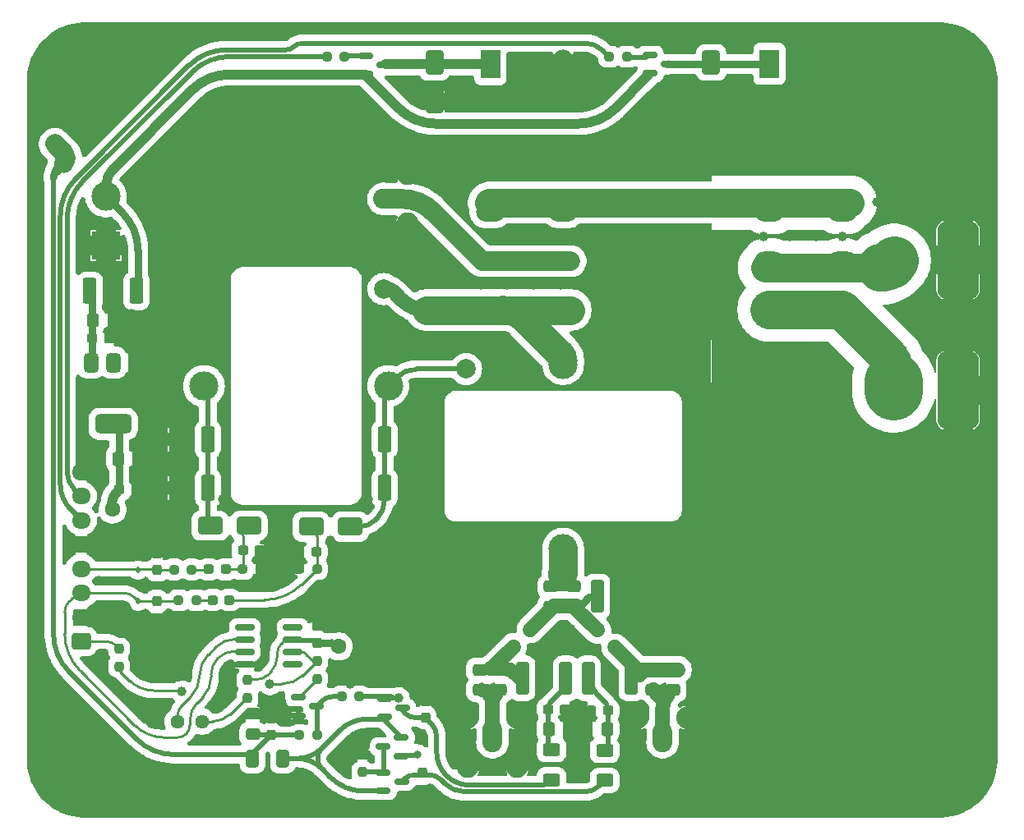
<source format=gtl>
%TF.GenerationSoftware,KiCad,Pcbnew,8.0.4*%
%TF.CreationDate,2024-09-14T12:23:50+09:30*%
%TF.ProjectId,TXRX_relay_board,54585258-5f72-4656-9c61-795f626f6172,1.2*%
%TF.SameCoordinates,Original*%
%TF.FileFunction,Copper,L1,Top*%
%TF.FilePolarity,Positive*%
%FSLAX46Y46*%
G04 Gerber Fmt 4.6, Leading zero omitted, Abs format (unit mm)*
G04 Created by KiCad (PCBNEW 8.0.4) date 2024-09-14 12:23:50*
%MOMM*%
%LPD*%
G01*
G04 APERTURE LIST*
G04 Aperture macros list*
%AMRoundRect*
0 Rectangle with rounded corners*
0 $1 Rounding radius*
0 $2 $3 $4 $5 $6 $7 $8 $9 X,Y pos of 4 corners*
0 Add a 4 corners polygon primitive as box body*
4,1,4,$2,$3,$4,$5,$6,$7,$8,$9,$2,$3,0*
0 Add four circle primitives for the rounded corners*
1,1,$1+$1,$2,$3*
1,1,$1+$1,$4,$5*
1,1,$1+$1,$6,$7*
1,1,$1+$1,$8,$9*
0 Add four rect primitives between the rounded corners*
20,1,$1+$1,$2,$3,$4,$5,0*
20,1,$1+$1,$4,$5,$6,$7,0*
20,1,$1+$1,$6,$7,$8,$9,0*
20,1,$1+$1,$8,$9,$2,$3,0*%
G04 Aperture macros list end*
%TA.AperFunction,SMDPad,CuDef*%
%ADD10RoundRect,0.112500X-0.112500X0.187500X-0.112500X-0.187500X0.112500X-0.187500X0.112500X0.187500X0*%
%TD*%
%TA.AperFunction,SMDPad,CuDef*%
%ADD11RoundRect,0.237500X0.287500X0.237500X-0.287500X0.237500X-0.287500X-0.237500X0.287500X-0.237500X0*%
%TD*%
%TA.AperFunction,ComponentPad*%
%ADD12O,3.000000X2.000000*%
%TD*%
%TA.AperFunction,ComponentPad*%
%ADD13R,2.000000X3.000000*%
%TD*%
%TA.AperFunction,ComponentPad*%
%ADD14O,2.000000X3.000000*%
%TD*%
%TA.AperFunction,SMDPad,CuDef*%
%ADD15RoundRect,0.237500X0.237500X-0.250000X0.237500X0.250000X-0.237500X0.250000X-0.237500X-0.250000X0*%
%TD*%
%TA.AperFunction,SMDPad,CuDef*%
%ADD16RoundRect,0.237500X0.250000X0.237500X-0.250000X0.237500X-0.250000X-0.237500X0.250000X-0.237500X0*%
%TD*%
%TA.AperFunction,SMDPad,CuDef*%
%ADD17RoundRect,0.250000X0.475000X-0.337500X0.475000X0.337500X-0.475000X0.337500X-0.475000X-0.337500X0*%
%TD*%
%TA.AperFunction,SMDPad,CuDef*%
%ADD18RoundRect,0.237500X-0.300000X-0.237500X0.300000X-0.237500X0.300000X0.237500X-0.300000X0.237500X0*%
%TD*%
%TA.AperFunction,SMDPad,CuDef*%
%ADD19RoundRect,0.375000X-0.375000X0.625000X-0.375000X-0.625000X0.375000X-0.625000X0.375000X0.625000X0*%
%TD*%
%TA.AperFunction,SMDPad,CuDef*%
%ADD20RoundRect,0.500000X-1.400000X0.500000X-1.400000X-0.500000X1.400000X-0.500000X1.400000X0.500000X0*%
%TD*%
%TA.AperFunction,SMDPad,CuDef*%
%ADD21RoundRect,0.237500X-0.250000X-0.237500X0.250000X-0.237500X0.250000X0.237500X-0.250000X0.237500X0*%
%TD*%
%TA.AperFunction,SMDPad,CuDef*%
%ADD22RoundRect,0.150000X0.587500X0.150000X-0.587500X0.150000X-0.587500X-0.150000X0.587500X-0.150000X0*%
%TD*%
%TA.AperFunction,SMDPad,CuDef*%
%ADD23RoundRect,0.150000X-0.587500X-0.150000X0.587500X-0.150000X0.587500X0.150000X-0.587500X0.150000X0*%
%TD*%
%TA.AperFunction,SMDPad,CuDef*%
%ADD24RoundRect,0.250000X-0.475000X0.337500X-0.475000X-0.337500X0.475000X-0.337500X0.475000X0.337500X0*%
%TD*%
%TA.AperFunction,ComponentPad*%
%ADD25R,3.000000X3.000000*%
%TD*%
%TA.AperFunction,ComponentPad*%
%ADD26C,3.000000*%
%TD*%
%TA.AperFunction,SMDPad,CuDef*%
%ADD27RoundRect,0.250000X-0.400000X-1.450000X0.400000X-1.450000X0.400000X1.450000X-0.400000X1.450000X0*%
%TD*%
%TA.AperFunction,SMDPad,CuDef*%
%ADD28RoundRect,0.250000X-0.625000X0.400000X-0.625000X-0.400000X0.625000X-0.400000X0.625000X0.400000X0*%
%TD*%
%TA.AperFunction,SMDPad,CuDef*%
%ADD29RoundRect,0.237500X0.237500X-0.300000X0.237500X0.300000X-0.237500X0.300000X-0.237500X-0.300000X0*%
%TD*%
%TA.AperFunction,SMDPad,CuDef*%
%ADD30RoundRect,0.237500X0.300000X0.237500X-0.300000X0.237500X-0.300000X-0.237500X0.300000X-0.237500X0*%
%TD*%
%TA.AperFunction,SMDPad,CuDef*%
%ADD31RoundRect,0.250000X1.000000X0.650000X-1.000000X0.650000X-1.000000X-0.650000X1.000000X-0.650000X0*%
%TD*%
%TA.AperFunction,SMDPad,CuDef*%
%ADD32RoundRect,0.250000X-0.650000X1.000000X-0.650000X-1.000000X0.650000X-1.000000X0.650000X1.000000X0*%
%TD*%
%TA.AperFunction,SMDPad,CuDef*%
%ADD33RoundRect,0.250000X-0.337500X-0.475000X0.337500X-0.475000X0.337500X0.475000X-0.337500X0.475000X0*%
%TD*%
%TA.AperFunction,SMDPad,CuDef*%
%ADD34RoundRect,0.250000X-0.353553X0.000000X0.000000X-0.353553X0.353553X0.000000X0.000000X0.353553X0*%
%TD*%
%TA.AperFunction,SMDPad,CuDef*%
%ADD35RoundRect,0.112500X0.112500X-0.187500X0.112500X0.187500X-0.112500X0.187500X-0.112500X-0.187500X0*%
%TD*%
%TA.AperFunction,ComponentPad*%
%ADD36C,2.050000*%
%TD*%
%TA.AperFunction,ComponentPad*%
%ADD37C,2.250000*%
%TD*%
%TA.AperFunction,SMDPad,CuDef*%
%ADD38RoundRect,0.249999X-0.450001X-1.075001X0.450001X-1.075001X0.450001X1.075001X-0.450001X1.075001X0*%
%TD*%
%TA.AperFunction,SMDPad,CuDef*%
%ADD39RoundRect,0.237500X-0.237500X0.300000X-0.237500X-0.300000X0.237500X-0.300000X0.237500X0.300000X0*%
%TD*%
%TA.AperFunction,SMDPad,CuDef*%
%ADD40RoundRect,0.250000X0.337500X0.475000X-0.337500X0.475000X-0.337500X-0.475000X0.337500X-0.475000X0*%
%TD*%
%TA.AperFunction,SMDPad,CuDef*%
%ADD41RoundRect,0.250000X-1.000000X-0.650000X1.000000X-0.650000X1.000000X0.650000X-1.000000X0.650000X0*%
%TD*%
%TA.AperFunction,SMDPad,CuDef*%
%ADD42RoundRect,0.250000X-0.412500X-0.650000X0.412500X-0.650000X0.412500X0.650000X-0.412500X0.650000X0*%
%TD*%
%TA.AperFunction,SMDPad,CuDef*%
%ADD43RoundRect,1.075000X1.075000X2.975000X-1.075000X2.975000X-1.075000X-2.975000X1.075000X-2.975000X0*%
%TD*%
%TA.AperFunction,SMDPad,CuDef*%
%ADD44RoundRect,0.250000X0.000000X0.353553X-0.353553X0.000000X0.000000X-0.353553X0.353553X0.000000X0*%
%TD*%
%TA.AperFunction,SMDPad,CuDef*%
%ADD45RoundRect,0.237500X-0.237500X0.250000X-0.237500X-0.250000X0.237500X-0.250000X0.237500X0.250000X0*%
%TD*%
%TA.AperFunction,ComponentPad*%
%ADD46RoundRect,0.250000X0.725000X-0.600000X0.725000X0.600000X-0.725000X0.600000X-0.725000X-0.600000X0*%
%TD*%
%TA.AperFunction,ComponentPad*%
%ADD47O,1.950000X1.700000*%
%TD*%
%TA.AperFunction,ComponentPad*%
%ADD48C,1.440000*%
%TD*%
%TA.AperFunction,SMDPad,CuDef*%
%ADD49RoundRect,0.249999X0.450001X1.075001X-0.450001X1.075001X-0.450001X-1.075001X0.450001X-1.075001X0*%
%TD*%
%TA.AperFunction,SMDPad,CuDef*%
%ADD50RoundRect,0.150000X-0.825000X-0.150000X0.825000X-0.150000X0.825000X0.150000X-0.825000X0.150000X0*%
%TD*%
%TA.AperFunction,ComponentPad*%
%ADD51C,2.000000*%
%TD*%
%TA.AperFunction,ViaPad*%
%ADD52C,1.000000*%
%TD*%
%TA.AperFunction,ViaPad*%
%ADD53C,0.800000*%
%TD*%
%TA.AperFunction,ViaPad*%
%ADD54C,2.000000*%
%TD*%
%TA.AperFunction,ViaPad*%
%ADD55C,6.000000*%
%TD*%
%TA.AperFunction,ViaPad*%
%ADD56C,1.600000*%
%TD*%
%TA.AperFunction,ViaPad*%
%ADD57C,1.400000*%
%TD*%
%TA.AperFunction,Conductor*%
%ADD58C,1.500000*%
%TD*%
%TA.AperFunction,Conductor*%
%ADD59C,1.000000*%
%TD*%
%TA.AperFunction,Conductor*%
%ADD60C,2.000000*%
%TD*%
%TA.AperFunction,Conductor*%
%ADD61C,0.500000*%
%TD*%
%TA.AperFunction,Conductor*%
%ADD62C,3.000000*%
%TD*%
%TA.AperFunction,Conductor*%
%ADD63C,0.250000*%
%TD*%
%TA.AperFunction,Conductor*%
%ADD64C,5.000000*%
%TD*%
%TA.AperFunction,Conductor*%
%ADD65C,4.000000*%
%TD*%
%TA.AperFunction,Conductor*%
%ADD66C,0.750000*%
%TD*%
%TA.AperFunction,Conductor*%
%ADD67C,6.000000*%
%TD*%
%ADD68C,0.350000*%
G04 APERTURE END LIST*
D10*
%TO.P,D6,1,A1*%
%TO.N,GND*%
X76454000Y-112386400D03*
%TO.P,D6,2,A2*%
%TO.N,REF_PWR*%
X76454000Y-114486400D03*
%TD*%
D11*
%TO.P,L5,1*%
%TO.N,Net-(D3-K)*%
X85888800Y-117559800D03*
%TO.P,L5,2*%
%TO.N,Net-(L5-Pad2)*%
X84138800Y-117559800D03*
%TD*%
D12*
%TO.P,K1,11*%
%TO.N,Net-(J3-In)*%
X120250000Y-82622800D03*
X112750000Y-82622800D03*
%TO.P,K1,12*%
%TO.N,Net-(K1-Pad12)*%
X120250000Y-77582800D03*
X112750000Y-77582800D03*
%TO.P,K1,14*%
%TO.N,Net-(K1-Pad14)*%
X120250000Y-87662800D03*
X112750000Y-87662800D03*
D13*
%TO.P,K1,A1*%
%TO.N,Net-(D1-K)*%
X112750000Y-62322800D03*
D14*
%TO.P,K1,A2*%
%TO.N,GND*%
X120250000Y-62322800D03*
%TD*%
D15*
%TO.P,R16,1*%
%TO.N,Net-(Q3-B)*%
X94886000Y-125701000D03*
%TO.P,R16,2*%
%TO.N,Net-(R16-Pad2)*%
X94886000Y-123876000D03*
%TD*%
D16*
%TO.P,R10,1*%
%TO.N,Net-(L5-Pad2)*%
X82471900Y-117585200D03*
%TO.P,R10,2*%
%TO.N,FWD_PWR*%
X80646900Y-117585200D03*
%TD*%
D17*
%TO.P,C20,1*%
%TO.N,+12V*%
X88282000Y-131387500D03*
%TO.P,C20,2*%
%TO.N,GND*%
X88282000Y-129312500D03*
%TD*%
D18*
%TO.P,C10,1*%
%TO.N,Net-(C10-Pad1)*%
X118706308Y-128826746D03*
%TO.P,C10,2*%
%TO.N,GND*%
X120431308Y-128826746D03*
%TD*%
D19*
%TO.P,U2,1,GND*%
%TO.N,GND*%
X76200000Y-93100000D03*
%TO.P,U2,2,VO*%
%TO.N,+5V*%
X73900000Y-93100000D03*
D20*
X73900000Y-99400000D03*
D19*
%TO.P,U2,3,VI*%
%TO.N,Net-(U2-VI)*%
X71600000Y-93100000D03*
%TD*%
D21*
%TO.P,R4,1*%
%TO.N,Net-(D2-K)*%
X87225500Y-114376200D03*
%TO.P,R4,2*%
%TO.N,GND*%
X89050500Y-114376200D03*
%TD*%
D22*
%TO.P,Q4,1,B*%
%TO.N,Net-(Q4-B)*%
X103575000Y-133650000D03*
%TO.P,Q4,2,E*%
%TO.N,Net-(Q4-E)*%
X103575000Y-131750000D03*
%TO.P,Q4,3,C*%
%TO.N,Net-(Q4-C)*%
X101700000Y-132700000D03*
%TD*%
D12*
%TO.P,K2,11*%
%TO.N,Net-(J6-In)*%
X149000000Y-82590000D03*
X141500000Y-82590000D03*
%TO.P,K2,12*%
%TO.N,Net-(K1-Pad12)*%
X149000000Y-77550000D03*
X141500000Y-77550000D03*
%TO.P,K2,14*%
%TO.N,Net-(J5-In)*%
X149000000Y-87630000D03*
X141500000Y-87630000D03*
D13*
%TO.P,K2,A1*%
%TO.N,Net-(D8-K)*%
X141500000Y-62290000D03*
D14*
%TO.P,K2,A2*%
%TO.N,GND*%
X149000000Y-62290000D03*
%TD*%
D23*
%TO.P,Q1,1,B*%
%TO.N,Net-(Q1-B)*%
X99925000Y-61450000D03*
%TO.P,Q1,2,E*%
%TO.N,+12V*%
X99925000Y-63350000D03*
%TO.P,Q1,3,C*%
%TO.N,Net-(D1-K)*%
X101800000Y-62400000D03*
%TD*%
D18*
%TO.P,C1,1*%
%TO.N,Net-(D2-K)*%
X87275500Y-112420400D03*
%TO.P,C1,2*%
%TO.N,GND*%
X89000500Y-112420400D03*
%TD*%
D24*
%TO.P,C14,1*%
%TO.N,Net-(D4-A)*%
X131600000Y-124762500D03*
%TO.P,C14,2*%
%TO.N,Net-(J4-In)*%
X131600000Y-126837500D03*
%TD*%
D25*
%TO.P,J1,1,Pin_1*%
%TO.N,GND*%
X73152000Y-81026000D03*
D26*
%TO.P,J1,2,Pin_2*%
%TO.N,+12V*%
X73152000Y-75946000D03*
%TD*%
D27*
%TO.P,L7,1*%
%TO.N,Net-(D5-A)*%
X116073808Y-125651746D03*
%TO.P,L7,2*%
%TO.N,Net-(C10-Pad1)*%
X120523808Y-125651746D03*
%TD*%
D28*
%TO.P,R11,1*%
%TO.N,Net-(C11-Pad1)*%
X124521808Y-133070000D03*
%TO.P,R11,2*%
%TO.N,~{Bias}*%
X124521808Y-136170000D03*
%TD*%
D29*
%TO.P,C17,1*%
%TO.N,+5V*%
X94886000Y-121968000D03*
%TO.P,C17,2*%
%TO.N,GND*%
X94886000Y-120243000D03*
%TD*%
D18*
%TO.P,C19,1*%
%TO.N,Net-(U2-VI)*%
X71746000Y-90605000D03*
%TO.P,C19,2*%
%TO.N,GND*%
X73471000Y-90605000D03*
%TD*%
D27*
%TO.P,L4,1*%
%TO.N,Net-(D4-K)*%
X123775000Y-117199500D03*
%TO.P,L4,2*%
%TO.N,GND*%
X128225000Y-117199500D03*
%TD*%
D21*
%TO.P,R18,1*%
%TO.N,+12V*%
X93084500Y-131493000D03*
%TO.P,R18,2*%
%TO.N,Net-(Q3-C)*%
X94909500Y-131493000D03*
%TD*%
D30*
%TO.P,C8,1*%
%TO.N,Net-(C11-Pad1)*%
X124876308Y-128953746D03*
%TO.P,C8,2*%
%TO.N,GND*%
X123151308Y-128953746D03*
%TD*%
D18*
%TO.P,C23,1*%
%TO.N,+5V*%
X74537500Y-106200000D03*
%TO.P,C23,2*%
%TO.N,GND*%
X76262500Y-106200000D03*
%TD*%
D21*
%TO.P,R1,1*%
%TO.N,Rel1*%
X95926500Y-61534000D03*
%TO.P,R1,2*%
%TO.N,Net-(Q1-B)*%
X97751500Y-61534000D03*
%TD*%
D31*
%TO.P,D2,1,K*%
%TO.N,Net-(D2-K)*%
X87900000Y-109900000D03*
%TO.P,D2,2,A*%
%TO.N,Net-(D2-A)*%
X83900000Y-109900000D03*
%TD*%
D16*
%TO.P,R19,1*%
%TO.N,Net-(Q4-B)*%
X99262500Y-127525000D03*
%TO.P,R19,2*%
%TO.N,Net-(Q3-C)*%
X97437500Y-127525000D03*
%TD*%
D29*
%TO.P,C21,1*%
%TO.N,+12V*%
X90187000Y-131466500D03*
%TO.P,C21,2*%
%TO.N,GND*%
X90187000Y-129741500D03*
%TD*%
D32*
%TO.P,D1,1,K*%
%TO.N,Net-(D1-K)*%
X107000000Y-62135000D03*
%TO.P,D1,2,A*%
%TO.N,GND*%
X107000000Y-66135000D03*
%TD*%
D23*
%TO.P,Q5,1,B*%
%TO.N,Net-(Q4-B)*%
X101825000Y-127750000D03*
%TO.P,Q5,2,E*%
%TO.N,Net-(Q4-E)*%
X101825000Y-129650000D03*
%TO.P,Q5,3,C*%
%TO.N,Bias*%
X103700000Y-128700000D03*
%TD*%
D24*
%TO.P,C3,1*%
%TO.N,Net-(C3-Pad1)*%
X121319377Y-116133623D03*
%TO.P,C3,2*%
%TO.N,Net-(D4-K)*%
X121319377Y-118208623D03*
%TD*%
%TO.P,C5,1*%
%TO.N,Net-(D5-A)*%
X113750000Y-124762500D03*
%TO.P,C5,2*%
%TO.N,Net-(C5-Pad2)*%
X113750000Y-126837500D03*
%TD*%
D33*
%TO.P,C12,1*%
%TO.N,Net-(C10-Pad1)*%
X118763808Y-130858746D03*
%TO.P,C12,2*%
%TO.N,GND*%
X120838808Y-130858746D03*
%TD*%
D34*
%TO.P,D4,1,K*%
%TO.N,Net-(D4-K)*%
X123816117Y-120666117D03*
%TO.P,D4,2,A*%
%TO.N,Net-(D4-A)*%
X125583883Y-122433883D03*
%TD*%
D33*
%TO.P,C18,1*%
%TO.N,Net-(U2-VI)*%
X71825000Y-88700000D03*
%TO.P,C18,2*%
%TO.N,GND*%
X73900000Y-88700000D03*
%TD*%
D35*
%TO.P,D7,1,A1*%
%TO.N,GND*%
X76479400Y-119803600D03*
%TO.P,D7,2,A2*%
%TO.N,FWD_PWR*%
X76479400Y-117703600D03*
%TD*%
D23*
%TO.P,Q3,1,B*%
%TO.N,Net-(Q3-B)*%
X93000000Y-127600000D03*
%TO.P,Q3,2,E*%
%TO.N,GND*%
X93000000Y-129500000D03*
%TO.P,Q3,3,C*%
%TO.N,Net-(Q3-C)*%
X94875000Y-128550000D03*
%TD*%
D36*
%TO.P,J4,1,In*%
%TO.N,Net-(J4-In)*%
X130490808Y-132232500D03*
D37*
%TO.P,J4,2,Ext*%
%TO.N,GND*%
X133030808Y-129692500D03*
X127950808Y-129692500D03*
X133030808Y-134772500D03*
X127950808Y-134772500D03*
%TD*%
D15*
%TO.P,R20,1*%
%TO.N,Net-(Q4-C)*%
X99585000Y-135326500D03*
%TO.P,R20,2*%
%TO.N,GND*%
X99585000Y-133501500D03*
%TD*%
D24*
%TO.P,C4,1*%
%TO.N,Net-(C3-Pad1)*%
X119000000Y-116162000D03*
%TO.P,C4,2*%
%TO.N,Net-(D4-K)*%
X119000000Y-118237000D03*
%TD*%
D38*
%TO.P,R6,1*%
%TO.N,Net-(D3-A)*%
X101850000Y-101000000D03*
%TO.P,R6,2*%
%TO.N,GND*%
X106650000Y-101000000D03*
%TD*%
D39*
%TO.P,C9,1*%
%TO.N,FWD_PWR*%
X78384400Y-117687900D03*
%TO.P,C9,2*%
%TO.N,GND*%
X78384400Y-119412900D03*
%TD*%
D27*
%TO.P,L6,1*%
%TO.N,Net-(C11-Pad1)*%
X122825000Y-125650000D03*
%TO.P,L6,2*%
%TO.N,Net-(D4-A)*%
X127275000Y-125650000D03*
%TD*%
D21*
%TO.P,R13,1*%
%TO.N,Rel2*%
X125000000Y-61534000D03*
%TO.P,R13,2*%
%TO.N,Net-(Q2-B)*%
X126825000Y-61534000D03*
%TD*%
D40*
%TO.P,C11,1*%
%TO.N,Net-(C11-Pad1)*%
X124797308Y-130858746D03*
%TO.P,C11,2*%
%TO.N,GND*%
X122722308Y-130858746D03*
%TD*%
D11*
%TO.P,L3,1*%
%TO.N,Net-(D2-K)*%
X85482400Y-114401600D03*
%TO.P,L3,2*%
%TO.N,Net-(L3-Pad2)*%
X83732400Y-114401600D03*
%TD*%
D23*
%TO.P,Q6,1,B*%
%TO.N,Net-(Q4-C)*%
X101725000Y-135350000D03*
%TO.P,Q6,2,E*%
%TO.N,Net-(Q4-E)*%
X101725000Y-137250000D03*
%TO.P,Q6,3,C*%
%TO.N,~{Bias}*%
X103600000Y-136300000D03*
%TD*%
D24*
%TO.P,C7,1*%
%TO.N,Net-(D5-A)*%
X111650000Y-124762500D03*
%TO.P,C7,2*%
%TO.N,Net-(C5-Pad2)*%
X111650000Y-126837500D03*
%TD*%
D23*
%TO.P,Q2,1,B*%
%TO.N,Net-(Q2-B)*%
X129225000Y-61350000D03*
%TO.P,Q2,2,E*%
%TO.N,+12V*%
X129225000Y-63250000D03*
%TO.P,Q2,3,C*%
%TO.N,Net-(D8-K)*%
X131100000Y-62300000D03*
%TD*%
D41*
%TO.P,D3,1,K*%
%TO.N,Net-(D3-K)*%
X94300000Y-110000000D03*
%TO.P,D3,2,A*%
%TO.N,Net-(D3-A)*%
X98300000Y-110000000D03*
%TD*%
D38*
%TO.P,R2,1*%
%TO.N,GND*%
X78850000Y-106000000D03*
%TO.P,R2,2*%
%TO.N,Net-(D2-A)*%
X83650000Y-106000000D03*
%TD*%
D30*
%TO.P,C2,1*%
%TO.N,Net-(D3-K)*%
X94817100Y-112598200D03*
%TO.P,C2,2*%
%TO.N,GND*%
X93092100Y-112598200D03*
%TD*%
D42*
%TO.P,L8,1*%
%TO.N,+12V*%
X88243500Y-133906000D03*
%TO.P,L8,2*%
%TO.N,Net-(Q4-E)*%
X91368500Y-133906000D03*
%TD*%
D33*
%TO.P,C22,1*%
%TO.N,+5V*%
X74400500Y-103000000D03*
%TO.P,C22,2*%
%TO.N,GND*%
X76475500Y-103000000D03*
%TD*%
D26*
%TO.P,J5,1,In*%
%TO.N,Net-(J5-In)*%
X154300000Y-96000000D03*
D43*
%TO.P,J5,2,Ext*%
%TO.N,GND*%
X160950000Y-95950000D03*
%TD*%
D44*
%TO.P,D5,1,K*%
%TO.N,Net-(D4-K)*%
X116883883Y-120616117D03*
%TO.P,D5,2,A*%
%TO.N,Net-(D5-A)*%
X115116117Y-122383883D03*
%TD*%
D29*
%TO.P,C16,1*%
%TO.N,Bias*%
X106062000Y-129688500D03*
%TO.P,C16,2*%
%TO.N,GND*%
X106062000Y-127963500D03*
%TD*%
D38*
%TO.P,R3,1*%
%TO.N,GND*%
X78850000Y-101000000D03*
%TO.P,R3,2*%
%TO.N,Net-(D2-A)*%
X83650000Y-101000000D03*
%TD*%
D45*
%TO.P,R17,1*%
%TO.N,HIGH_PWR_IN*%
X74500000Y-122587500D03*
%TO.P,R17,2*%
%TO.N,Net-(R16-Pad2)*%
X74500000Y-124412500D03*
%TD*%
D32*
%TO.P,D8,1,K*%
%TO.N,Net-(D8-K)*%
X135500000Y-62135000D03*
%TO.P,D8,2,A*%
%TO.N,GND*%
X135500000Y-66135000D03*
%TD*%
D39*
%TO.P,C15,1*%
%TO.N,~{Bias}*%
X105727000Y-135387500D03*
%TO.P,C15,2*%
%TO.N,GND*%
X105727000Y-137112500D03*
%TD*%
D29*
%TO.P,C6,1*%
%TO.N,REF_PWR*%
X78435200Y-114476700D03*
%TO.P,C6,2*%
%TO.N,GND*%
X78435200Y-112751700D03*
%TD*%
D24*
%TO.P,C13,1*%
%TO.N,Net-(D4-A)*%
X129500000Y-124777348D03*
%TO.P,C13,2*%
%TO.N,Net-(J4-In)*%
X129500000Y-126852348D03*
%TD*%
D46*
%TO.P,J2,1,Pin_1*%
%TO.N,HIGH_PWR_IN*%
X70600000Y-121850000D03*
D47*
%TO.P,J2,2,Pin_2*%
%TO.N,GND*%
X70600000Y-119350000D03*
%TO.P,J2,3,Pin_3*%
%TO.N,FWD_PWR*%
X70600000Y-116850000D03*
%TO.P,J2,4,Pin_4*%
%TO.N,REF_PWR*%
X70600000Y-114350000D03*
%TO.P,J2,5,Pin_5*%
%TO.N,GND*%
X70600000Y-111850000D03*
%TO.P,J2,6,Pin_6*%
%TO.N,Rel2*%
X70600000Y-109350000D03*
%TO.P,J2,7,Pin_7*%
%TO.N,Rel1*%
X70600000Y-106850000D03*
%TO.P,J2,8,Pin_8*%
%TO.N,GND*%
X70600000Y-104350000D03*
%TD*%
D36*
%TO.P,J3,1,In*%
%TO.N,Net-(J3-In)*%
X101727000Y-76200000D03*
D37*
%TO.P,J3,2,Ext*%
%TO.N,GND*%
X99187000Y-73660000D03*
X99187000Y-78740000D03*
X104267000Y-73660000D03*
X104267000Y-78740000D03*
%TD*%
D48*
%TO.P,RV1,1,1*%
%TO.N,Net-(R14-Pad2)*%
X83075000Y-130096000D03*
%TO.P,RV1,2,2*%
%TO.N,Net-(U1--)*%
X80535000Y-130096000D03*
%TO.P,RV1,3,3*%
%TO.N,GND*%
X77995000Y-130096000D03*
%TD*%
D38*
%TO.P,R5,1*%
%TO.N,Net-(D3-A)*%
X101850000Y-106000000D03*
%TO.P,R5,2*%
%TO.N,GND*%
X106650000Y-106000000D03*
%TD*%
D36*
%TO.P,R9,1*%
%TO.N,Net-(C5-Pad2)*%
X112969808Y-132232500D03*
D37*
%TO.P,R9,2*%
%TO.N,GND*%
X110429808Y-129692500D03*
X110429808Y-134772500D03*
X115509808Y-129692500D03*
X115509808Y-134772500D03*
%TD*%
D26*
%TO.P,J6,1,In*%
%TO.N,Net-(J6-In)*%
X154300000Y-82550000D03*
D43*
%TO.P,J6,2,Ext*%
%TO.N,GND*%
X160950000Y-82500000D03*
%TD*%
D49*
%TO.P,R15,1*%
%TO.N,+12V*%
X76300000Y-85700000D03*
%TO.P,R15,2*%
%TO.N,Net-(U2-VI)*%
X71500000Y-85700000D03*
%TD*%
D16*
%TO.P,R7,1*%
%TO.N,Net-(D3-K)*%
X94892500Y-114376200D03*
%TO.P,R7,2*%
%TO.N,GND*%
X93067500Y-114376200D03*
%TD*%
D50*
%TO.P,U1,1,VOS*%
%TO.N,unconnected-(U1-VOS-Pad1)*%
X87450000Y-120390000D03*
%TO.P,U1,2,-*%
%TO.N,Net-(U1--)*%
X87450000Y-121660000D03*
%TO.P,U1,3,+*%
%TO.N,FWD_PWR*%
X87450000Y-122930000D03*
%TO.P,U1,4,V-*%
%TO.N,GND*%
X87450000Y-124200000D03*
%TO.P,U1,5,NC*%
%TO.N,unconnected-(U1-NC-Pad5)*%
X92400000Y-124200000D03*
%TO.P,U1,6*%
%TO.N,Net-(R16-Pad2)*%
X92400000Y-122930000D03*
%TO.P,U1,7,V+*%
%TO.N,+5V*%
X92400000Y-121660000D03*
%TO.P,U1,8,VOS*%
%TO.N,unconnected-(U1-VOS-Pad8)*%
X92400000Y-120390000D03*
%TD*%
D45*
%TO.P,R14,1*%
%TO.N,+5V*%
X87731600Y-125833500D03*
%TO.P,R14,2*%
%TO.N,Net-(R14-Pad2)*%
X87731600Y-127658500D03*
%TD*%
D28*
%TO.P,R12,1*%
%TO.N,Net-(C10-Pad1)*%
X119060808Y-132991746D03*
%TO.P,R12,2*%
%TO.N,Bias*%
X119060808Y-136091746D03*
%TD*%
D16*
%TO.P,R8,1*%
%TO.N,Net-(L3-Pad2)*%
X81989300Y-114427000D03*
%TO.P,R8,2*%
%TO.N,REF_PWR*%
X80164300Y-114427000D03*
%TD*%
D26*
%TO.P,L2,1,1*%
%TO.N,Net-(K1-Pad14)*%
X120250000Y-93250000D03*
%TO.P,L2,2,2*%
%TO.N,Net-(C3-Pad1)*%
X120250000Y-112250000D03*
D51*
%TO.P,L2,3,3*%
%TO.N,GND*%
X110250000Y-111750000D03*
%TO.P,L2,4,4*%
%TO.N,Net-(D3-A)*%
X110250000Y-93750000D03*
%TD*%
D26*
%TO.P,L1,1,1*%
%TO.N,Net-(D3-A)*%
X102250000Y-95500000D03*
%TO.P,L1,2,2*%
%TO.N,Net-(D2-A)*%
X83250000Y-95500000D03*
D51*
%TO.P,L1,3,3*%
%TO.N,GND*%
X83750000Y-85500000D03*
%TO.P,L1,4,4*%
%TO.N,Net-(K1-Pad14)*%
X101750000Y-85500000D03*
%TD*%
D52*
%TO.N,GND*%
X132886266Y-58700000D03*
X98134314Y-70450000D03*
X164050000Y-123900000D03*
X87271570Y-82000000D03*
X113180396Y-70750000D03*
X66200000Y-123040000D03*
X95500000Y-76900000D03*
X96418400Y-117017800D03*
X66200000Y-90520000D03*
X149000000Y-80100000D03*
X86913734Y-138850000D03*
X164050000Y-91380000D03*
X139440198Y-101850000D03*
X126600000Y-87784314D03*
X143943140Y-138850000D03*
X128700000Y-86915686D03*
X97600000Y-124700000D03*
X102000000Y-121484314D03*
X80700000Y-102962744D03*
X157700000Y-86300000D03*
X77063600Y-116103400D03*
X164050000Y-104930000D03*
D53*
X121750000Y-129300000D03*
D52*
X136400000Y-82650000D03*
X79200000Y-94784314D03*
X133800000Y-84515686D03*
X140640198Y-104400000D03*
X102430000Y-123340000D03*
X133750000Y-116750000D03*
X100150000Y-102450000D03*
X85300000Y-102600000D03*
X146464696Y-58700000D03*
X162265686Y-70800000D03*
X110450000Y-66150000D03*
X110464710Y-70750000D03*
X108700000Y-76100000D03*
X144871570Y-101850000D03*
X80700000Y-89384314D03*
X106100000Y-82000000D03*
X117105884Y-72200000D03*
X136400000Y-120697058D03*
X164050000Y-126610000D03*
X133750000Y-103418628D03*
X113500000Y-93950000D03*
X89987256Y-82000000D03*
X136400000Y-131559802D03*
X124100000Y-110850000D03*
X114505884Y-85100000D03*
X124400000Y-81315686D03*
X133000000Y-66100000D03*
X66200000Y-74260000D03*
X136400000Y-109834314D03*
X103207850Y-138850000D03*
X113000000Y-117400000D03*
X146284314Y-80100000D03*
X144737256Y-106400000D03*
X118611768Y-70750000D03*
X97700000Y-132700000D03*
X127968628Y-72200000D03*
X116250000Y-66150000D03*
X116786280Y-138850000D03*
X94996000Y-118745000D03*
X164050000Y-113060000D03*
X77495400Y-125526800D03*
X80721200Y-112750600D03*
X115896082Y-70750000D03*
X114168628Y-138800000D03*
X126600000Y-82800000D03*
X128700000Y-94615686D03*
X143749010Y-58700000D03*
X126600000Y-93215686D03*
X104900000Y-107718628D03*
X97400000Y-120100000D03*
D53*
X80650000Y-87400000D03*
D52*
X135601952Y-58700000D03*
X76050000Y-109250000D03*
X127550000Y-120450000D03*
X113876464Y-58700000D03*
X66200000Y-79680000D03*
X122023522Y-58700000D03*
X114600000Y-115700000D03*
X105650000Y-131600000D03*
X127454894Y-58700000D03*
X71100000Y-95300000D03*
X70350000Y-69450000D03*
X124500000Y-86831372D03*
X120100000Y-80000000D03*
X164050000Y-80540000D03*
X80111600Y-119456200D03*
X107750000Y-127400000D03*
X133750000Y-114034314D03*
X109550000Y-126050000D03*
X100298034Y-58700000D03*
X107100000Y-74500000D03*
X156934314Y-104400000D03*
X149180382Y-58700000D03*
X94866662Y-58700000D03*
X74200000Y-126850000D03*
X91200000Y-127950000D03*
X92702942Y-82000000D03*
X124043140Y-70750000D03*
X89865200Y-121900000D03*
D53*
X122450000Y-132900000D03*
D52*
X124933338Y-138850000D03*
X80700000Y-92100000D03*
X88265000Y-116052600D03*
X97840800Y-113055400D03*
X100200000Y-107150000D03*
X133750000Y-119068628D03*
X107500000Y-122184314D03*
X146071570Y-104400000D03*
X95418628Y-70450000D03*
X126600000Y-85515686D03*
D54*
X161000000Y-77000000D03*
D52*
X133750000Y-97987256D03*
D54*
X157400000Y-101900000D03*
D52*
X122537256Y-72200000D03*
X111790198Y-85100000D03*
X83540600Y-112725200D03*
X66200000Y-125750000D03*
X136400000Y-112550000D03*
X100150000Y-98050000D03*
X136400000Y-90797058D03*
X162700000Y-67200000D03*
X111160778Y-58700000D03*
X108065686Y-91000000D03*
X133750000Y-121784314D03*
X125300000Y-72200000D03*
X97850000Y-135100000D03*
X103565686Y-82000000D03*
X128700000Y-91900000D03*
D53*
X84226400Y-128473200D03*
D52*
X109450000Y-84750000D03*
X66200000Y-87810000D03*
X117221570Y-85100000D03*
X111550000Y-118850000D03*
X66200000Y-106780000D03*
D53*
X148300000Y-95500000D03*
D52*
X136400000Y-115265686D03*
X133800000Y-81800000D03*
X164050000Y-96800000D03*
D53*
X142200000Y-94050000D03*
D52*
X137924512Y-104400000D03*
X136400000Y-93512744D03*
X146658826Y-138850000D03*
X133800000Y-89947058D03*
X130170580Y-58700000D03*
X95450000Y-79350000D03*
X110100000Y-117100000D03*
D55*
X159000000Y-64000000D03*
D52*
X66200000Y-76970000D03*
X138317638Y-58700000D03*
X89629420Y-138850000D03*
X89987256Y-70450000D03*
X124739208Y-58700000D03*
X76100000Y-111300000D03*
X154805884Y-138850000D03*
X98134314Y-82000000D03*
X164050000Y-72410000D03*
X138511768Y-138850000D03*
X136590198Y-106400000D03*
X152550000Y-78350000D03*
X126758826Y-70750000D03*
X77000000Y-100600000D03*
X133750000Y-111318628D03*
X75800000Y-89400000D03*
X114800000Y-80000000D03*
X136400000Y-88081372D03*
X147587256Y-101850000D03*
D55*
X71000000Y-64000000D03*
D52*
X136400000Y-128844116D03*
X104700000Y-65250000D03*
X80700000Y-111109802D03*
X66200000Y-85100000D03*
X164050000Y-115770000D03*
X151896068Y-58700000D03*
X104900000Y-110434314D03*
X76400000Y-104700000D03*
X97582348Y-58700000D03*
X98340000Y-126200000D03*
D53*
X85496400Y-127533400D03*
D52*
X127649024Y-138850000D03*
X86719604Y-58700000D03*
X116600000Y-110850000D03*
X152550000Y-76550000D03*
X84003918Y-58700000D03*
X119307836Y-58700000D03*
X84198048Y-138850000D03*
X85250000Y-98300000D03*
X116600000Y-116550000D03*
X133080396Y-138850000D03*
X140540198Y-69900000D03*
X116700000Y-80000000D03*
X152090198Y-138850000D03*
X133750000Y-108850000D03*
X116592150Y-58700000D03*
X81840198Y-82000000D03*
D55*
X71000000Y-134000000D03*
D52*
X109100000Y-115000000D03*
X66200000Y-120330000D03*
X77300000Y-61500000D03*
D53*
X108000000Y-72600000D03*
D52*
X105923536Y-138850000D03*
X108639222Y-138850000D03*
X66200000Y-98650000D03*
D53*
X140350000Y-94050000D03*
D52*
X143568628Y-80100000D03*
X69750000Y-129300000D03*
D53*
X121100000Y-120450000D03*
D52*
X66200000Y-82390000D03*
X66200000Y-93230000D03*
X142155884Y-101850000D03*
X136000000Y-72400000D03*
X141033324Y-58700000D03*
X81288232Y-58700000D03*
X143255884Y-69900000D03*
X104900000Y-99571570D03*
X132190198Y-70750000D03*
X164050000Y-94090000D03*
X139305884Y-106400000D03*
D53*
X121050000Y-134300000D03*
D52*
X100850000Y-70450000D03*
X123800000Y-65600000D03*
X71700000Y-124100000D03*
X91500000Y-129600000D03*
X130100000Y-118500000D03*
D53*
X119550000Y-120450000D03*
D52*
X80700000Y-108394116D03*
X97776478Y-138850000D03*
D54*
X155200000Y-76900000D03*
D52*
X119821570Y-72200000D03*
X66200000Y-109490000D03*
X156150000Y-59950000D03*
X159350000Y-104450000D03*
X99830000Y-122940000D03*
X156834314Y-70800000D03*
D53*
X146450000Y-94100000D03*
D52*
X81482362Y-138850000D03*
X78766676Y-138850000D03*
X128600000Y-81400000D03*
X164050000Y-77830000D03*
X154611754Y-58700000D03*
X128700000Y-89184314D03*
D53*
X121100000Y-132900000D03*
D52*
X89900000Y-127950000D03*
X126350000Y-118350000D03*
X97815400Y-115265200D03*
X85150000Y-107200000D03*
D54*
X161000000Y-88200000D03*
D52*
X130364710Y-138850000D03*
X122652942Y-85100000D03*
X141227454Y-138850000D03*
X149168628Y-72350000D03*
X78486000Y-111328200D03*
X92702942Y-70450000D03*
X80700000Y-100247058D03*
X95418628Y-82000000D03*
X77050000Y-99100000D03*
X84555884Y-70450000D03*
D54*
X161000000Y-102000000D03*
D52*
X140852942Y-80100000D03*
D53*
X123450000Y-122500000D03*
D52*
X104600000Y-121884314D03*
X135796082Y-138850000D03*
X87271570Y-70450000D03*
D53*
X80650000Y-85450000D03*
D52*
X119937256Y-85100000D03*
X82905600Y-119456200D03*
X136400000Y-126128430D03*
X143737256Y-72350000D03*
X114390198Y-72200000D03*
D53*
X80350000Y-72000000D03*
D52*
X75800000Y-90800000D03*
X164050000Y-85960000D03*
X80700000Y-105678430D03*
X81840198Y-70450000D03*
X112600000Y-80000000D03*
X152500000Y-74750000D03*
X109550000Y-123334314D03*
X136400000Y-96228430D03*
X66150000Y-72250000D03*
X91084400Y-113766600D03*
D53*
X144250000Y-94050000D03*
D52*
X136400000Y-123412744D03*
X105729406Y-58700000D03*
X66200000Y-104070000D03*
X126200000Y-63350000D03*
X145971570Y-69900000D03*
X114850000Y-118200000D03*
X103565686Y-70450000D03*
D54*
X154100000Y-101900000D03*
D52*
X76900000Y-137400000D03*
X105330000Y-123640000D03*
X143355884Y-104400000D03*
X66200000Y-112200000D03*
X158315686Y-106400000D03*
X111674512Y-72200000D03*
X91000000Y-109500000D03*
X107750000Y-83350000D03*
X129450000Y-122200000D03*
X66200000Y-101360000D03*
X89865200Y-120319800D03*
X133800000Y-87231372D03*
X161600000Y-73250000D03*
D55*
X159000000Y-134000000D03*
D52*
X100492164Y-138850000D03*
X134000000Y-124000000D03*
X130684314Y-72200000D03*
X136400000Y-101659802D03*
X118500000Y-80000000D03*
X138305884Y-72350000D03*
X133750000Y-106134314D03*
X105350000Y-91000000D03*
X79200000Y-97500000D03*
X138100000Y-66100000D03*
D53*
X118298808Y-125651746D03*
D52*
X92150976Y-58700000D03*
X151884314Y-72350000D03*
D53*
X117750000Y-122550000D03*
D52*
X150302942Y-101850000D03*
X99300000Y-121000000D03*
X155300000Y-88200000D03*
X164050000Y-102220000D03*
X157800000Y-79400000D03*
X108445092Y-58700000D03*
X155600000Y-106400000D03*
X164050000Y-75120000D03*
X124500000Y-94531372D03*
X164050000Y-69700000D03*
X138600000Y-80600000D03*
X90982800Y-116001800D03*
X121327454Y-70750000D03*
X101260000Y-126170000D03*
X99550000Y-131500000D03*
X101650000Y-110850000D03*
X106050000Y-118150000D03*
D53*
X125050000Y-125650000D03*
D52*
X124500000Y-89100000D03*
X111354908Y-138850000D03*
D53*
X122450000Y-134350000D03*
D52*
X154600000Y-73250000D03*
X159450000Y-73250000D03*
X78740000Y-122377200D03*
X75800000Y-88050000D03*
D53*
X150350000Y-99150000D03*
D52*
X105580000Y-126140000D03*
X106400000Y-120534314D03*
D54*
X157800000Y-89200000D03*
D52*
X113497058Y-91000000D03*
D54*
X161000000Y-90450000D03*
D52*
X122217652Y-138850000D03*
X164050000Y-83250000D03*
X148687256Y-69900000D03*
D53*
X78450000Y-73550000D03*
D52*
X66871875Y-68033750D03*
X154218628Y-104400000D03*
X157315686Y-73250000D03*
X80695800Y-125501400D03*
X107750000Y-124684314D03*
X159550000Y-70800000D03*
X124500000Y-84115686D03*
X151502942Y-104400000D03*
X75300000Y-95250000D03*
X100850000Y-82000000D03*
X113250000Y-66150000D03*
X130100000Y-115900000D03*
X122100000Y-80000000D03*
X147452942Y-106400000D03*
X107500000Y-116700000D03*
X141021570Y-72350000D03*
X148787256Y-104400000D03*
X66200000Y-114910000D03*
X146452942Y-72350000D03*
X136400000Y-98944116D03*
X84280000Y-131910000D03*
X136400000Y-117981372D03*
X124500000Y-91815686D03*
D53*
X120200000Y-122500000D03*
D52*
X76050000Y-107600000D03*
X79300000Y-60000000D03*
X95500000Y-74600000D03*
D53*
X121750000Y-128200000D03*
D52*
X149374512Y-138850000D03*
X66200000Y-117620000D03*
X133750000Y-95271570D03*
D53*
X149350000Y-97100000D03*
D52*
X104900000Y-102287256D03*
X111800000Y-121350000D03*
X85521800Y-119456200D03*
X164050000Y-107640000D03*
X128700000Y-84200000D03*
X133750000Y-100702942D03*
X92345106Y-138850000D03*
X164050000Y-118480000D03*
X119600000Y-138800000D03*
D53*
X76850000Y-74950000D03*
D52*
X95550000Y-72400000D03*
X101750000Y-89200000D03*
X129474512Y-70750000D03*
X162065686Y-104450000D03*
X68100000Y-127550000D03*
X164050000Y-88670000D03*
X151402942Y-69900000D03*
X91000000Y-111650000D03*
X110781372Y-91000000D03*
X116600000Y-113800000D03*
X104900000Y-96855884D03*
X66200000Y-95940000D03*
X104900000Y-113150000D03*
X113250000Y-119900000D03*
X164050000Y-121190000D03*
X152884314Y-106400000D03*
X164050000Y-99510000D03*
X96250000Y-111400000D03*
X104900000Y-105002942D03*
X109300000Y-120834314D03*
X133400000Y-72200000D03*
X85547200Y-112750600D03*
X154118628Y-70800000D03*
X126300000Y-115950000D03*
X103250000Y-64100000D03*
X136400000Y-85365686D03*
X142021570Y-106400000D03*
X81991200Y-122377200D03*
X103800000Y-120134314D03*
X72390000Y-115595400D03*
X95060792Y-138850000D03*
X124150000Y-113350000D03*
X103013720Y-58700000D03*
X133800000Y-92662744D03*
X76950000Y-95250000D03*
X108650000Y-118550000D03*
X89435290Y-58700000D03*
D54*
X157900000Y-77000000D03*
D52*
X164050000Y-110350000D03*
D53*
X121700000Y-135600000D03*
D52*
X164050000Y-129320000D03*
X119150000Y-66150000D03*
X150168628Y-106400000D03*
X111700000Y-115400000D03*
X84555884Y-82000000D03*
X126600000Y-90500000D03*
D56*
%TO.N,+5V*%
X73837800Y-108229400D03*
X97129600Y-122351800D03*
D57*
%TO.N,+12V*%
X67818000Y-70485000D03*
X69088000Y-71755000D03*
D52*
%TO.N,Net-(R16-Pad2)*%
X90038844Y-126227883D03*
X80968517Y-127000000D03*
%TO.N,Net-(Q4-B)*%
X103300000Y-127700000D03*
D53*
X105228094Y-133492772D03*
%TD*%
D58*
%TO.N,Net-(J4-In)*%
X131045404Y-127392096D02*
G75*
G03*
X130815682Y-126837555I-229704J229696D01*
G01*
X130490808Y-128731009D02*
G75*
G02*
X131045403Y-127392095I1893492J9D01*
G01*
D59*
X130490808Y-132232500D02*
X130490808Y-132220846D01*
D58*
X130490808Y-132232500D02*
X130490808Y-128731009D01*
D60*
X130490808Y-132232500D02*
X130490808Y-131100000D01*
D61*
%TO.N,Net-(Q4-B)*%
X102624500Y-127612500D02*
G75*
G03*
X102835743Y-127699982I211200J211200D01*
G01*
X105178980Y-133541886D02*
G75*
G02*
X105060408Y-133591002I-118580J118586D01*
G01*
%TO.N,Net-(Q4-C)*%
X101720250Y-135350250D02*
G75*
G03*
X101662912Y-135326495I-57350J-57350D01*
G01*
X101720250Y-135350250D02*
G75*
G03*
X101744030Y-135340412I9850J9850D01*
G01*
X101729000Y-132656000D02*
G75*
G02*
X101743995Y-132692213I-36200J-36200D01*
G01*
%TO.N,Net-(Q4-E)*%
X96286472Y-135848472D02*
G75*
G03*
X99728000Y-137273987I3441528J3441572D01*
G01*
X101744000Y-129844000D02*
G75*
G03*
X101745420Y-129847408I4800J0D01*
G01*
X100076000Y-129842000D02*
G75*
G03*
X97228548Y-131021456I0J-4026900D01*
G01*
X92856250Y-133906000D02*
G75*
G03*
X95395985Y-132853988I-50J3591800D01*
G01*
X95395998Y-134957998D02*
G75*
G03*
X92856250Y-133906022I-2539698J-2539702D01*
G01*
X95395998Y-132854001D02*
G75*
G03*
X95395997Y-134957998I1052002J-1051999D01*
G01*
X101744000Y-129844000D02*
G75*
G03*
X101742000Y-129842000I-2000J0D01*
G01*
%TO.N,Net-(C10-Pad1)*%
X118877093Y-128172906D02*
G75*
G03*
X118706319Y-128585219I412307J-412294D01*
G01*
X120274808Y-126213469D02*
G75*
G02*
X119877623Y-127172404I-1356108J-31D01*
G01*
X118706308Y-132386576D02*
G75*
G03*
X118883542Y-132814512I605192J-24D01*
G01*
X118706308Y-128585219D02*
X118706308Y-129068273D01*
D59*
%TO.N,Net-(C5-Pad2)*%
X111919808Y-126837500D02*
X111919808Y-126837500D01*
D58*
X113359904Y-127227596D02*
G75*
G03*
X113198320Y-126837463I-161604J161596D01*
G01*
X112969808Y-128169371D02*
G75*
G03*
X112579705Y-127227603I-1331908J-29D01*
G01*
X113359904Y-127227596D02*
G75*
G03*
X112969794Y-128169371I941796J-941804D01*
G01*
X112579712Y-127227596D02*
G75*
G03*
X113359904Y-127227596I390096J390096D01*
G01*
X112380399Y-127028283D02*
G75*
G03*
X111919808Y-126837502I-460599J-460617D01*
G01*
D59*
%TO.N,Net-(C3-Pad1)*%
X121319377Y-116001500D02*
G75*
G02*
X121187254Y-116133577I-132077J0D01*
G01*
X120169000Y-114912000D02*
G75*
G03*
X120030735Y-114969286I0J-195500D01*
G01*
X121225951Y-115775951D02*
G75*
G02*
X121319376Y-116001500I-225551J-225549D01*
G01*
X119000000Y-116141934D02*
G75*
G03*
X119014158Y-116147780I8300J34D01*
G01*
X119048442Y-116133623D02*
G75*
G03*
X119014160Y-116147783I-42J-48477D01*
G01*
X119057275Y-115942724D02*
G75*
G03*
X118999984Y-116081000I138225J-138276D01*
G01*
D62*
X120250000Y-114831000D02*
G75*
G02*
X120169000Y-114912000I-81000J0D01*
G01*
D61*
%TO.N,Rel2*%
X92544000Y-60492000D02*
G75*
G02*
X91718338Y-60834016I-825700J825700D01*
G01*
X124277500Y-60872500D02*
G75*
G03*
X122533230Y-60149987I-1744300J-1744300D01*
G01*
X68450000Y-105629720D02*
G75*
G03*
X69525006Y-108224994I3670300J20D01*
G01*
X70582322Y-109282322D02*
G75*
G02*
X70599987Y-109325000I-42722J-42678D01*
G01*
X85591014Y-60834000D02*
G75*
G03*
X81743261Y-62427795I-14J-5441500D01*
G01*
X93369661Y-60150000D02*
G75*
G03*
X92544032Y-60492032I39J-1167600D01*
G01*
X70043792Y-74127258D02*
G75*
G03*
X68449995Y-77975014I3847708J-3847742D01*
G01*
D63*
%TO.N,Net-(U1--)*%
X83702025Y-123180974D02*
G75*
G03*
X82803984Y-125349000I2167975J-2168026D01*
G01*
X86515750Y-121587000D02*
G75*
G03*
X84433489Y-122449476I-50J-2944700D01*
G01*
X82804000Y-125349000D02*
G75*
G02*
X81905985Y-127517036I-3066100J0D01*
G01*
X80962092Y-128460907D02*
G75*
G03*
X80535004Y-129492000I1031108J-1031093D01*
G01*
%TO.N,Net-(R16-Pad2)*%
X94374356Y-123742356D02*
G75*
G03*
X94697000Y-123875996I322644J322656D01*
G01*
X74500000Y-124606250D02*
G75*
G03*
X74636987Y-124937015I467700J-50D01*
G01*
X80774285Y-127094231D02*
G75*
G03*
X80305369Y-126900008I-468885J-468869D01*
G01*
X75550000Y-125850000D02*
G75*
G03*
X78084924Y-126899990I2534900J2534900D01*
G01*
X94752356Y-124009643D02*
G75*
G03*
X94697000Y-123876024I-55356J55343D01*
G01*
X93773080Y-123141080D02*
G75*
G03*
X93087250Y-122857032I-685780J-685820D01*
G01*
X93416329Y-125345670D02*
G75*
G02*
X91286480Y-126227862I-2129829J2129870D01*
G01*
D61*
%TO.N,Net-(Q3-C)*%
X94922000Y-128457500D02*
G75*
G03*
X94909491Y-128487677I30200J-30200D01*
G01*
X96505038Y-127525000D02*
G75*
G03*
X95394489Y-127984989I-38J-1570500D01*
G01*
X94947000Y-128432500D02*
X94922000Y-128457500D01*
D63*
%TO.N,Net-(R14-Pad2)*%
X85943720Y-129346678D02*
G75*
G02*
X84134700Y-130096011I-1809020J1808978D01*
G01*
X87738950Y-127562500D02*
G75*
G03*
X87720057Y-127570284I-50J-26700D01*
G01*
%TO.N,Net-(L5-Pad2)*%
X84126100Y-117572500D02*
G75*
G02*
X84095439Y-117585216I-30700J30700D01*
G01*
%TO.N,Net-(L3-Pad2)*%
X83719700Y-114414300D02*
G75*
G02*
X83689039Y-114427016I-30700J30700D01*
G01*
%TO.N,Net-(Q2-B)*%
X129225000Y-61364000D02*
G75*
G03*
X129215099Y-61359898I-5800J0D01*
G01*
X129225000Y-61364000D02*
G75*
G02*
X129215101Y-61387900I-33800J0D01*
G01*
D61*
X129102500Y-61472500D02*
G75*
G02*
X128806758Y-61594983I-295700J295700D01*
G01*
D63*
%TO.N,Net-(Q3-B)*%
X93103490Y-127483509D02*
G75*
G02*
X93075750Y-127495044I-27790J27709D01*
G01*
D61*
%TO.N,Net-(Q1-B)*%
X97855633Y-61473000D02*
G75*
G03*
X97781990Y-61503490I-33J-104100D01*
G01*
D58*
%TO.N,Net-(K1-Pad14)*%
X102782842Y-85782842D02*
G75*
G03*
X102100000Y-85500004I-682842J-682858D01*
G01*
X103581400Y-86581400D02*
G75*
G03*
X106192130Y-87662787I2610700J2610700D01*
G01*
D62*
X116354241Y-88604241D02*
G75*
G03*
X114081400Y-87662805I-2272841J-2272859D01*
G01*
X119984834Y-92234834D02*
G75*
G02*
X120250009Y-92875000I-640134J-640166D01*
G01*
D64*
%TO.N,Net-(J6-In)*%
X153975000Y-82925000D02*
G75*
G02*
X153069669Y-83299988I-905300J905300D01*
G01*
D65*
%TO.N,Net-(J5-In)*%
X153822702Y-92522702D02*
G75*
G02*
X154299998Y-93675000I-1152302J-1152298D01*
G01*
X154300000Y-93675000D02*
X154300000Y-95025000D01*
D60*
%TO.N,Net-(J3-In)*%
X106833956Y-77533956D02*
G75*
G03*
X103613500Y-76199996I-3220456J-3220444D01*
G01*
D61*
%TO.N,Rel1*%
X70743792Y-74417207D02*
G75*
G03*
X69149959Y-78264963I3847708J-3847793D01*
G01*
X69150000Y-104374695D02*
G75*
G03*
X69874999Y-106125001I2475300J-5D01*
G01*
X85880963Y-61534000D02*
G75*
G03*
X82033236Y-63127821I37J-5441500D01*
G01*
D63*
%TO.N,FWD_PWR*%
X76052600Y-117276800D02*
G75*
G03*
X75022213Y-116849994I-1030400J-1030400D01*
G01*
X68900000Y-121021036D02*
G75*
G03*
X70493800Y-124868784I5441600J36D01*
G01*
X80587700Y-117644400D02*
G75*
G02*
X80444778Y-117703591I-142900J142900D01*
G01*
X76079226Y-130454226D02*
G75*
G03*
X79207500Y-131750014I3128274J3128226D01*
G01*
X81805000Y-130444063D02*
G75*
G02*
X81422511Y-131367511I-1305900J-37D01*
G01*
X86396741Y-122857000D02*
G75*
G03*
X84691088Y-123563488I-41J-2412100D01*
G01*
X70020500Y-117261000D02*
G75*
G03*
X69661153Y-117409844I0J-508200D01*
G01*
X84691100Y-123563500D02*
G75*
G03*
X83984617Y-125269141I1705600J-1705600D01*
G01*
X81422500Y-131367500D02*
G75*
G02*
X80499063Y-131749985I-923400J923400D01*
G01*
X69355000Y-117716000D02*
G75*
G03*
X68899986Y-118814467I1098500J-1098500D01*
G01*
X82536855Y-128183144D02*
G75*
G03*
X81804996Y-129950000I1766845J-1766856D01*
G01*
X83984600Y-125502700D02*
G75*
G02*
X83112949Y-127607050I-2976000J0D01*
G01*
%TO.N,REF_PWR*%
X78410350Y-114451850D02*
G75*
G03*
X78460050Y-114451850I24850J24851D01*
G01*
X78520043Y-114427000D02*
G75*
G03*
X78460037Y-114451837I-43J-84800D01*
G01*
X78371850Y-114413350D02*
G75*
G03*
X78218909Y-114349996I-152950J-152950D01*
G01*
%TO.N,HIGH_PWR_IN*%
X74131250Y-122218750D02*
G75*
G03*
X73241008Y-121849996I-890250J-890250D01*
G01*
D66*
%TO.N,Net-(D8-K)*%
X131171045Y-62290000D02*
G75*
G03*
X131010487Y-62356487I-45J-227000D01*
G01*
D61*
%TO.N,Net-(D3-A)*%
X100939429Y-109310570D02*
G75*
G02*
X99275000Y-109999987I-1664429J1664470D01*
G01*
X101850000Y-107268629D02*
G75*
G02*
X101049991Y-109199991I-2731400J29D01*
G01*
X105187436Y-93750000D02*
G75*
G03*
X103074989Y-94624989I-36J-2987400D01*
G01*
%TO.N,+12V*%
X76306207Y-131906207D02*
G75*
G03*
X80153963Y-133500011I3847793J3847807D01*
G01*
D60*
X68834000Y-71501000D02*
G75*
G02*
X68834000Y-72517000I-508000J-508000D01*
G01*
D59*
X73152000Y-74897000D02*
G75*
G03*
X73893757Y-76687753I2532500J0D01*
G01*
X125643792Y-66859207D02*
G75*
G02*
X121796036Y-68453010I-3847792J3847807D01*
G01*
X73893754Y-73106244D02*
G75*
G03*
X73151996Y-74897000I1790746J-1790756D01*
G01*
D61*
X67750000Y-121096036D02*
G75*
G03*
X69343790Y-124943794I5441550J-4D01*
G01*
D59*
X99949000Y-63436500D02*
G75*
G03*
X99993902Y-63544900I153300J0D01*
G01*
D66*
X68038000Y-73313000D02*
G75*
G03*
X67749997Y-74008293I695300J-695300D01*
G01*
D61*
X88418862Y-133234637D02*
G75*
G03*
X88243492Y-133658000I423338J-423363D01*
G01*
D59*
X85880963Y-63373000D02*
G75*
G03*
X82033236Y-64966821I37J-5441500D01*
G01*
D66*
X74860207Y-77654207D02*
G75*
G02*
X76454011Y-81501963I-3847807J-3847793D01*
G01*
D59*
X99949000Y-63436500D02*
G75*
G03*
X99885500Y-63373000I-63500J0D01*
G01*
X103308207Y-66859207D02*
G75*
G03*
X107155963Y-68453011I3847793J3847807D01*
G01*
D61*
X88334750Y-131440250D02*
G75*
G03*
X88462099Y-131493000I127350J127350D01*
G01*
D59*
X68614000Y-72737000D02*
X68038000Y-73313000D01*
D61*
%TO.N,Bias*%
X106644500Y-130271000D02*
G75*
G02*
X107227009Y-131677279I-1406300J-1406300D01*
G01*
X118781681Y-136370873D02*
G75*
G02*
X118107808Y-136650006I-673881J673873D01*
G01*
X104017250Y-129290250D02*
G75*
G03*
X104978710Y-129688496I961450J961450D01*
G01*
X108213500Y-135663500D02*
G75*
G03*
X110595121Y-136649991I2381600J2381600D01*
G01*
X107227000Y-133281878D02*
G75*
G03*
X108213494Y-135663506I3368100J-22D01*
G01*
%TO.N,~{Bias}*%
X108026800Y-136466750D02*
G75*
G03*
X110159154Y-137350034I2132400J2132350D01*
G01*
X123931808Y-136760000D02*
G75*
G02*
X122507421Y-137350011I-1424408J1424400D01*
G01*
X104883112Y-135583500D02*
G75*
G03*
X103989246Y-135953746I-12J-1264100D01*
G01*
X107644376Y-136084326D02*
G75*
G03*
X106435275Y-135583510I-1209076J-1209074D01*
G01*
D59*
%TO.N,Net-(J4-In)*%
X129507424Y-126844924D02*
G75*
G03*
X129507472Y-126859724I7376J-7376D01*
G01*
X129525347Y-126837500D02*
G75*
G03*
X129507410Y-126844910I-47J-25300D01*
G01*
D58*
%TO.N,Net-(D4-A)*%
X127701808Y-125101777D02*
G75*
G03*
X128090691Y-125262855I227792J-23D01*
G01*
X128353097Y-125000456D02*
G75*
G03*
X128251777Y-124755803I-101297J101356D01*
G01*
X128943635Y-124755848D02*
G75*
G03*
X128353079Y-125000438I-35J-835152D01*
G01*
X128251777Y-124755848D02*
X128943635Y-124755848D01*
D61*
%TO.N,Net-(U2-VI)*%
X71613500Y-85813500D02*
G75*
G02*
X71726995Y-86087513I-274000J-274000D01*
G01*
%TO.N,Net-(C11-Pad1)*%
X124672152Y-128172152D02*
G75*
G02*
X124876295Y-128665027I-492852J-492848D01*
G01*
X124876308Y-132464830D02*
G75*
G02*
X124699051Y-132892743I-605208J30D01*
G01*
X123251808Y-126201777D02*
G75*
G03*
X123640727Y-127140749I1327892J-23D01*
G01*
D58*
%TO.N,Net-(D5-A)*%
X115306058Y-125132996D02*
G75*
G03*
X114053684Y-124614266I-1252358J-1252404D01*
G01*
X112951427Y-124548572D02*
G75*
G02*
X112792877Y-124614223I-158527J158572D01*
G01*
X112792877Y-124614246D02*
X112792877Y-124614246D01*
%TO.N,Net-(D4-K)*%
X121539287Y-118428533D02*
G75*
G03*
X121008377Y-118208627I-530887J-530867D01*
G01*
D61*
X121630377Y-118208623D02*
G75*
G03*
X121539351Y-118428469I23J-128777D01*
G01*
D66*
X122161287Y-117988712D02*
G75*
G02*
X121630377Y-118208605I-530887J530912D01*
G01*
X123362750Y-117199500D02*
G75*
G03*
X122658962Y-117490971I-50J-995300D01*
G01*
D58*
X123762995Y-120652241D02*
G75*
G03*
X123796494Y-120666109I33505J33541D01*
G01*
X121008377Y-118208623D02*
X121630377Y-118208623D01*
D63*
%TO.N,Net-(D3-K)*%
X94596250Y-110296250D02*
G75*
G02*
X94892516Y-111011460I-715250J-715250D01*
G01*
X93300700Y-115968000D02*
G75*
G02*
X89457754Y-117559752I-3842900J3843000D01*
G01*
%TO.N,Net-(D2-K)*%
X87587750Y-110212250D02*
G75*
G03*
X87275495Y-110966088I753850J-753850D01*
G01*
X87212800Y-114388900D02*
G75*
G02*
X87182139Y-114401616I-30700J30700D01*
G01*
X87275500Y-114290844D02*
G75*
G02*
X87250487Y-114351187I-85400J44D01*
G01*
X87238200Y-114363500D02*
X87212800Y-114388900D01*
%TO.N,+5V*%
X90800000Y-123400000D02*
G75*
G02*
X90163606Y-124936398I-2172800J0D01*
G01*
X94760400Y-121842400D02*
G75*
G03*
X94457174Y-121716810I-303200J-303200D01*
G01*
X91219999Y-122079999D02*
G75*
G03*
X90799986Y-123093969I1014001J-1014001D01*
G01*
X94760400Y-121842400D02*
G75*
G03*
X95063625Y-121967990I303200J303200D01*
G01*
D66*
X74523600Y-106168139D02*
G75*
G03*
X74536312Y-106198788I43400J39D01*
G01*
D61*
X74536300Y-99798700D02*
G75*
G03*
X74523584Y-99829360I30700J-30700D01*
G01*
D63*
X92020000Y-121660000D02*
G75*
G03*
X91371300Y-121928701I0J-917400D01*
G01*
D66*
X96937700Y-122159900D02*
G75*
G03*
X96474412Y-121967995I-463300J-463300D01*
G01*
D61*
X73795980Y-108271219D02*
G75*
G03*
X73787011Y-108292900I21720J-21681D01*
G01*
D59*
X74162250Y-106575250D02*
G75*
G03*
X73786993Y-107481183I905950J-905950D01*
G01*
D63*
X89766405Y-125333594D02*
G75*
G02*
X88750250Y-125754523I-1016205J1016194D01*
G01*
D59*
X73787000Y-108142678D02*
G75*
G03*
X73812394Y-108204006I86700J-22D01*
G01*
D61*
X92264250Y-121716800D02*
X92121150Y-121716800D01*
D63*
X88750250Y-125754500D02*
X88155000Y-125754500D01*
X90800000Y-123400000D02*
X90800000Y-123093969D01*
D66*
X97129600Y-122351800D02*
X96937700Y-122159900D01*
D63*
X92020000Y-121660000D02*
X92400000Y-121660000D01*
D66*
X74523600Y-106168139D02*
X74523600Y-99829360D01*
D59*
X74162250Y-106575250D02*
X74537500Y-106200000D01*
D63*
X90163603Y-124936395D02*
X89766405Y-125333594D01*
X91219999Y-122079999D02*
X91371299Y-121928700D01*
D61*
X73812400Y-108204000D02*
X73837800Y-108229400D01*
D63*
X92121150Y-121716800D02*
X92049600Y-121716800D01*
D59*
X73787000Y-107481183D02*
X73787000Y-108142678D01*
D66*
X95063625Y-121968000D02*
X96474412Y-121968000D01*
D61*
X74536300Y-99798700D02*
X74549000Y-99786000D01*
X73795980Y-108271219D02*
X73837800Y-108229400D01*
X73787000Y-108292900D02*
X73787000Y-108305600D01*
X92264250Y-121716800D02*
X94457174Y-121716800D01*
X74536300Y-106198800D02*
X74549000Y-106211500D01*
D63*
%TO.N,Net-(D2-K)*%
X87275500Y-110966088D02*
X87275500Y-112801400D01*
X87238200Y-114363500D02*
X87250500Y-114351200D01*
X87182139Y-114401600D02*
X85482400Y-114401600D01*
X87275500Y-112801400D02*
X87275500Y-114290844D01*
X87587750Y-110212250D02*
X87900000Y-109900000D01*
%TO.N,Net-(D3-K)*%
X93300700Y-115968000D02*
X94892500Y-114376200D01*
X94596250Y-110296250D02*
X94300000Y-110000000D01*
X94892500Y-111011460D02*
X94892500Y-114376200D01*
X89457754Y-117559800D02*
X85888800Y-117559800D01*
D59*
%TO.N,Net-(D4-K)*%
X123796494Y-120666117D02*
X123816117Y-120666117D01*
D66*
X123362750Y-117199500D02*
X123775000Y-117199500D01*
D58*
X119291377Y-118208623D02*
X116883883Y-120616117D01*
D66*
X122161287Y-117988712D02*
X122658995Y-117491004D01*
D58*
X121539287Y-118428533D02*
X123762995Y-120652241D01*
X121008377Y-118208623D02*
X119291377Y-118208623D01*
%TO.N,Net-(D5-A)*%
X115306058Y-125132996D02*
X115824808Y-125651746D01*
X114053684Y-124614246D02*
X112792877Y-124614246D01*
X112951427Y-124548572D02*
X115116117Y-122383883D01*
D61*
%TO.N,Net-(C11-Pad1)*%
X124699058Y-132892750D02*
X124521808Y-133070000D01*
X124672152Y-128172152D02*
X123640738Y-127140738D01*
X124876308Y-132464830D02*
X124876308Y-128953746D01*
X123251808Y-126201777D02*
X123251808Y-125651746D01*
X124876308Y-128665027D02*
X124876308Y-128953746D01*
%TO.N,Net-(U2-VI)*%
X71613500Y-85813500D02*
X71500000Y-85700000D01*
D66*
X71727000Y-86087513D02*
X71727000Y-92964000D01*
D58*
%TO.N,Net-(D4-A)*%
X127905848Y-124755848D02*
X128251777Y-124755848D01*
X127905848Y-124755848D02*
X125583883Y-122433883D01*
X128943635Y-124755848D02*
X132116910Y-124755848D01*
X128090694Y-125262858D02*
X128353097Y-125000456D01*
X127701808Y-125101777D02*
X127701808Y-124551808D01*
D59*
%TO.N,Net-(J4-In)*%
X130815682Y-126837500D02*
X129525347Y-126837500D01*
D58*
X129507424Y-126859772D02*
X130490808Y-127843156D01*
D61*
%TO.N,~{Bias}*%
X105727000Y-135583500D02*
X104883112Y-135583500D01*
X105727000Y-135583500D02*
X106435275Y-135583500D01*
X108026800Y-136466750D02*
X107644376Y-136084326D01*
X123931808Y-136760000D02*
X124521808Y-136170000D01*
X103989250Y-135953750D02*
X103619000Y-136324000D01*
X110159154Y-137350000D02*
X122507421Y-137350000D01*
%TO.N,Bias*%
X107227000Y-131677279D02*
X107227000Y-133281878D01*
X118781681Y-136370873D02*
X119060808Y-136091746D01*
X104017250Y-129290250D02*
X103619000Y-128892000D01*
X106644500Y-130271000D02*
X106062000Y-129688500D01*
X106062000Y-129688500D02*
X104978710Y-129688500D01*
X118107808Y-136650000D02*
X110595121Y-136650000D01*
%TO.N,+12V*%
X67750000Y-121096036D02*
X67750000Y-74008293D01*
X88243500Y-133658000D02*
X88243500Y-133906000D01*
D66*
X73893755Y-76687755D02*
X74860207Y-77654207D01*
D61*
X76306207Y-131906207D02*
X69343792Y-124943792D01*
D59*
X68834000Y-72517000D02*
X68614000Y-72737000D01*
X99993901Y-63544901D02*
X103308207Y-66859207D01*
X73893754Y-73106244D02*
X82033207Y-64966792D01*
X85880963Y-63373000D02*
X99885500Y-63373000D01*
X125643792Y-66859207D02*
X129069000Y-63434000D01*
D61*
X88334750Y-131440250D02*
X88282000Y-131387500D01*
D66*
X76454000Y-81501963D02*
X76454000Y-85191000D01*
D61*
X88418862Y-133234637D02*
X90187000Y-131466500D01*
D60*
X68834000Y-71501000D02*
X67881500Y-70548500D01*
D61*
X88462099Y-131493000D02*
X93084500Y-131493000D01*
X80153963Y-133500000D02*
X87837500Y-133500000D01*
D59*
X121796036Y-68453000D02*
X107155963Y-68453000D01*
%TO.N,Net-(D1-K)*%
X112750000Y-62322800D02*
X101924200Y-62322800D01*
D61*
%TO.N,Net-(D2-A)*%
X83650000Y-95950000D02*
X83650000Y-109250000D01*
%TO.N,Net-(D3-A)*%
X99275000Y-110000000D02*
X98300000Y-110000000D01*
X103075000Y-94625000D02*
X102200000Y-95500000D01*
X100939429Y-109310570D02*
X101050000Y-109200000D01*
X105187436Y-93750000D02*
X110250000Y-93750000D01*
X101850000Y-107268629D02*
X101850000Y-95000000D01*
D66*
%TO.N,Net-(D8-K)*%
X131171045Y-62290000D02*
X141500000Y-62290000D01*
D63*
X131010500Y-62356500D02*
X130944000Y-62423000D01*
%TO.N,HIGH_PWR_IN*%
X74131250Y-122218750D02*
X74500000Y-122587500D01*
X73241008Y-121850000D02*
X70600000Y-121850000D01*
%TO.N,REF_PWR*%
X78218909Y-114350000D02*
X70600000Y-114350000D01*
X78520043Y-114427000D02*
X80164300Y-114427000D01*
X78410350Y-114451850D02*
X78371850Y-114413350D01*
%TO.N,FWD_PWR*%
X70020500Y-117261000D02*
X70231000Y-117261000D01*
X68900000Y-121021036D02*
X68900000Y-118814467D01*
X70493792Y-124868792D02*
X76079226Y-130454226D01*
X75022213Y-116850000D02*
X70600000Y-116850000D01*
X86396741Y-122857000D02*
X87735500Y-122857000D01*
X69661154Y-117409845D02*
X69355000Y-117716000D01*
X80587700Y-117644400D02*
X80646900Y-117585200D01*
X79207500Y-131750000D02*
X80499063Y-131750000D01*
X82536855Y-128183144D02*
X83112949Y-127607050D01*
X76479400Y-117703600D02*
X80444778Y-117703600D01*
X83984600Y-125269141D02*
X83984600Y-125502700D01*
X81805000Y-130444063D02*
X81805000Y-129950000D01*
X76479400Y-117703600D02*
X76052600Y-117276800D01*
D61*
%TO.N,Rel1*%
X85880963Y-61534000D02*
X95926500Y-61534000D01*
X70743792Y-74417207D02*
X82033207Y-63127792D01*
X69875000Y-106125000D02*
X70600000Y-106850000D01*
X69150000Y-78264963D02*
X69150000Y-104374695D01*
D60*
%TO.N,Net-(J3-In)*%
X101727000Y-76200000D02*
X103050000Y-76200000D01*
X101727000Y-76200000D02*
X103613500Y-76200000D01*
X111922800Y-82622800D02*
X121031000Y-82622800D01*
X111922800Y-82622800D02*
X106833956Y-77533956D01*
D65*
%TO.N,Net-(J5-In)*%
X148930000Y-87630000D02*
X141500000Y-87630000D01*
D67*
X154300000Y-95025000D02*
X154300000Y-96000000D01*
D65*
X153822702Y-92522702D02*
X148930000Y-87630000D01*
D62*
%TO.N,Net-(J6-In)*%
X153069669Y-83300000D02*
X141050000Y-83300000D01*
D64*
X153975000Y-82925000D02*
X154350000Y-82550000D01*
D60*
X154210000Y-82590000D02*
X154300000Y-82500000D01*
D62*
%TO.N,Net-(K1-Pad12)*%
X112600000Y-76600000D02*
X149800000Y-76600000D01*
D59*
X148967200Y-77582800D02*
X149000000Y-77550000D01*
D62*
%TO.N,Net-(K1-Pad14)*%
X106192130Y-87662800D02*
X121031000Y-87662800D01*
D58*
X102100000Y-85500000D02*
X101700000Y-85500000D01*
D60*
X114081400Y-87662800D02*
X112750000Y-87662800D01*
D58*
X102782842Y-85782842D02*
X103581400Y-86581400D01*
D60*
X120250000Y-92875000D02*
X120250000Y-93250000D01*
D62*
X116354241Y-88604241D02*
X119984834Y-92234834D01*
D61*
%TO.N,Net-(Q1-B)*%
X97782000Y-61503500D02*
X97751500Y-61534000D01*
X97855633Y-61473000D02*
X99949000Y-61473000D01*
D63*
%TO.N,Net-(Q3-B)*%
X93103490Y-127483509D02*
X94886000Y-125701000D01*
X93075750Y-127495000D02*
X93059500Y-127495000D01*
D61*
%TO.N,Net-(Q2-B)*%
X129215100Y-61359899D02*
X129102500Y-61472500D01*
X128806758Y-61595000D02*
X126825000Y-61595000D01*
D63*
X129215100Y-61387899D02*
X129069000Y-61534000D01*
%TO.N,Net-(L3-Pad2)*%
X83719700Y-114414300D02*
X83732400Y-114401600D01*
X83689039Y-114427000D02*
X81989300Y-114427000D01*
%TO.N,Net-(L5-Pad2)*%
X84126100Y-117572500D02*
X84138800Y-117559800D01*
X84095439Y-117585200D02*
X82471900Y-117585200D01*
%TO.N,Net-(R14-Pad2)*%
X87738950Y-127562500D02*
X87750000Y-127562500D01*
X85943720Y-129346678D02*
X87720086Y-127570313D01*
X84134700Y-130096000D02*
X83075000Y-130096000D01*
D61*
%TO.N,Net-(Q3-C)*%
X94947000Y-128432500D02*
X95394500Y-127985000D01*
X96505038Y-127525000D02*
X97402500Y-127525000D01*
X94909500Y-128487677D02*
X94909500Y-131493000D01*
D63*
%TO.N,Net-(R16-Pad2)*%
X90038844Y-126227883D02*
X91286480Y-126227883D01*
X74500000Y-124606250D02*
X74500000Y-124412500D01*
X94752356Y-124009643D02*
X93416329Y-125345670D01*
X80774285Y-126805768D02*
X80968517Y-127000000D01*
X94374356Y-123742356D02*
X93773080Y-123141080D01*
X93087250Y-122857000D02*
X92685500Y-122857000D01*
X74637001Y-124937001D02*
X75550000Y-125850000D01*
X80305369Y-126900000D02*
X78084924Y-126900000D01*
%TO.N,Net-(U1--)*%
X81905974Y-127517025D02*
X80962092Y-128460907D01*
X86515750Y-121587000D02*
X87735500Y-121587000D01*
X83702025Y-123180974D02*
X84433506Y-122449493D01*
X80535000Y-129492000D02*
X80535000Y-130096000D01*
D61*
%TO.N,Rel2*%
X70600000Y-109325000D02*
X70600000Y-109350000D01*
X91718338Y-60834000D02*
X85591014Y-60834000D01*
X68450000Y-105629720D02*
X68450000Y-77975014D01*
X81743258Y-62427792D02*
X70043792Y-74127258D01*
X69525000Y-108225000D02*
X70582322Y-109282322D01*
X124277500Y-60872500D02*
X125000000Y-61595000D01*
X122533230Y-60150000D02*
X93369661Y-60150000D01*
D59*
%TO.N,Net-(C3-Pad1)*%
X121187254Y-116133623D02*
X119048442Y-116133623D01*
D62*
X120250000Y-114831000D02*
X120250000Y-112250000D01*
D59*
X119000000Y-116141934D02*
X119000000Y-116081000D01*
X120030724Y-114969275D02*
X119057275Y-115942724D01*
X121225951Y-115775951D02*
X120250000Y-114800000D01*
D58*
%TO.N,Net-(C5-Pad2)*%
X112969808Y-128169371D02*
X112969808Y-132232500D01*
D59*
X111919808Y-126837500D02*
X113198320Y-126837500D01*
D60*
X112969808Y-132232500D02*
X112969808Y-130850000D01*
D58*
X112579712Y-127227596D02*
X112380399Y-127028283D01*
D61*
%TO.N,Net-(C10-Pad1)*%
X120274808Y-126213469D02*
X120274808Y-125651746D01*
X118877093Y-128172906D02*
X119877609Y-127172390D01*
X118706308Y-129068273D02*
X118706308Y-132386576D01*
X118883558Y-132814496D02*
X119060808Y-132991746D01*
%TO.N,Net-(Q4-E)*%
X92856250Y-133906000D02*
X91368500Y-133906000D01*
X101745414Y-129847414D02*
X103589000Y-131691000D01*
X99728000Y-137274000D02*
X101744000Y-137274000D01*
X96286472Y-135848472D02*
X95395998Y-134957998D01*
X97228545Y-131021453D02*
X95395998Y-132854001D01*
X100076000Y-129842000D02*
X101742000Y-129842000D01*
%TO.N,Net-(Q4-C)*%
X101729000Y-132656000D02*
X101714000Y-132641000D01*
X101744000Y-135340412D02*
X101744000Y-132692213D01*
X101662912Y-135326500D02*
X99585000Y-135326500D01*
%TO.N,Net-(Q4-B)*%
X102537000Y-127525000D02*
X102624500Y-127612500D01*
X103300000Y-127700000D02*
X102835743Y-127700000D01*
X105228094Y-133492772D02*
X105178980Y-133541886D01*
X105060408Y-133591000D02*
X103589000Y-133591000D01*
X102537000Y-127525000D02*
X99262500Y-127525000D01*
%TD*%
%TA.AperFunction,Conductor*%
%TO.N,GND*%
G36*
X165000000Y-103000000D02*
G01*
X135500000Y-103000000D01*
X135547067Y-87467859D01*
X138199500Y-87467859D01*
X138199500Y-87792140D01*
X138231285Y-88114864D01*
X138294551Y-88432925D01*
X138388682Y-88743237D01*
X138512781Y-89042838D01*
X138512794Y-89042865D01*
X138665650Y-89328839D01*
X138800776Y-89531067D01*
X138845817Y-89598476D01*
X139051542Y-89849153D01*
X139280847Y-90078458D01*
X139531524Y-90284183D01*
X139666341Y-90374265D01*
X139801160Y-90464349D01*
X140087134Y-90617205D01*
X140087153Y-90617215D01*
X140386754Y-90741314D01*
X140386756Y-90741314D01*
X140386762Y-90741317D01*
X140654979Y-90822679D01*
X140697077Y-90835449D01*
X141015132Y-90898714D01*
X141337857Y-90930500D01*
X147521880Y-90930500D01*
X147580071Y-90949407D01*
X147591884Y-90959496D01*
X150194956Y-93562568D01*
X150222733Y-93617085D01*
X150217982Y-93666431D01*
X150194632Y-93730586D01*
X150194629Y-93730593D01*
X150097438Y-94093316D01*
X150032228Y-94463138D01*
X150032228Y-94463143D01*
X149999500Y-94837227D01*
X149999500Y-96187772D01*
X150032228Y-96561856D01*
X150032228Y-96561861D01*
X150097438Y-96931683D01*
X150194629Y-97294405D01*
X150194631Y-97294413D01*
X150194633Y-97294417D01*
X150323071Y-97647298D01*
X150481776Y-97987642D01*
X150481779Y-97987648D01*
X150669533Y-98312847D01*
X150669547Y-98312869D01*
X150884927Y-98620464D01*
X150884929Y-98620466D01*
X150884934Y-98620473D01*
X151126318Y-98908144D01*
X151391856Y-99173682D01*
X151679527Y-99415066D01*
X151679533Y-99415070D01*
X151679535Y-99415072D01*
X151987130Y-99630452D01*
X151987136Y-99630456D01*
X151987142Y-99630460D01*
X152312358Y-99818224D01*
X152652702Y-99976929D01*
X153005583Y-100105367D01*
X153005594Y-100105370D01*
X153005593Y-100105370D01*
X153141339Y-100141742D01*
X153368315Y-100202561D01*
X153738137Y-100267771D01*
X153840164Y-100276697D01*
X154112228Y-100300500D01*
X154112236Y-100300500D01*
X154487772Y-100300500D01*
X154687283Y-100283044D01*
X154861863Y-100267771D01*
X155231685Y-100202561D01*
X155594417Y-100105367D01*
X155947298Y-99976929D01*
X156287642Y-99818224D01*
X156612858Y-99630460D01*
X156920473Y-99415066D01*
X157208144Y-99173682D01*
X157473682Y-98908144D01*
X157715066Y-98620473D01*
X157930460Y-98312858D01*
X158118224Y-97987642D01*
X158276929Y-97647298D01*
X158405367Y-97294417D01*
X158502561Y-96931685D01*
X158503503Y-96926340D01*
X158532222Y-96872317D01*
X158587212Y-96845490D01*
X158647469Y-96856109D01*
X158689976Y-96900118D01*
X158700000Y-96943525D01*
X158700000Y-98997527D01*
X158706281Y-99088026D01*
X158706282Y-99088030D01*
X158756136Y-99299997D01*
X158756138Y-99300004D01*
X158844096Y-99499211D01*
X158967156Y-99678856D01*
X159121143Y-99832843D01*
X159300791Y-99955904D01*
X159449999Y-100021785D01*
X159450000Y-100021785D01*
X159450000Y-97450001D01*
X162450000Y-97450001D01*
X162450000Y-100021785D01*
X162599208Y-99955904D01*
X162778856Y-99832843D01*
X162932843Y-99678856D01*
X163055903Y-99499211D01*
X163143861Y-99300004D01*
X163143863Y-99299997D01*
X163193717Y-99088033D01*
X163193718Y-99088023D01*
X163200000Y-98997528D01*
X163200000Y-97450001D01*
X163199999Y-97450000D01*
X162450001Y-97450000D01*
X162450000Y-97450001D01*
X159450000Y-97450001D01*
X159450000Y-94449999D01*
X162450000Y-94449999D01*
X162450001Y-94450000D01*
X163199998Y-94450000D01*
X163199999Y-94449999D01*
X163199999Y-92902472D01*
X163193718Y-92811973D01*
X163193717Y-92811969D01*
X163143863Y-92600002D01*
X163143861Y-92599995D01*
X163055903Y-92400788D01*
X162932843Y-92221143D01*
X162778856Y-92067156D01*
X162599210Y-91944096D01*
X162599202Y-91944092D01*
X162450000Y-91878212D01*
X162450000Y-94449999D01*
X159450000Y-94449999D01*
X159450000Y-91878212D01*
X159449999Y-91878212D01*
X159300797Y-91944092D01*
X159300789Y-91944096D01*
X159121143Y-92067156D01*
X158967156Y-92221143D01*
X158844096Y-92400788D01*
X158756138Y-92599995D01*
X158756136Y-92600002D01*
X158706282Y-92811966D01*
X158706281Y-92811976D01*
X158700000Y-92902471D01*
X158700000Y-94081471D01*
X158681093Y-94139662D01*
X158631593Y-94175626D01*
X158570407Y-94175626D01*
X158520907Y-94139662D01*
X158503504Y-94098662D01*
X158502561Y-94093316D01*
X158405370Y-93730594D01*
X158405369Y-93730593D01*
X158405367Y-93730583D01*
X158276929Y-93377702D01*
X158118224Y-93037358D01*
X157930460Y-92712142D01*
X157715066Y-92404527D01*
X157473682Y-92116856D01*
X157423982Y-92067156D01*
X157295748Y-91938921D01*
X157274288Y-91906803D01*
X157151094Y-91609386D01*
X157151091Y-91609378D01*
X156975213Y-91264196D01*
X156975206Y-91264184D01*
X156772804Y-90933892D01*
X156772796Y-90933881D01*
X156772793Y-90933876D01*
X156545081Y-90620457D01*
X156545072Y-90620446D01*
X156545067Y-90620440D01*
X156293491Y-90325881D01*
X156293485Y-90325874D01*
X156271164Y-90303552D01*
X156271164Y-90303553D01*
X156271161Y-90303549D01*
X153234625Y-87267013D01*
X153206848Y-87212496D01*
X153216419Y-87152064D01*
X153259684Y-87108799D01*
X153296858Y-87098315D01*
X153667239Y-87069174D01*
X153667252Y-87069171D01*
X153667263Y-87069171D01*
X154014509Y-87014179D01*
X154061587Y-87006724D01*
X154449818Y-86913525D01*
X154829540Y-86790151D01*
X155198412Y-86637365D01*
X155554158Y-86456108D01*
X155894586Y-86247496D01*
X156217597Y-86012818D01*
X156408228Y-85850004D01*
X156521188Y-85753528D01*
X156521191Y-85753524D01*
X156521198Y-85753519D01*
X156527579Y-85747137D01*
X156527596Y-85747121D01*
X156530330Y-85744386D01*
X156530338Y-85744381D01*
X157169381Y-85105338D01*
X157406272Y-84816685D01*
X157613728Y-84506203D01*
X157789754Y-84176882D01*
X157863020Y-84000001D01*
X158700001Y-84000001D01*
X158700001Y-85547527D01*
X158706281Y-85638026D01*
X158706282Y-85638030D01*
X158756136Y-85849997D01*
X158756138Y-85850004D01*
X158844096Y-86049211D01*
X158967156Y-86228856D01*
X159121143Y-86382843D01*
X159300791Y-86505904D01*
X159449999Y-86571785D01*
X159450000Y-86571785D01*
X159450000Y-84000001D01*
X162450000Y-84000001D01*
X162450000Y-86571785D01*
X162599208Y-86505904D01*
X162778856Y-86382843D01*
X162932843Y-86228856D01*
X163055903Y-86049211D01*
X163143861Y-85850004D01*
X163143863Y-85849997D01*
X163193717Y-85638033D01*
X163193718Y-85638023D01*
X163200000Y-85547528D01*
X163200000Y-84000001D01*
X163199999Y-84000000D01*
X162450001Y-84000000D01*
X162450000Y-84000001D01*
X159450000Y-84000001D01*
X159449999Y-84000000D01*
X158700002Y-84000000D01*
X158700001Y-84000001D01*
X157863020Y-84000001D01*
X157932653Y-83831893D01*
X158041050Y-83474560D01*
X158113898Y-83108322D01*
X158150500Y-82736707D01*
X158150500Y-82363293D01*
X158113898Y-81991678D01*
X158041050Y-81625440D01*
X157932653Y-81268107D01*
X157789754Y-80923118D01*
X157754243Y-80856681D01*
X157613731Y-80593802D01*
X157613728Y-80593797D01*
X157406272Y-80283315D01*
X157169381Y-79994663D01*
X156905337Y-79730619D01*
X156616685Y-79493728D01*
X156554939Y-79452471D01*
X158700000Y-79452471D01*
X158700000Y-80999999D01*
X158700001Y-81000000D01*
X159449999Y-81000000D01*
X159450000Y-80999999D01*
X162450000Y-80999999D01*
X162450001Y-81000000D01*
X163199998Y-81000000D01*
X163199999Y-80999999D01*
X163199999Y-79452472D01*
X163193718Y-79361973D01*
X163193717Y-79361969D01*
X163143863Y-79150002D01*
X163143861Y-79149995D01*
X163055903Y-78950788D01*
X162932843Y-78771143D01*
X162778856Y-78617156D01*
X162599210Y-78494096D01*
X162599202Y-78494092D01*
X162450000Y-78428212D01*
X162450000Y-80999999D01*
X159450000Y-80999999D01*
X159450000Y-78428212D01*
X159449999Y-78428212D01*
X159300797Y-78494092D01*
X159300789Y-78494096D01*
X159121143Y-78617156D01*
X158967156Y-78771143D01*
X158844096Y-78950788D01*
X158756138Y-79149995D01*
X158756136Y-79150002D01*
X158706282Y-79361966D01*
X158706281Y-79361976D01*
X158700000Y-79452471D01*
X156554939Y-79452471D01*
X156306203Y-79286272D01*
X156306202Y-79286271D01*
X156306197Y-79286268D01*
X155976900Y-79110255D01*
X155976888Y-79110249D01*
X155976882Y-79110246D01*
X155976877Y-79110243D01*
X155976873Y-79110242D01*
X155843328Y-79054926D01*
X155631893Y-78967347D01*
X155631888Y-78967345D01*
X155631887Y-78967345D01*
X155274567Y-78858951D01*
X155274560Y-78858950D01*
X154908322Y-78786102D01*
X154908320Y-78786101D01*
X154636664Y-78759345D01*
X154536707Y-78749500D01*
X154163293Y-78749500D01*
X154053490Y-78760314D01*
X153791681Y-78786101D01*
X153425439Y-78858950D01*
X153425432Y-78858951D01*
X153068112Y-78967345D01*
X152723126Y-79110242D01*
X152723099Y-79110255D01*
X152393802Y-79286268D01*
X152194545Y-79419407D01*
X152123467Y-79466900D01*
X152083311Y-79493731D01*
X151839584Y-79693751D01*
X151805518Y-79711960D01*
X151787869Y-79717313D01*
X151787852Y-79717319D01*
X151442883Y-79860200D01*
X151442851Y-79860215D01*
X151113553Y-80036218D01*
X150803062Y-80243671D01*
X150528218Y-80469218D01*
X150471241Y-80491516D01*
X150427530Y-80484152D01*
X150241058Y-80406913D01*
X149949768Y-80328862D01*
X149949765Y-80328861D01*
X149949763Y-80328861D01*
X149650784Y-80289500D01*
X149650783Y-80289500D01*
X148349217Y-80289500D01*
X148349215Y-80289500D01*
X148050239Y-80328861D01*
X148050234Y-80328861D01*
X147758949Y-80406911D01*
X147758936Y-80406915D01*
X147553610Y-80491964D01*
X147515725Y-80499500D01*
X142984275Y-80499500D01*
X142946390Y-80491964D01*
X142741063Y-80406915D01*
X142741062Y-80406914D01*
X142741058Y-80406913D01*
X142449768Y-80328862D01*
X142449765Y-80328861D01*
X142449763Y-80328861D01*
X142150784Y-80289500D01*
X142150783Y-80289500D01*
X140849217Y-80289500D01*
X140849215Y-80289500D01*
X140550239Y-80328861D01*
X140550234Y-80328861D01*
X140258949Y-80406911D01*
X140258936Y-80406915D01*
X139980339Y-80522313D01*
X139719164Y-80673102D01*
X139479926Y-80856675D01*
X139266678Y-81069923D01*
X139096191Y-81292105D01*
X139087653Y-81301840D01*
X138958542Y-81430952D01*
X138762423Y-81676876D01*
X138595073Y-81943213D01*
X138595066Y-81943225D01*
X138458598Y-82226605D01*
X138458597Y-82226607D01*
X138354711Y-82523498D01*
X138284718Y-82830158D01*
X138249500Y-83142727D01*
X138249500Y-83457272D01*
X138284718Y-83769841D01*
X138354711Y-84076501D01*
X138458597Y-84373392D01*
X138458598Y-84373394D01*
X138595066Y-84656774D01*
X138595070Y-84656781D01*
X138595074Y-84656789D01*
X138762423Y-84923123D01*
X138958539Y-85169044D01*
X138958542Y-85169047D01*
X139055938Y-85266444D01*
X139083715Y-85320960D01*
X139074143Y-85381393D01*
X139055943Y-85406445D01*
X139051538Y-85410850D01*
X138845818Y-85661522D01*
X138665650Y-85931160D01*
X138512794Y-86217134D01*
X138512781Y-86217161D01*
X138388682Y-86516762D01*
X138294551Y-86827074D01*
X138231285Y-87145135D01*
X138199500Y-87467859D01*
X135547067Y-87467859D01*
X135571514Y-79400500D01*
X139599028Y-79400500D01*
X139657219Y-79419407D01*
X139659295Y-79420958D01*
X139719168Y-79466900D01*
X139980332Y-79617683D01*
X140258942Y-79733087D01*
X140550232Y-79811138D01*
X140849217Y-79850500D01*
X140849218Y-79850500D01*
X142150782Y-79850500D01*
X142150783Y-79850500D01*
X142449768Y-79811138D01*
X142741058Y-79733087D01*
X143019668Y-79617683D01*
X143280832Y-79466900D01*
X143340705Y-79420958D01*
X143398380Y-79400534D01*
X143400972Y-79400500D01*
X147099028Y-79400500D01*
X147157219Y-79419407D01*
X147159295Y-79420958D01*
X147219168Y-79466900D01*
X147480332Y-79617683D01*
X147758942Y-79733087D01*
X148050232Y-79811138D01*
X148349217Y-79850500D01*
X148349218Y-79850500D01*
X149650782Y-79850500D01*
X149650783Y-79850500D01*
X149949768Y-79811138D01*
X150241058Y-79733087D01*
X150519668Y-79617683D01*
X150780832Y-79466900D01*
X151020080Y-79283319D01*
X151233319Y-79070080D01*
X151316209Y-78962054D01*
X151342073Y-78938503D01*
X151423123Y-78887577D01*
X151669044Y-78691461D01*
X151891461Y-78469044D01*
X152087577Y-78223123D01*
X152254926Y-77956789D01*
X152391402Y-77673394D01*
X152495289Y-77376500D01*
X152565282Y-77069840D01*
X152600500Y-76757273D01*
X152600500Y-76442727D01*
X152565282Y-76130160D01*
X152495289Y-75823500D01*
X152391402Y-75526606D01*
X152254926Y-75243211D01*
X152087577Y-74976877D01*
X151891461Y-74730956D01*
X151669044Y-74508539D01*
X151423123Y-74312423D01*
X151156789Y-74145074D01*
X151156781Y-74145070D01*
X151156774Y-74145066D01*
X150873394Y-74008598D01*
X150873392Y-74008597D01*
X150576501Y-73904711D01*
X150269841Y-73834718D01*
X150113556Y-73817109D01*
X149957273Y-73799500D01*
X135588486Y-73799500D01*
X135600000Y-70000000D01*
X165000000Y-70000000D01*
X165000000Y-103000000D01*
G37*
%TD.AperFunction*%
%TD*%
%TA.AperFunction,Conductor*%
%TO.N,GND*%
G36*
X101365325Y-130761866D02*
G01*
X101432608Y-130808108D01*
X101741819Y-131117319D01*
X101983758Y-131359257D01*
X102034488Y-131437374D01*
X102049059Y-131529372D01*
X102024952Y-131619343D01*
X101966334Y-131691730D01*
X101883342Y-131734016D01*
X101813696Y-131739728D01*
X101813696Y-131740500D01*
X101804284Y-131740500D01*
X101803418Y-131740571D01*
X101802697Y-131740500D01*
X101802692Y-131740500D01*
X101625308Y-131740500D01*
X101625304Y-131740500D01*
X101601699Y-131745196D01*
X101557999Y-131749500D01*
X101067546Y-131749500D01*
X100983515Y-131758968D01*
X100933242Y-131764632D01*
X100762976Y-131824211D01*
X100610237Y-131920184D01*
X100610236Y-131920186D01*
X100482686Y-132047736D01*
X100482684Y-132047737D01*
X100386711Y-132200476D01*
X100327132Y-132370742D01*
X100327132Y-132370745D01*
X100312000Y-132505046D01*
X100312000Y-132505051D01*
X100312000Y-132757650D01*
X100292634Y-132848759D01*
X100237885Y-132924114D01*
X100173721Y-132964599D01*
X100060000Y-133011703D01*
X100060000Y-133026500D01*
X100167232Y-133026500D01*
X100258341Y-133045866D01*
X100333696Y-133100615D01*
X100378660Y-133176514D01*
X100386711Y-133199522D01*
X100386712Y-133199524D01*
X100441575Y-133286838D01*
X100482684Y-133352262D01*
X100610238Y-133479816D01*
X100738676Y-133560519D01*
X100805516Y-133625388D01*
X100840193Y-133711836D01*
X100843500Y-133750184D01*
X100843500Y-134202000D01*
X100824134Y-134293109D01*
X100769385Y-134368464D01*
X100688720Y-134415037D01*
X100619500Y-134426000D01*
X100509567Y-134426000D01*
X100418458Y-134406634D01*
X100368600Y-134376081D01*
X100308802Y-134327658D01*
X100195858Y-134270109D01*
X100123472Y-134211491D01*
X100081186Y-134128498D01*
X100076312Y-134035482D01*
X100087334Y-134006769D01*
X100074796Y-133976500D01*
X99095204Y-133976500D01*
X99083763Y-134004119D01*
X99096138Y-134082248D01*
X99072030Y-134172219D01*
X99013413Y-134244606D01*
X98974141Y-134270109D01*
X98861197Y-134327658D01*
X98716133Y-134445128D01*
X98716128Y-134445133D01*
X98598661Y-134590193D01*
X98513914Y-134756516D01*
X98465600Y-134936828D01*
X98465600Y-134936829D01*
X98459501Y-135014329D01*
X98459500Y-135014356D01*
X98459500Y-135638643D01*
X98459501Y-135638670D01*
X98465600Y-135716170D01*
X98465600Y-135716172D01*
X98485825Y-135791652D01*
X98490699Y-135884669D01*
X98457318Y-135971627D01*
X98391455Y-136037489D01*
X98304497Y-136070868D01*
X98211480Y-136065993D01*
X98183737Y-136056575D01*
X98060693Y-136005609D01*
X98042982Y-135997351D01*
X97925829Y-135936365D01*
X97753379Y-135846595D01*
X97736466Y-135836830D01*
X97568985Y-135730134D01*
X97461122Y-135661418D01*
X97445114Y-135650210D01*
X97186090Y-135451455D01*
X97171121Y-135438894D01*
X96927052Y-135215250D01*
X96919992Y-135208492D01*
X96860503Y-135149004D01*
X96860502Y-135149003D01*
X96099871Y-134388371D01*
X96099813Y-134388282D01*
X96041521Y-134329990D01*
X96024781Y-134311258D01*
X95966494Y-134238167D01*
X95939810Y-134195698D01*
X95904653Y-134122695D01*
X95888085Y-134075348D01*
X95872432Y-134006769D01*
X95870055Y-133996355D01*
X95864440Y-133946513D01*
X95864440Y-133908000D01*
X95864440Y-133865480D01*
X95870054Y-133815653D01*
X95888089Y-133736638D01*
X95904649Y-133689312D01*
X95939812Y-133616294D01*
X95966490Y-133573836D01*
X96024922Y-133500566D01*
X96041655Y-133481844D01*
X96063791Y-133459708D01*
X96496999Y-133026500D01*
X99095204Y-133026500D01*
X99110000Y-133026500D01*
X99110000Y-133011704D01*
X99095204Y-133026500D01*
X96496999Y-133026500D01*
X97832249Y-131691248D01*
X97846310Y-131677187D01*
X97861428Y-131662069D01*
X97869355Y-131654523D01*
X98084477Y-131459547D01*
X98101460Y-131445610D01*
X98330224Y-131275947D01*
X98348488Y-131263742D01*
X98592792Y-131117311D01*
X98612160Y-131106959D01*
X98869636Y-130985181D01*
X98889930Y-130976775D01*
X99158100Y-130880822D01*
X99179114Y-130874448D01*
X99455403Y-130805241D01*
X99476937Y-130800957D01*
X99758695Y-130759163D01*
X99780538Y-130757012D01*
X100070443Y-130742769D01*
X100081434Y-130742500D01*
X100164691Y-130742500D01*
X101274216Y-130742500D01*
X101365325Y-130761866D01*
G37*
%TD.AperFunction*%
%TA.AperFunction,Conductor*%
G36*
X104851785Y-130589001D02*
G01*
X104978717Y-130589000D01*
X105075688Y-130589000D01*
X105166797Y-130608366D01*
X105216655Y-130638919D01*
X105323588Y-130725511D01*
X105338197Y-130737341D01*
X105504516Y-130822086D01*
X105684821Y-130870398D01*
X105684825Y-130870398D01*
X105684828Y-130870399D01*
X105757106Y-130876086D01*
X105762354Y-130876500D01*
X105877795Y-130876500D01*
X105968904Y-130895866D01*
X106044259Y-130950615D01*
X106048109Y-130955004D01*
X106069868Y-130980481D01*
X106107207Y-131024200D01*
X106127866Y-131052634D01*
X106198675Y-131168182D01*
X106214633Y-131199501D01*
X106266495Y-131324705D01*
X106277356Y-131358132D01*
X106305506Y-131475381D01*
X106308992Y-131489898D01*
X106314491Y-131524616D01*
X106315334Y-131535324D01*
X106325311Y-131662087D01*
X106325809Y-131668407D01*
X106326500Y-131685984D01*
X106326500Y-132561630D01*
X106307134Y-132652739D01*
X106252385Y-132728094D01*
X106171720Y-132774667D01*
X106079086Y-132784403D01*
X105990500Y-132755620D01*
X105960396Y-132734784D01*
X105814546Y-132615088D01*
X105814545Y-132615087D01*
X105632050Y-132517541D01*
X105632049Y-132517540D01*
X105632048Y-132517540D01*
X105434028Y-132457472D01*
X105434026Y-132457471D01*
X105434024Y-132457471D01*
X105228098Y-132437189D01*
X105228090Y-132437189D01*
X105157464Y-132444145D01*
X105064895Y-132433803D01*
X104984536Y-132386704D01*
X104930282Y-132310992D01*
X104911513Y-132219758D01*
X104924079Y-132147240D01*
X104947866Y-132079260D01*
X104947868Y-132079255D01*
X104963000Y-131944954D01*
X104963000Y-131555046D01*
X104947868Y-131420745D01*
X104888289Y-131250478D01*
X104792316Y-131097738D01*
X104664762Y-130970184D01*
X104664085Y-130969507D01*
X104613355Y-130891389D01*
X104598784Y-130799392D01*
X104622892Y-130709421D01*
X104681509Y-130637034D01*
X104764502Y-130594748D01*
X104845513Y-130588679D01*
X104845515Y-130588649D01*
X104845745Y-130588661D01*
X104847565Y-130588525D01*
X104851785Y-130589001D01*
G37*
%TD.AperFunction*%
%TA.AperFunction,Conductor*%
G36*
X89122267Y-126983018D02*
G01*
X89205260Y-127025304D01*
X89215192Y-127033840D01*
X89342542Y-127149935D01*
X89523825Y-127262181D01*
X89523827Y-127262181D01*
X89523829Y-127262183D01*
X89523831Y-127262184D01*
X89638980Y-127306792D01*
X89722646Y-127339204D01*
X89932234Y-127378383D01*
X89932238Y-127378383D01*
X90145450Y-127378383D01*
X90145454Y-127378383D01*
X90355042Y-127339204D01*
X90536700Y-127268830D01*
X90553856Y-127262184D01*
X90553858Y-127262183D01*
X90553858Y-127262182D01*
X90553863Y-127262181D01*
X90735146Y-127149935D01*
X90831776Y-127061844D01*
X90912152Y-127014777D01*
X90982683Y-127003383D01*
X91373926Y-127003383D01*
X91374336Y-127003362D01*
X91407275Y-127003362D01*
X91498382Y-127022728D01*
X91573737Y-127077477D01*
X91620310Y-127158142D01*
X91630046Y-127250776D01*
X91627981Y-127263213D01*
X91627132Y-127270743D01*
X91627132Y-127270745D01*
X91612000Y-127405046D01*
X91612000Y-127794954D01*
X91620536Y-127870713D01*
X91627132Y-127929257D01*
X91686711Y-128099523D01*
X91768660Y-128229943D01*
X91782684Y-128252262D01*
X91910238Y-128379816D01*
X91982944Y-128425500D01*
X92062430Y-128475445D01*
X92062978Y-128475789D01*
X92233245Y-128535368D01*
X92367546Y-128550500D01*
X93264912Y-128550500D01*
X93356021Y-128569866D01*
X93431376Y-128624615D01*
X93477949Y-128705280D01*
X93487502Y-128749414D01*
X93498940Y-128850921D01*
X93489896Y-128943625D01*
X93443928Y-129024636D01*
X93368985Y-129079947D01*
X93306220Y-129093779D01*
X93300000Y-129100000D01*
X93300000Y-129900000D01*
X93612123Y-129900000D01*
X93612126Y-129899999D01*
X93685044Y-129885495D01*
X93699276Y-129879600D01*
X93790860Y-129862625D01*
X93881432Y-129884368D01*
X93955329Y-129941069D01*
X93999775Y-130022925D01*
X94009000Y-130086548D01*
X94009000Y-130237014D01*
X93989634Y-130328123D01*
X93934885Y-130403478D01*
X93854220Y-130450051D01*
X93761586Y-130459787D01*
X93683305Y-130436599D01*
X93654486Y-130421914D01*
X93512271Y-130383808D01*
X93474179Y-130373602D01*
X93474178Y-130373601D01*
X93474171Y-130373600D01*
X93396670Y-130367501D01*
X93396647Y-130367500D01*
X93396646Y-130367500D01*
X92772354Y-130367500D01*
X92772352Y-130367500D01*
X92772329Y-130367501D01*
X92694829Y-130373600D01*
X92694828Y-130373600D01*
X92694821Y-130373602D01*
X92514516Y-130421914D01*
X92348197Y-130506659D01*
X92348195Y-130506660D01*
X92348194Y-130506661D01*
X92303835Y-130542582D01*
X92220843Y-130584868D01*
X92162869Y-130592500D01*
X91206022Y-130592500D01*
X91114913Y-130573134D01*
X91066914Y-130540145D01*
X91064993Y-130542519D01*
X90910806Y-130417661D01*
X90910804Y-130417660D01*
X90910803Y-130417659D01*
X90865469Y-130394560D01*
X90793086Y-130335943D01*
X90778249Y-130315333D01*
X90715285Y-130216500D01*
X89658714Y-130216500D01*
X89623368Y-130271982D01*
X89558082Y-130338417D01*
X89471418Y-130372554D01*
X89378362Y-130368491D01*
X89295005Y-130326929D01*
X89293482Y-130325707D01*
X89261620Y-130299906D01*
X89250149Y-130290617D01*
X89250144Y-130290614D01*
X89250142Y-130290613D01*
X89101681Y-130214968D01*
X89029294Y-130156351D01*
X88987008Y-130073358D01*
X88982133Y-129980342D01*
X89007683Y-129913781D01*
X89001975Y-129900000D01*
X87562025Y-129900000D01*
X87556152Y-129914176D01*
X87569746Y-129935109D01*
X87584317Y-130027106D01*
X87560209Y-130117077D01*
X87501592Y-130189464D01*
X87462319Y-130214968D01*
X87313854Y-130290615D01*
X87313853Y-130290615D01*
X87166743Y-130409743D01*
X87047616Y-130556851D01*
X86961680Y-130725511D01*
X86948287Y-130775497D01*
X86912851Y-130907750D01*
X86912686Y-130908364D01*
X86906500Y-130986956D01*
X86906500Y-131788015D01*
X86906501Y-131788022D01*
X86912688Y-131866647D01*
X86912690Y-131866656D01*
X86961678Y-132049483D01*
X86961680Y-132049488D01*
X87026575Y-132176851D01*
X87047617Y-132218149D01*
X87047618Y-132218151D01*
X87060885Y-132234534D01*
X87103171Y-132317526D01*
X87108045Y-132410543D01*
X87074664Y-132497501D01*
X87008801Y-132563363D01*
X86921842Y-132596742D01*
X86886803Y-132599500D01*
X81758463Y-132599500D01*
X81667354Y-132580134D01*
X81591999Y-132525385D01*
X81545426Y-132444720D01*
X81535690Y-132352086D01*
X81564473Y-132263500D01*
X81626799Y-132194280D01*
X81639289Y-132185833D01*
X81653584Y-132176851D01*
X81705425Y-132144278D01*
X81888206Y-131998516D01*
X81894778Y-131991943D01*
X81894785Y-131991938D01*
X81905243Y-131981480D01*
X81905302Y-131981441D01*
X81970871Y-131915871D01*
X81970872Y-131915872D01*
X82053528Y-131833216D01*
X82199291Y-131650434D01*
X82314695Y-131466764D01*
X82379562Y-131399927D01*
X82466010Y-131365249D01*
X82559090Y-131368731D01*
X82577075Y-131374073D01*
X82737409Y-131429116D01*
X82961437Y-131466500D01*
X83188563Y-131466500D01*
X83412591Y-131429116D01*
X83627410Y-131355369D01*
X83827161Y-131247269D01*
X84006396Y-131107765D01*
X84158599Y-130942427D01*
X84234553Y-130888513D01*
X84301443Y-130871218D01*
X84624469Y-130839403D01*
X84945739Y-130775497D01*
X85259197Y-130680409D01*
X85561826Y-130555054D01*
X85850711Y-130400639D01*
X86099585Y-130234344D01*
X86123053Y-130218663D01*
X86123054Y-130218661D01*
X86123069Y-130218652D01*
X86376277Y-130010845D01*
X86426480Y-129960640D01*
X86426485Y-129960637D01*
X86532873Y-129854248D01*
X86532874Y-129854246D01*
X86587120Y-129800000D01*
X92212054Y-129800000D01*
X92232259Y-129830238D01*
X92232261Y-129830240D01*
X92314955Y-129885495D01*
X92387873Y-129899999D01*
X92387877Y-129900000D01*
X92700000Y-129900000D01*
X92700000Y-129800000D01*
X92212054Y-129800000D01*
X86587120Y-129800000D01*
X87120622Y-129266499D01*
X89658714Y-129266499D01*
X89658715Y-129266500D01*
X89712000Y-129266500D01*
X90662000Y-129266500D01*
X90715285Y-129266500D01*
X90715285Y-129266499D01*
X90705230Y-129244934D01*
X90662000Y-129201704D01*
X90662000Y-129266500D01*
X89712000Y-129266500D01*
X89712000Y-129201704D01*
X89668772Y-129244932D01*
X89668769Y-129244934D01*
X89658714Y-129266499D01*
X87120622Y-129266499D01*
X87187122Y-129199999D01*
X92212054Y-129199999D01*
X92212054Y-129200000D01*
X92700000Y-129200000D01*
X92700000Y-129100000D01*
X92387873Y-129100000D01*
X92314955Y-129114504D01*
X92232261Y-129169759D01*
X92232259Y-129169761D01*
X92212054Y-129199999D01*
X87187122Y-129199999D01*
X87525013Y-128862108D01*
X87603131Y-128811378D01*
X87683405Y-128796500D01*
X88031244Y-128796500D01*
X88031246Y-128796500D01*
X88057846Y-128794406D01*
X88108769Y-128790399D01*
X88108770Y-128790398D01*
X88108779Y-128790398D01*
X88289084Y-128742086D01*
X88289099Y-128742077D01*
X88294837Y-128739877D01*
X88375110Y-128725000D01*
X89001975Y-128725000D01*
X88963187Y-128686212D01*
X88852571Y-128632135D01*
X88779225Y-128574722D01*
X88735572Y-128492441D01*
X88729160Y-128399517D01*
X88751364Y-128329206D01*
X88802686Y-128228484D01*
X88850998Y-128048179D01*
X88851074Y-128047223D01*
X88857098Y-127970670D01*
X88857100Y-127970643D01*
X88857100Y-127346356D01*
X88857098Y-127346329D01*
X88850999Y-127268830D01*
X88850998Y-127268828D01*
X88850998Y-127268821D01*
X88847926Y-127257358D01*
X88843051Y-127164347D01*
X88876430Y-127077389D01*
X88942293Y-127011525D01*
X89029250Y-126978144D01*
X89122267Y-126983018D01*
G37*
%TD.AperFunction*%
%TA.AperFunction,Conductor*%
G36*
X73241609Y-122644866D02*
G01*
X73316964Y-122699615D01*
X73363537Y-122780280D01*
X73374500Y-122849500D01*
X73374500Y-122899643D01*
X73374501Y-122899670D01*
X73380600Y-122977170D01*
X73380600Y-122977171D01*
X73380601Y-122977178D01*
X73380602Y-122977179D01*
X73428914Y-123157484D01*
X73513659Y-123323803D01*
X73513661Y-123323805D01*
X73542188Y-123359034D01*
X73584474Y-123442026D01*
X73589348Y-123535043D01*
X73555967Y-123622001D01*
X73542188Y-123640966D01*
X73513661Y-123676194D01*
X73513659Y-123676197D01*
X73428914Y-123842516D01*
X73380600Y-124022828D01*
X73380600Y-124022829D01*
X73374501Y-124100329D01*
X73374500Y-124100356D01*
X73374500Y-124724643D01*
X73374501Y-124724670D01*
X73380600Y-124802170D01*
X73380600Y-124802171D01*
X73380601Y-124802178D01*
X73380602Y-124802179D01*
X73428914Y-124982484D01*
X73513659Y-125148803D01*
X73513661Y-125148806D01*
X73631128Y-125293866D01*
X73631133Y-125293871D01*
X73769868Y-125406216D01*
X73776197Y-125411341D01*
X73942516Y-125496086D01*
X73942518Y-125496086D01*
X73942519Y-125496087D01*
X74098798Y-125537962D01*
X74181791Y-125580248D01*
X74199215Y-125595937D01*
X74936024Y-126332746D01*
X74936048Y-126332783D01*
X75001632Y-126398367D01*
X75001632Y-126398368D01*
X75136251Y-126532988D01*
X75390110Y-126746000D01*
X75427930Y-126777734D01*
X75427937Y-126777740D01*
X75739828Y-126996128D01*
X75739832Y-126996131D01*
X76069584Y-127186513D01*
X76069593Y-127186517D01*
X76275669Y-127282611D01*
X76397034Y-127339204D01*
X76414669Y-127347427D01*
X76414680Y-127347432D01*
X76772458Y-127477651D01*
X76772465Y-127477653D01*
X76772470Y-127477655D01*
X77140258Y-127576201D01*
X77515236Y-127642318D01*
X77894548Y-127675501D01*
X78084929Y-127675500D01*
X78166438Y-127675500D01*
X79925394Y-127675500D01*
X80016503Y-127694866D01*
X80091858Y-127749615D01*
X80104150Y-127764510D01*
X80113945Y-127777481D01*
X80114645Y-127778407D01*
X80149538Y-127810216D01*
X80184407Y-127842004D01*
X80238690Y-127917695D01*
X80257494Y-128008922D01*
X80237567Y-128099910D01*
X80208632Y-128147198D01*
X80168612Y-128197384D01*
X80168609Y-128197388D01*
X80168604Y-128197395D01*
X80104537Y-128299359D01*
X80035129Y-128409821D01*
X79926277Y-128635854D01*
X79926276Y-128635857D01*
X79926275Y-128635860D01*
X79906658Y-128691920D01*
X79853219Y-128844643D01*
X79804848Y-128924243D01*
X79779373Y-128947427D01*
X79603610Y-129084229D01*
X79603603Y-129084235D01*
X79449783Y-129251328D01*
X79449774Y-129251340D01*
X79325550Y-129441477D01*
X79325547Y-129441483D01*
X79234316Y-129649469D01*
X79178558Y-129869653D01*
X79159803Y-130096000D01*
X79178558Y-130322346D01*
X79234316Y-130542530D01*
X79283505Y-130654670D01*
X79302368Y-130745884D01*
X79282499Y-130836885D01*
X79227335Y-130911937D01*
X79146414Y-130958063D01*
X79068600Y-130968435D01*
X78899281Y-130961042D01*
X78879814Y-130959339D01*
X78583628Y-130920345D01*
X78564383Y-130916951D01*
X78272737Y-130852294D01*
X78253861Y-130847236D01*
X77968962Y-130757407D01*
X77950599Y-130750724D01*
X77674597Y-130636399D01*
X77656886Y-130628140D01*
X77581083Y-130588679D01*
X77391903Y-130490196D01*
X77374979Y-130480425D01*
X77357674Y-130469400D01*
X77319641Y-130438875D01*
X77180672Y-130299906D01*
X77115796Y-130295532D01*
X77040640Y-130257767D01*
X77031031Y-130250394D01*
X76870032Y-130126853D01*
X76855063Y-130114292D01*
X76777633Y-130043339D01*
X77595000Y-130043339D01*
X77595000Y-130148661D01*
X77622259Y-130250394D01*
X77674920Y-130341606D01*
X77749394Y-130416080D01*
X77840606Y-130468741D01*
X77942339Y-130496000D01*
X78047661Y-130496000D01*
X78149394Y-130468741D01*
X78240606Y-130416080D01*
X78315080Y-130341606D01*
X78367741Y-130250394D01*
X78395000Y-130148661D01*
X78395000Y-130043339D01*
X78367741Y-129941606D01*
X78315080Y-129850394D01*
X78240606Y-129775920D01*
X78149394Y-129723259D01*
X78047661Y-129696000D01*
X77942339Y-129696000D01*
X77840606Y-129723259D01*
X77749394Y-129775920D01*
X77674920Y-129850394D01*
X77622259Y-129941606D01*
X77595000Y-130043339D01*
X76777633Y-130043339D01*
X76630975Y-129908950D01*
X76623915Y-129902192D01*
X76601323Y-129879600D01*
X76569957Y-129848233D01*
X76569956Y-129848232D01*
X76562146Y-129840422D01*
X76562123Y-129840401D01*
X71112559Y-124390837D01*
X71112554Y-124390831D01*
X71045636Y-124323914D01*
X71038877Y-124316853D01*
X70773754Y-124027522D01*
X70761193Y-124012552D01*
X70529698Y-123710861D01*
X70489598Y-123626790D01*
X70487160Y-123533678D01*
X70522805Y-123447624D01*
X70590370Y-123383507D01*
X70678171Y-123352415D01*
X70707409Y-123350499D01*
X71388015Y-123350499D01*
X71388020Y-123350499D01*
X71466645Y-123344312D01*
X71649488Y-123295320D01*
X71818149Y-123209383D01*
X71965257Y-123090257D01*
X72084383Y-122943149D01*
X72170320Y-122774488D01*
X72170322Y-122774482D01*
X72172340Y-122769226D01*
X72175406Y-122764504D01*
X72175649Y-122764028D01*
X72175699Y-122764053D01*
X72223070Y-122691108D01*
X72301187Y-122640378D01*
X72381462Y-122625500D01*
X73150500Y-122625500D01*
X73241609Y-122644866D01*
G37*
%TD.AperFunction*%
%TA.AperFunction,Conductor*%
G36*
X119134521Y-61069866D02*
G01*
X119209876Y-61124615D01*
X119256449Y-61205280D01*
X119266185Y-61297914D01*
X119262525Y-61310268D01*
X119270204Y-61322800D01*
X121229796Y-61322800D01*
X121238771Y-61308153D01*
X121232895Y-61286223D01*
X121247466Y-61194225D01*
X121298196Y-61116108D01*
X121376314Y-61065378D01*
X121456588Y-61050500D01*
X122525888Y-61050500D01*
X122540540Y-61050980D01*
X122558258Y-61052141D01*
X122723020Y-61062942D01*
X122752047Y-61066764D01*
X122924207Y-61101010D01*
X122952491Y-61108589D01*
X123118709Y-61165013D01*
X123145774Y-61176225D01*
X123303189Y-61253856D01*
X123328562Y-61268505D01*
X123474496Y-61366015D01*
X123497741Y-61383852D01*
X123635369Y-61504548D01*
X123646067Y-61514568D01*
X123796391Y-61664891D01*
X123847122Y-61743008D01*
X123862000Y-61823283D01*
X123862000Y-61833643D01*
X123862001Y-61833670D01*
X123868100Y-61911170D01*
X123868100Y-61911171D01*
X123868101Y-61911178D01*
X123868102Y-61911179D01*
X123916414Y-62091484D01*
X123937671Y-62133202D01*
X124001161Y-62257806D01*
X124118628Y-62402866D01*
X124118633Y-62402871D01*
X124233021Y-62495500D01*
X124263697Y-62520341D01*
X124430016Y-62605086D01*
X124610321Y-62653398D01*
X124610325Y-62653398D01*
X124610328Y-62653399D01*
X124682606Y-62659086D01*
X124687854Y-62659500D01*
X124687856Y-62659500D01*
X125312144Y-62659500D01*
X125312146Y-62659500D01*
X125333554Y-62657815D01*
X125389670Y-62653399D01*
X125389671Y-62653399D01*
X125389672Y-62653398D01*
X125389679Y-62653398D01*
X125569984Y-62605086D01*
X125736303Y-62520341D01*
X125771534Y-62491811D01*
X125854523Y-62449526D01*
X125947540Y-62444651D01*
X126034498Y-62478030D01*
X126053457Y-62491804D01*
X126088697Y-62520341D01*
X126255016Y-62605086D01*
X126435321Y-62653398D01*
X126435325Y-62653398D01*
X126435328Y-62653399D01*
X126507606Y-62659086D01*
X126512854Y-62659500D01*
X126512856Y-62659500D01*
X127137144Y-62659500D01*
X127137146Y-62659500D01*
X127158554Y-62657815D01*
X127214670Y-62653399D01*
X127214671Y-62653399D01*
X127214672Y-62653398D01*
X127214679Y-62653398D01*
X127394984Y-62605086D01*
X127561303Y-62520341D01*
X127561303Y-62520340D01*
X127562139Y-62519915D01*
X127652109Y-62495807D01*
X127663834Y-62495500D01*
X127685233Y-62495500D01*
X127776342Y-62514866D01*
X127851697Y-62569615D01*
X127898270Y-62650280D01*
X127908006Y-62742914D01*
X127896663Y-62793483D01*
X127852133Y-62920741D01*
X127852131Y-62920750D01*
X127847819Y-62959017D01*
X127818373Y-63047384D01*
X127783620Y-63092326D01*
X124833705Y-66042239D01*
X124826645Y-66048997D01*
X124561477Y-66291978D01*
X124546507Y-66304539D01*
X124265043Y-66520513D01*
X124249036Y-66531722D01*
X123949801Y-66722356D01*
X123932878Y-66732126D01*
X123618185Y-66895946D01*
X123600474Y-66904205D01*
X123272689Y-67039978D01*
X123254327Y-67046661D01*
X122915965Y-67153348D01*
X122897090Y-67158406D01*
X122608560Y-67222373D01*
X122550705Y-67235199D01*
X122531483Y-67238589D01*
X122179709Y-67284903D01*
X122160256Y-67286605D01*
X121801135Y-67302287D01*
X121791363Y-67302500D01*
X108224000Y-67302500D01*
X108132891Y-67283134D01*
X108057536Y-67228385D01*
X108010963Y-67147720D01*
X108000000Y-67078500D01*
X108000000Y-67035000D01*
X105992020Y-67035000D01*
X105936663Y-67070949D01*
X105844666Y-67085519D01*
X105789033Y-67075458D01*
X105697681Y-67046654D01*
X105679319Y-67039972D01*
X105351524Y-66904194D01*
X105333814Y-66895935D01*
X105019125Y-66732117D01*
X105002201Y-66722346D01*
X104702967Y-66531712D01*
X104686961Y-66520505D01*
X104405486Y-66304522D01*
X104390528Y-66291970D01*
X104125151Y-66048796D01*
X104118091Y-66042038D01*
X103177838Y-65101785D01*
X106000000Y-65101785D01*
X106000000Y-65235000D01*
X106100000Y-65235000D01*
X107900000Y-65235000D01*
X107999999Y-65235000D01*
X107999999Y-65101782D01*
X107999998Y-65101777D01*
X107990087Y-65033750D01*
X107938786Y-64928811D01*
X107900000Y-64890025D01*
X107900000Y-65235000D01*
X106100000Y-65235000D01*
X106100000Y-64890025D01*
X106061214Y-64928810D01*
X106009913Y-65033748D01*
X106000000Y-65101785D01*
X103177838Y-65101785D01*
X101931745Y-63855692D01*
X101881015Y-63777574D01*
X101866444Y-63685577D01*
X101890552Y-63595606D01*
X101949169Y-63523219D01*
X102032162Y-63480933D01*
X102090137Y-63473300D01*
X105374450Y-63473300D01*
X105465559Y-63492666D01*
X105540914Y-63547415D01*
X105574035Y-63595605D01*
X105590617Y-63628149D01*
X105709743Y-63775257D01*
X105856851Y-63894383D01*
X106025512Y-63980320D01*
X106208355Y-64029312D01*
X106208363Y-64029312D01*
X106208365Y-64029313D01*
X106208363Y-64029313D01*
X106286956Y-64035499D01*
X106286966Y-64035499D01*
X106286979Y-64035500D01*
X107713020Y-64035499D01*
X107791645Y-64029312D01*
X107974488Y-63980320D01*
X108143149Y-63894383D01*
X108290257Y-63775257D01*
X108409383Y-63628149D01*
X108425965Y-63595605D01*
X108484583Y-63523218D01*
X108567576Y-63480932D01*
X108625550Y-63473300D01*
X110875500Y-63473300D01*
X110966609Y-63492666D01*
X111041964Y-63547415D01*
X111088537Y-63628080D01*
X111099500Y-63697300D01*
X111099500Y-63888495D01*
X111100584Y-63902264D01*
X111102402Y-63925369D01*
X111148256Y-64083198D01*
X111231919Y-64224665D01*
X111348135Y-64340881D01*
X111489602Y-64424544D01*
X111647431Y-64470398D01*
X111684306Y-64473300D01*
X111684310Y-64473300D01*
X113815690Y-64473300D01*
X113815694Y-64473300D01*
X113852569Y-64470398D01*
X114010398Y-64424544D01*
X114151865Y-64340881D01*
X114268081Y-64224665D01*
X114351744Y-64083198D01*
X114397598Y-63925369D01*
X114400500Y-63888494D01*
X114400500Y-62258781D01*
X119600000Y-62258781D01*
X119600000Y-62386819D01*
X119624979Y-62512398D01*
X119673978Y-62630690D01*
X119745112Y-62737151D01*
X119835649Y-62827688D01*
X119942110Y-62898822D01*
X120060402Y-62947821D01*
X120185981Y-62972800D01*
X120314019Y-62972800D01*
X120439598Y-62947821D01*
X120557890Y-62898822D01*
X120664351Y-62827688D01*
X120754888Y-62737151D01*
X120826022Y-62630690D01*
X120875021Y-62512398D01*
X120900000Y-62386819D01*
X120900000Y-62258781D01*
X120875021Y-62133202D01*
X120826022Y-62014910D01*
X120754888Y-61908449D01*
X120664351Y-61817912D01*
X120557890Y-61746778D01*
X120439598Y-61697779D01*
X120314019Y-61672800D01*
X120185981Y-61672800D01*
X120060402Y-61697779D01*
X119942110Y-61746778D01*
X119835649Y-61817912D01*
X119745112Y-61908449D01*
X119673978Y-62014910D01*
X119624979Y-62133202D01*
X119600000Y-62258781D01*
X114400500Y-62258781D01*
X114400500Y-61274500D01*
X114419866Y-61183391D01*
X114474615Y-61108036D01*
X114555280Y-61061463D01*
X114624500Y-61050500D01*
X119043412Y-61050500D01*
X119134521Y-61069866D01*
G37*
%TD.AperFunction*%
%TA.AperFunction,Conductor*%
G36*
X159001161Y-58000012D02*
G01*
X159239954Y-58002479D01*
X159256128Y-58003231D01*
X159733253Y-58042767D01*
X159751596Y-58045053D01*
X160222691Y-58123666D01*
X160240778Y-58127458D01*
X160703788Y-58244707D01*
X160721500Y-58249981D01*
X161173226Y-58405058D01*
X161190459Y-58411783D01*
X161627833Y-58603633D01*
X161644444Y-58611754D01*
X162064488Y-58839070D01*
X162080371Y-58848535D01*
X162428383Y-59075902D01*
X162480183Y-59109745D01*
X162495251Y-59120502D01*
X162872149Y-59413853D01*
X162886276Y-59425819D01*
X163237637Y-59749271D01*
X163250728Y-59762362D01*
X163574180Y-60113723D01*
X163586146Y-60127850D01*
X163879497Y-60504748D01*
X163890254Y-60519816D01*
X164151458Y-60919618D01*
X164160933Y-60935519D01*
X164250827Y-61101628D01*
X164388240Y-61355545D01*
X164396371Y-61372177D01*
X164588213Y-61809533D01*
X164594943Y-61826780D01*
X164750013Y-62278483D01*
X164755296Y-62296227D01*
X164872537Y-62759202D01*
X164876336Y-62777322D01*
X164954944Y-63248390D01*
X164957234Y-63266762D01*
X164996767Y-63743868D01*
X164997520Y-63760050D01*
X164999988Y-63998837D01*
X165000000Y-64001152D01*
X165000000Y-70000000D01*
X135600000Y-70000000D01*
X135586627Y-74413260D01*
X135586517Y-74449500D01*
X112459049Y-74449500D01*
X112179558Y-74486296D01*
X112179552Y-74486297D01*
X112179549Y-74486298D01*
X111907259Y-74559258D01*
X111646834Y-74667129D01*
X111646817Y-74667137D01*
X111402683Y-74808087D01*
X111402682Y-74808088D01*
X111179036Y-74979698D01*
X110979698Y-75179036D01*
X110808088Y-75402682D01*
X110808087Y-75402683D01*
X110667137Y-75646817D01*
X110667129Y-75646834D01*
X110559258Y-75907259D01*
X110520929Y-76050305D01*
X110486296Y-76179558D01*
X110449500Y-76459049D01*
X110449500Y-76740951D01*
X110486296Y-77020442D01*
X110486297Y-77020448D01*
X110486298Y-77020450D01*
X110559257Y-77292736D01*
X110583088Y-77350270D01*
X110600061Y-77441854D01*
X110599500Y-77452573D01*
X110599500Y-77712699D01*
X110640137Y-77969284D01*
X110720421Y-78216372D01*
X110720424Y-78216379D01*
X110838363Y-78447847D01*
X110881651Y-78507428D01*
X110991069Y-78658029D01*
X111174771Y-78841731D01*
X111384949Y-78994434D01*
X111384952Y-78994436D01*
X111556107Y-79081644D01*
X111616428Y-79112379D01*
X111863507Y-79192660D01*
X111863510Y-79192660D01*
X111863515Y-79192662D01*
X112120101Y-79233300D01*
X112120103Y-79233300D01*
X113379899Y-79233300D01*
X113636484Y-79192662D01*
X113636487Y-79192660D01*
X113636493Y-79192660D01*
X113883572Y-79112379D01*
X114115051Y-78994434D01*
X114325229Y-78841731D01*
X114350852Y-78816108D01*
X114428970Y-78765378D01*
X114509244Y-78750500D01*
X118490756Y-78750500D01*
X118581865Y-78769866D01*
X118649148Y-78816108D01*
X118674771Y-78841731D01*
X118884949Y-78994434D01*
X118884952Y-78994436D01*
X119056107Y-79081644D01*
X119116428Y-79112379D01*
X119363507Y-79192660D01*
X119363510Y-79192660D01*
X119363515Y-79192662D01*
X119620101Y-79233300D01*
X119620103Y-79233300D01*
X120879899Y-79233300D01*
X121136484Y-79192662D01*
X121136487Y-79192660D01*
X121136493Y-79192660D01*
X121383572Y-79112379D01*
X121615051Y-78994434D01*
X121825229Y-78841731D01*
X121850852Y-78816108D01*
X121928970Y-78765378D01*
X122009244Y-78750500D01*
X135573483Y-78750500D01*
X135500000Y-103000000D01*
X165000000Y-103000000D01*
X165000000Y-133998847D01*
X164999988Y-134001162D01*
X164997520Y-134239949D01*
X164996767Y-134256131D01*
X164957234Y-134733237D01*
X164954944Y-134751609D01*
X164876336Y-135222677D01*
X164872537Y-135240797D01*
X164755296Y-135703772D01*
X164750013Y-135721516D01*
X164594943Y-136173219D01*
X164588213Y-136190466D01*
X164396371Y-136627822D01*
X164388240Y-136644454D01*
X164160935Y-137064477D01*
X164151458Y-137080381D01*
X163890254Y-137480183D01*
X163879497Y-137495251D01*
X163586146Y-137872149D01*
X163574180Y-137886276D01*
X163250728Y-138237637D01*
X163237637Y-138250728D01*
X162886276Y-138574180D01*
X162872149Y-138586146D01*
X162495251Y-138879497D01*
X162480183Y-138890254D01*
X162080381Y-139151458D01*
X162064477Y-139160935D01*
X161644454Y-139388240D01*
X161627822Y-139396371D01*
X161190466Y-139588213D01*
X161173219Y-139594943D01*
X160721516Y-139750013D01*
X160703772Y-139755296D01*
X160240797Y-139872537D01*
X160222677Y-139876336D01*
X159751609Y-139954944D01*
X159733237Y-139957234D01*
X159256131Y-139996767D01*
X159239949Y-139997520D01*
X159003078Y-139999968D01*
X159001160Y-139999988D01*
X158998847Y-140000000D01*
X71001153Y-140000000D01*
X70998839Y-139999988D01*
X70996895Y-139999967D01*
X70760050Y-139997520D01*
X70743868Y-139996767D01*
X70266762Y-139957234D01*
X70248390Y-139954944D01*
X69777322Y-139876336D01*
X69759202Y-139872537D01*
X69296227Y-139755296D01*
X69278483Y-139750013D01*
X68826780Y-139594943D01*
X68809533Y-139588213D01*
X68372177Y-139396371D01*
X68355545Y-139388240D01*
X67935522Y-139160935D01*
X67919618Y-139151458D01*
X67519816Y-138890254D01*
X67504748Y-138879497D01*
X67127850Y-138586146D01*
X67113723Y-138574180D01*
X66762362Y-138250728D01*
X66749271Y-138237637D01*
X66425819Y-137886276D01*
X66413853Y-137872149D01*
X66120502Y-137495251D01*
X66109745Y-137480183D01*
X66075902Y-137428383D01*
X65848535Y-137080371D01*
X65839070Y-137064488D01*
X65611754Y-136644444D01*
X65603633Y-136627833D01*
X65411783Y-136190459D01*
X65405056Y-136173219D01*
X65369919Y-136070868D01*
X65249981Y-135721500D01*
X65244707Y-135703788D01*
X65127458Y-135240778D01*
X65123666Y-135222691D01*
X65045053Y-134751596D01*
X65042767Y-134733253D01*
X65003231Y-134256128D01*
X65002479Y-134239948D01*
X65001561Y-134151129D01*
X65000012Y-134001161D01*
X65000000Y-133998847D01*
X65000000Y-70418595D01*
X66231000Y-70418595D01*
X66231000Y-70678404D01*
X66267064Y-70906095D01*
X66271641Y-70934993D01*
X66351921Y-71182073D01*
X66467701Y-71409304D01*
X66469866Y-71413553D01*
X66489840Y-71441044D01*
X66622569Y-71623729D01*
X66622571Y-71623731D01*
X67128039Y-72129199D01*
X67178769Y-72207317D01*
X67193340Y-72299314D01*
X67189745Y-72329221D01*
X67189278Y-72331687D01*
X67184248Y-72466118D01*
X67161489Y-72556439D01*
X67141625Y-72589406D01*
X67054001Y-72710009D01*
X66971793Y-72871352D01*
X66971789Y-72871361D01*
X66915829Y-73043591D01*
X66895270Y-73173386D01*
X66876794Y-73232504D01*
X66876893Y-73232545D01*
X66876440Y-73233636D01*
X66875856Y-73235508D01*
X66874493Y-73238339D01*
X66874491Y-73238342D01*
X66799971Y-73451307D01*
X66799965Y-73451328D01*
X66749766Y-73671260D01*
X66749761Y-73671288D01*
X66724500Y-73895472D01*
X66724500Y-74008286D01*
X66724500Y-74103312D01*
X66726754Y-74115369D01*
X66759419Y-74290128D01*
X66759421Y-74290132D01*
X66831815Y-74477006D01*
X66829778Y-74477795D01*
X66849292Y-74553403D01*
X66849500Y-74563062D01*
X66849500Y-120897877D01*
X66849490Y-120897919D01*
X66849489Y-121322503D01*
X66849489Y-121322524D01*
X66881806Y-121774360D01*
X66881806Y-121774365D01*
X66946277Y-122222775D01*
X67042569Y-122665427D01*
X67042578Y-122665460D01*
X67170197Y-123100091D01*
X67170198Y-123100094D01*
X67170202Y-123100105D01*
X67170203Y-123100108D01*
X67328516Y-123524564D01*
X67328521Y-123524576D01*
X67328523Y-123524580D01*
X67447336Y-123784743D01*
X67489588Y-123877262D01*
X67516709Y-123936647D01*
X67654051Y-124188170D01*
X67733815Y-124334248D01*
X67952233Y-124674115D01*
X67978733Y-124715349D01*
X67978745Y-124715368D01*
X68250218Y-125078012D01*
X68546871Y-125420369D01*
X68546884Y-125420383D01*
X68637773Y-125511271D01*
X68637796Y-125511296D01*
X75739919Y-132613418D01*
X75740078Y-132613562D01*
X75829630Y-132703114D01*
X76171995Y-132999774D01*
X76172000Y-132999778D01*
X76290944Y-133088818D01*
X76534650Y-133271254D01*
X76915748Y-133516171D01*
X76915753Y-133516174D01*
X76970617Y-133546132D01*
X77313347Y-133733277D01*
X77725421Y-133921467D01*
X78149871Y-134079779D01*
X78149880Y-134079781D01*
X78149881Y-134079782D01*
X78166974Y-134084801D01*
X78584532Y-134207409D01*
X79027192Y-134303706D01*
X79475593Y-134368179D01*
X79680617Y-134382843D01*
X79927431Y-134400498D01*
X79927449Y-134400498D01*
X79927451Y-134400499D01*
X80039187Y-134400499D01*
X80039195Y-134400500D01*
X80065272Y-134400500D01*
X80153957Y-134400500D01*
X80242648Y-134400500D01*
X86706543Y-134400500D01*
X86797652Y-134419866D01*
X86873007Y-134474615D01*
X86919580Y-134555280D01*
X86930370Y-134615701D01*
X86930499Y-134619004D01*
X86936688Y-134697647D01*
X86936690Y-134697656D01*
X86985678Y-134880483D01*
X86985680Y-134880488D01*
X87023152Y-134954031D01*
X87071613Y-135049143D01*
X87071617Y-135049149D01*
X87190743Y-135196257D01*
X87337851Y-135315383D01*
X87506512Y-135401320D01*
X87689355Y-135450312D01*
X87689363Y-135450312D01*
X87689365Y-135450313D01*
X87689363Y-135450313D01*
X87767956Y-135456499D01*
X87767966Y-135456499D01*
X87767979Y-135456500D01*
X88719020Y-135456499D01*
X88797645Y-135450312D01*
X88980488Y-135401320D01*
X89149149Y-135315383D01*
X89296257Y-135196257D01*
X89415383Y-135049149D01*
X89501320Y-134880488D01*
X89550312Y-134697645D01*
X89551010Y-134688782D01*
X89556499Y-134619043D01*
X89556499Y-134619033D01*
X89556500Y-134619021D01*
X89556499Y-133463282D01*
X89575865Y-133372174D01*
X89622107Y-133304891D01*
X89673108Y-133253890D01*
X89751226Y-133203160D01*
X89843223Y-133188589D01*
X89933194Y-133212697D01*
X90005581Y-133271314D01*
X90047867Y-133354307D01*
X90055500Y-133412282D01*
X90055500Y-134619015D01*
X90055501Y-134619022D01*
X90061688Y-134697647D01*
X90061690Y-134697656D01*
X90110678Y-134880483D01*
X90110680Y-134880488D01*
X90148152Y-134954031D01*
X90196613Y-135049143D01*
X90196617Y-135049149D01*
X90315743Y-135196257D01*
X90462851Y-135315383D01*
X90631512Y-135401320D01*
X90814355Y-135450312D01*
X90814363Y-135450312D01*
X90814365Y-135450313D01*
X90814363Y-135450313D01*
X90892956Y-135456499D01*
X90892966Y-135456499D01*
X90892979Y-135456500D01*
X91844020Y-135456499D01*
X91922645Y-135450312D01*
X92105488Y-135401320D01*
X92274149Y-135315383D01*
X92421257Y-135196257D01*
X92540383Y-135049149D01*
X92601604Y-134928994D01*
X92660218Y-134856611D01*
X92743210Y-134814323D01*
X92800490Y-134806691D01*
X92849946Y-134806537D01*
X92863181Y-134806887D01*
X93145036Y-134822713D01*
X93169987Y-134825525D01*
X93442724Y-134871862D01*
X93467201Y-134877447D01*
X93733036Y-134954031D01*
X93756745Y-134962327D01*
X94012327Y-135068190D01*
X94034959Y-135079089D01*
X94246961Y-135196256D01*
X94273908Y-135211149D01*
X94277084Y-135212904D01*
X94298348Y-135226264D01*
X94502728Y-135371279D01*
X94523973Y-135386353D01*
X94543609Y-135402012D01*
X94604580Y-135456499D01*
X94754280Y-135590279D01*
X94763411Y-135598911D01*
X95579184Y-136414683D01*
X95579189Y-136414689D01*
X95584109Y-136419609D01*
X95584144Y-136419663D01*
X95809946Y-136645463D01*
X95809952Y-136645468D01*
X95809954Y-136645470D01*
X96154583Y-136939808D01*
X96479386Y-137175789D01*
X96521250Y-137206204D01*
X96521260Y-137206210D01*
X96568841Y-137235367D01*
X96907675Y-137443002D01*
X97311493Y-137648756D01*
X97652873Y-137790158D01*
X97730213Y-137822194D01*
X97877428Y-137870026D01*
X98161245Y-137962243D01*
X98442710Y-138029816D01*
X98601933Y-138068042D01*
X98601934Y-138068042D01*
X98601938Y-138068043D01*
X99049574Y-138138941D01*
X99501392Y-138174500D01*
X99639309Y-138174500D01*
X100889126Y-138174500D01*
X100945626Y-138184100D01*
X100945976Y-138182568D01*
X100958239Y-138185366D01*
X100958245Y-138185368D01*
X101092546Y-138200500D01*
X101092552Y-138200500D01*
X102357448Y-138200500D01*
X102357454Y-138200500D01*
X102491755Y-138185368D01*
X102662022Y-138125789D01*
X102814762Y-138029816D01*
X102942316Y-137902262D01*
X103038289Y-137749522D01*
X103094983Y-137587500D01*
X105198714Y-137587500D01*
X105208769Y-137609065D01*
X105252000Y-137652296D01*
X106202000Y-137652296D01*
X106245228Y-137609068D01*
X106245230Y-137609065D01*
X106255285Y-137587500D01*
X106202000Y-137587500D01*
X106202000Y-137652296D01*
X105252000Y-137652296D01*
X105252000Y-137587500D01*
X105198714Y-137587500D01*
X103094983Y-137587500D01*
X103097868Y-137579255D01*
X103112497Y-137449416D01*
X103141941Y-137361053D01*
X103204783Y-137292301D01*
X103290156Y-137255053D01*
X103335088Y-137250500D01*
X104232448Y-137250500D01*
X104232454Y-137250500D01*
X104366755Y-137235368D01*
X104537022Y-137175789D01*
X104689762Y-137079816D01*
X104817316Y-136952262D01*
X104913289Y-136799522D01*
X104917489Y-136787517D01*
X104965858Y-136707919D01*
X105042422Y-136654874D01*
X105128919Y-136637500D01*
X106255285Y-136637500D01*
X106284685Y-136591352D01*
X106349971Y-136524917D01*
X106436634Y-136490780D01*
X106491175Y-136488398D01*
X106509710Y-136489856D01*
X106544341Y-136492581D01*
X106579038Y-136498076D01*
X106668283Y-136519501D01*
X106701696Y-136530358D01*
X106786470Y-136565472D01*
X106817790Y-136581430D01*
X106896021Y-136629370D01*
X106924456Y-136650029D01*
X107000834Y-136715261D01*
X107013751Y-136727201D01*
X107460353Y-137173803D01*
X107460846Y-137174249D01*
X107510966Y-137224371D01*
X107510969Y-137224374D01*
X107772912Y-137444176D01*
X107772933Y-137444192D01*
X108053017Y-137640314D01*
X108053025Y-137640319D01*
X108053034Y-137640325D01*
X108349178Y-137811309D01*
X108659097Y-137955831D01*
X108915615Y-138049200D01*
X108980426Y-138072791D01*
X108980429Y-138072792D01*
X108980432Y-138072793D01*
X109310739Y-138161303D01*
X109310752Y-138161305D01*
X109310763Y-138161308D01*
X109519096Y-138198045D01*
X109647502Y-138220689D01*
X109988160Y-138250498D01*
X110052394Y-138250498D01*
X110052418Y-138250500D01*
X110159140Y-138250500D01*
X110247832Y-138250501D01*
X110247837Y-138250500D01*
X122414604Y-138250500D01*
X122414660Y-138250511D01*
X122507430Y-138250510D01*
X122507430Y-138250511D01*
X122650629Y-138250509D01*
X122935648Y-138222435D01*
X123216542Y-138166559D01*
X123490608Y-138083420D01*
X123755204Y-137973818D01*
X124007784Y-137838810D01*
X124245914Y-137679694D01*
X124333776Y-137607586D01*
X124438863Y-137521345D01*
X124521577Y-137478516D01*
X124580967Y-137470499D01*
X125209823Y-137470499D01*
X125209828Y-137470499D01*
X125288453Y-137464312D01*
X125471296Y-137415320D01*
X125639957Y-137329383D01*
X125787065Y-137210257D01*
X125906191Y-137063149D01*
X125992128Y-136894488D01*
X126041120Y-136711645D01*
X126041413Y-136707919D01*
X126047307Y-136633043D01*
X126047307Y-136633033D01*
X126047308Y-136633021D01*
X126047307Y-135706980D01*
X126041120Y-135628355D01*
X126032041Y-135594473D01*
X125992129Y-135445516D01*
X125992128Y-135445512D01*
X125906191Y-135276851D01*
X125787065Y-135129743D01*
X125652464Y-135020745D01*
X125639956Y-135010616D01*
X125471296Y-134924680D01*
X125471289Y-134924678D01*
X125288453Y-134875688D01*
X125288447Y-134875687D01*
X125288442Y-134875686D01*
X125288444Y-134875686D01*
X125209839Y-134869500D01*
X123833792Y-134869500D01*
X123833785Y-134869501D01*
X123755160Y-134875688D01*
X123755151Y-134875690D01*
X123572324Y-134924678D01*
X123572323Y-134924679D01*
X123572322Y-134924679D01*
X123572320Y-134924680D01*
X123522415Y-134950108D01*
X123403659Y-135010616D01*
X123256551Y-135129743D01*
X123137424Y-135276851D01*
X123051488Y-135445511D01*
X123032167Y-135517619D01*
X123002500Y-135628343D01*
X123002494Y-135628364D01*
X122996308Y-135706956D01*
X122996308Y-136183667D01*
X122976942Y-136274776D01*
X122922193Y-136350131D01*
X122841528Y-136396704D01*
X122824600Y-136401478D01*
X122698799Y-136431680D01*
X122664086Y-136437178D01*
X122549896Y-136446166D01*
X122516328Y-136448809D01*
X122498754Y-136449500D01*
X120810308Y-136449500D01*
X120719199Y-136430134D01*
X120643844Y-136375385D01*
X120597271Y-136294720D01*
X120586308Y-136225500D01*
X120586307Y-135628730D01*
X120586307Y-135628726D01*
X120580120Y-135550101D01*
X120555039Y-135456498D01*
X120531129Y-135367262D01*
X120531128Y-135367258D01*
X120445191Y-135198597D01*
X120326065Y-135051489D01*
X120178957Y-134932363D01*
X120178956Y-134932362D01*
X120010296Y-134846426D01*
X120010289Y-134846424D01*
X119827453Y-134797434D01*
X119827447Y-134797433D01*
X119827442Y-134797432D01*
X119827444Y-134797432D01*
X119748839Y-134791246D01*
X118372792Y-134791246D01*
X118372785Y-134791247D01*
X118294160Y-134797434D01*
X118294151Y-134797436D01*
X118111324Y-134846424D01*
X118111323Y-134846425D01*
X118111322Y-134846425D01*
X118111320Y-134846426D01*
X118091331Y-134856611D01*
X117942659Y-134932362D01*
X117795551Y-135051489D01*
X117676424Y-135198597D01*
X117590488Y-135367257D01*
X117581361Y-135401320D01*
X117541496Y-135550101D01*
X117541495Y-135550104D01*
X117541494Y-135550111D01*
X117539755Y-135560231D01*
X117537103Y-135559775D01*
X117515587Y-135632396D01*
X117455090Y-135703220D01*
X117371017Y-135743314D01*
X117318739Y-135749500D01*
X116751454Y-135749500D01*
X116660345Y-135730134D01*
X116584990Y-135675385D01*
X116538417Y-135594720D01*
X116528681Y-135502086D01*
X116557464Y-135413500D01*
X116567966Y-135397017D01*
X116574739Y-135387343D01*
X116665325Y-135193080D01*
X116665329Y-135193069D01*
X116720804Y-134986033D01*
X116721792Y-134974728D01*
X116012630Y-135683892D01*
X115934513Y-135734622D01*
X115854238Y-135749500D01*
X115165378Y-135749500D01*
X115074269Y-135730134D01*
X115006986Y-135683892D01*
X114297822Y-134974728D01*
X114298812Y-134986039D01*
X114354286Y-135193069D01*
X114354290Y-135193080D01*
X114444876Y-135387343D01*
X114451650Y-135397017D01*
X114488046Y-135482756D01*
X114486422Y-135575886D01*
X114447058Y-135660304D01*
X114376762Y-135721413D01*
X114287688Y-135748647D01*
X114268162Y-135749500D01*
X111671454Y-135749500D01*
X111580345Y-135730134D01*
X111504990Y-135675385D01*
X111458417Y-135594720D01*
X111448681Y-135502086D01*
X111477464Y-135413500D01*
X111487966Y-135397017D01*
X111494739Y-135387343D01*
X111585325Y-135193080D01*
X111585329Y-135193069D01*
X111640804Y-134986033D01*
X111641792Y-134974728D01*
X110932630Y-135683892D01*
X110854513Y-135734622D01*
X110774238Y-135749500D01*
X110601404Y-135749500D01*
X110588847Y-135749148D01*
X110568820Y-135748023D01*
X110331383Y-135734690D01*
X110306422Y-135731877D01*
X110058421Y-135689742D01*
X110033930Y-135684152D01*
X109939597Y-135656975D01*
X109857410Y-135613144D01*
X109843216Y-135600122D01*
X109217821Y-134974727D01*
X109076363Y-135040691D01*
X108985606Y-135061644D01*
X108894173Y-135043871D01*
X108817874Y-134990445D01*
X108814674Y-134986940D01*
X108674239Y-134829794D01*
X108658582Y-134810162D01*
X108572459Y-134688782D01*
X109579808Y-134688782D01*
X109579808Y-134856218D01*
X109612473Y-135020436D01*
X109676548Y-135175126D01*
X109769570Y-135314344D01*
X109887964Y-135432738D01*
X110027182Y-135525760D01*
X110181872Y-135589835D01*
X110346090Y-135622500D01*
X110513526Y-135622500D01*
X110677744Y-135589835D01*
X110832434Y-135525760D01*
X110971652Y-135432738D01*
X111090046Y-135314344D01*
X111183068Y-135175126D01*
X111247143Y-135020436D01*
X111279808Y-134856218D01*
X111279808Y-134688782D01*
X114659808Y-134688782D01*
X114659808Y-134856218D01*
X114692473Y-135020436D01*
X114756548Y-135175126D01*
X114849570Y-135314344D01*
X114967964Y-135432738D01*
X115107182Y-135525760D01*
X115261872Y-135589835D01*
X115426090Y-135622500D01*
X115593526Y-135622500D01*
X115757744Y-135589835D01*
X115912434Y-135525760D01*
X116051652Y-135432738D01*
X116170046Y-135314344D01*
X116263068Y-135175126D01*
X116327143Y-135020436D01*
X116359808Y-134856218D01*
X116359808Y-134688782D01*
X127100808Y-134688782D01*
X127100808Y-134856218D01*
X127133473Y-135020436D01*
X127197548Y-135175126D01*
X127290570Y-135314344D01*
X127408964Y-135432738D01*
X127548182Y-135525760D01*
X127702872Y-135589835D01*
X127867090Y-135622500D01*
X128034526Y-135622500D01*
X128198744Y-135589835D01*
X128353434Y-135525760D01*
X128492652Y-135432738D01*
X128611046Y-135314344D01*
X128704068Y-135175126D01*
X128768143Y-135020436D01*
X128800808Y-134856218D01*
X128800808Y-134688782D01*
X132180808Y-134688782D01*
X132180808Y-134856218D01*
X132213473Y-135020436D01*
X132277548Y-135175126D01*
X132370570Y-135314344D01*
X132488964Y-135432738D01*
X132628182Y-135525760D01*
X132782872Y-135589835D01*
X132947090Y-135622500D01*
X133114526Y-135622500D01*
X133278744Y-135589835D01*
X133433434Y-135525760D01*
X133572652Y-135432738D01*
X133691046Y-135314344D01*
X133784068Y-135175126D01*
X133848143Y-135020436D01*
X133880808Y-134856218D01*
X133880808Y-134688782D01*
X133848143Y-134524564D01*
X133784068Y-134369874D01*
X133691046Y-134230656D01*
X133572652Y-134112262D01*
X133433434Y-134019240D01*
X133278744Y-133955165D01*
X133114526Y-133922500D01*
X132947090Y-133922500D01*
X132782872Y-133955165D01*
X132628182Y-134019240D01*
X132488964Y-134112262D01*
X132370570Y-134230656D01*
X132277548Y-134369874D01*
X132213473Y-134524564D01*
X132180808Y-134688782D01*
X128800808Y-134688782D01*
X128768143Y-134524564D01*
X128704068Y-134369874D01*
X128611046Y-134230656D01*
X128492652Y-134112262D01*
X128353434Y-134019240D01*
X128198744Y-133955165D01*
X128034526Y-133922500D01*
X127867090Y-133922500D01*
X127702872Y-133955165D01*
X127548182Y-134019240D01*
X127408964Y-134112262D01*
X127290570Y-134230656D01*
X127197548Y-134369874D01*
X127133473Y-134524564D01*
X127100808Y-134688782D01*
X116359808Y-134688782D01*
X116327143Y-134524564D01*
X116263068Y-134369874D01*
X116170046Y-134230656D01*
X116051652Y-134112262D01*
X115912434Y-134019240D01*
X115757744Y-133955165D01*
X115593526Y-133922500D01*
X115426090Y-133922500D01*
X115261872Y-133955165D01*
X115107182Y-134019240D01*
X114967964Y-134112262D01*
X114849570Y-134230656D01*
X114756548Y-134369874D01*
X114692473Y-134524564D01*
X114659808Y-134688782D01*
X111279808Y-134688782D01*
X111247143Y-134524564D01*
X111183068Y-134369874D01*
X111090046Y-134230656D01*
X110971652Y-134112262D01*
X110832434Y-134019240D01*
X110677744Y-133955165D01*
X110513526Y-133922500D01*
X110346090Y-133922500D01*
X110181872Y-133955165D01*
X110027182Y-134019240D01*
X109887964Y-134112262D01*
X109769570Y-134230656D01*
X109676548Y-134369874D01*
X109612473Y-134524564D01*
X109579808Y-134688782D01*
X108572459Y-134688782D01*
X108513003Y-134604987D01*
X108499643Y-134583723D01*
X108483923Y-134555280D01*
X108377954Y-134363543D01*
X108367058Y-134340915D01*
X108362533Y-134329990D01*
X108270790Y-134108501D01*
X108262501Y-134084812D01*
X108192855Y-133843062D01*
X108187266Y-133818572D01*
X108145131Y-133570576D01*
X108142318Y-133545614D01*
X108138623Y-133479814D01*
X108127851Y-133287988D01*
X108127500Y-133275438D01*
X108127500Y-131770091D01*
X108127508Y-131770048D01*
X108127507Y-131677269D01*
X108127508Y-131677269D01*
X108127506Y-131535329D01*
X108099678Y-131252815D01*
X108044294Y-130974389D01*
X108003345Y-130839403D01*
X107961886Y-130702734D01*
X107961883Y-130702726D01*
X107864003Y-130466428D01*
X107853247Y-130440460D01*
X107790116Y-130322350D01*
X107719432Y-130190110D01*
X107719422Y-130190094D01*
X107561709Y-129954061D01*
X107561705Y-129954056D01*
X107381623Y-129734626D01*
X107381578Y-129734577D01*
X107255782Y-129608782D01*
X109579808Y-129608782D01*
X109579808Y-129776218D01*
X109612473Y-129940436D01*
X109676548Y-130095126D01*
X109769570Y-130234344D01*
X109887964Y-130352738D01*
X110027182Y-130445760D01*
X110181872Y-130509835D01*
X110346090Y-130542500D01*
X110513526Y-130542500D01*
X110677744Y-130509835D01*
X110832434Y-130445760D01*
X110971652Y-130352738D01*
X111090046Y-130234344D01*
X111183068Y-130095126D01*
X111247143Y-129940436D01*
X111279808Y-129776218D01*
X111279808Y-129608782D01*
X111247143Y-129444564D01*
X111183068Y-129289874D01*
X111090046Y-129150656D01*
X110971652Y-129032262D01*
X110832434Y-128939240D01*
X110677744Y-128875165D01*
X110513526Y-128842500D01*
X110346090Y-128842500D01*
X110181872Y-128875165D01*
X110027182Y-128939240D01*
X109887964Y-129032262D01*
X109769570Y-129150656D01*
X109676548Y-129289874D01*
X109612473Y-129444564D01*
X109579808Y-129608782D01*
X107255782Y-129608782D01*
X107253109Y-129606109D01*
X107202378Y-129527991D01*
X107187500Y-129447716D01*
X107187500Y-129326356D01*
X107187498Y-129326329D01*
X107181399Y-129248829D01*
X107181399Y-129248828D01*
X107181398Y-129248825D01*
X107181398Y-129248821D01*
X107133086Y-129068516D01*
X107048341Y-128902197D01*
X107024426Y-128872664D01*
X106930871Y-128757133D01*
X106930866Y-128757128D01*
X106785806Y-128639661D01*
X106785804Y-128639660D01*
X106785803Y-128639659D01*
X106740469Y-128616560D01*
X106668086Y-128557943D01*
X106653249Y-128537333D01*
X106590285Y-128438500D01*
X105533714Y-128438500D01*
X105489156Y-128508440D01*
X105423870Y-128574875D01*
X105337206Y-128609011D01*
X105244151Y-128604948D01*
X105160793Y-128563386D01*
X105101547Y-128491513D01*
X105077647Y-128413165D01*
X105072868Y-128370745D01*
X105013289Y-128200478D01*
X105011604Y-128197797D01*
X104970788Y-128132838D01*
X104917316Y-128047738D01*
X104789762Y-127920184D01*
X104637022Y-127824211D01*
X104597025Y-127810215D01*
X104517426Y-127761845D01*
X104464382Y-127685280D01*
X104447966Y-127619460D01*
X104435831Y-127488499D01*
X105533714Y-127488499D01*
X105533715Y-127488500D01*
X105587000Y-127488500D01*
X106537000Y-127488500D01*
X106590285Y-127488500D01*
X106590285Y-127488499D01*
X106580230Y-127466934D01*
X106537000Y-127423704D01*
X106537000Y-127488500D01*
X105587000Y-127488500D01*
X105587000Y-127423704D01*
X105543772Y-127466932D01*
X105543769Y-127466934D01*
X105533714Y-127488499D01*
X104435831Y-127488499D01*
X104435756Y-127487690D01*
X104377405Y-127282611D01*
X104282366Y-127091745D01*
X104282364Y-127091743D01*
X104282363Y-127091740D01*
X104153875Y-126921596D01*
X104115888Y-126886966D01*
X103996302Y-126777948D01*
X103815019Y-126665702D01*
X103815018Y-126665701D01*
X103815014Y-126665699D01*
X103815012Y-126665698D01*
X103616199Y-126588679D01*
X103406614Y-126549500D01*
X103406610Y-126549500D01*
X103193390Y-126549500D01*
X103193385Y-126549500D01*
X102983800Y-126588679D01*
X102983796Y-126588680D01*
X102861947Y-126635884D01*
X102769995Y-126650738D01*
X102737331Y-126646706D01*
X102625696Y-126624500D01*
X102625692Y-126624500D01*
X102625691Y-126624500D01*
X100184131Y-126624500D01*
X100093022Y-126605134D01*
X100043165Y-126574582D01*
X100014679Y-126551515D01*
X99998803Y-126538659D01*
X99832484Y-126453914D01*
X99652179Y-126405602D01*
X99652178Y-126405601D01*
X99652171Y-126405600D01*
X99574670Y-126399501D01*
X99574647Y-126399500D01*
X99574646Y-126399500D01*
X98950354Y-126399500D01*
X98950352Y-126399500D01*
X98950329Y-126399501D01*
X98872829Y-126405600D01*
X98872828Y-126405600D01*
X98692516Y-126453914D01*
X98526197Y-126538659D01*
X98526195Y-126538660D01*
X98526194Y-126538661D01*
X98490966Y-126567188D01*
X98407974Y-126609474D01*
X98314957Y-126614348D01*
X98227999Y-126580967D01*
X98209034Y-126567188D01*
X98189572Y-126551428D01*
X98173803Y-126538659D01*
X98007484Y-126453914D01*
X97827179Y-126405602D01*
X97827178Y-126405601D01*
X97827171Y-126405600D01*
X97749670Y-126399501D01*
X97749647Y-126399500D01*
X97749646Y-126399500D01*
X97125354Y-126399500D01*
X97125352Y-126399500D01*
X97125329Y-126399501D01*
X97047829Y-126405600D01*
X97047828Y-126405600D01*
X96867516Y-126453914D01*
X96701197Y-126538659D01*
X96701195Y-126538660D01*
X96701194Y-126538661D01*
X96656835Y-126574582D01*
X96573843Y-126616868D01*
X96515869Y-126624500D01*
X96405579Y-126624500D01*
X96405294Y-126624513D01*
X96366284Y-126624513D01*
X96154701Y-126648349D01*
X96061997Y-126639304D01*
X95980986Y-126593335D01*
X95925676Y-126518391D01*
X95905631Y-126427429D01*
X95924317Y-126336178D01*
X95930035Y-126324073D01*
X95957086Y-126270984D01*
X96005398Y-126090679D01*
X96005965Y-126083483D01*
X96011498Y-126013170D01*
X96011500Y-126013143D01*
X96011500Y-125388856D01*
X96011498Y-125388829D01*
X96005399Y-125311329D01*
X96005399Y-125311328D01*
X96005398Y-125311325D01*
X96005398Y-125311321D01*
X95957086Y-125131016D01*
X95872341Y-124964697D01*
X95843811Y-124929465D01*
X95801526Y-124846477D01*
X95796651Y-124753460D01*
X95830030Y-124666502D01*
X95843804Y-124647542D01*
X95872341Y-124612303D01*
X95957086Y-124445984D01*
X95979601Y-124361956D01*
X110274500Y-124361956D01*
X110274500Y-125163015D01*
X110274501Y-125163022D01*
X110280688Y-125241647D01*
X110280690Y-125241656D01*
X110329678Y-125424483D01*
X110329680Y-125424488D01*
X110400284Y-125563056D01*
X110415617Y-125593149D01*
X110415619Y-125593152D01*
X110468968Y-125659033D01*
X110511255Y-125742026D01*
X110516129Y-125835042D01*
X110482749Y-125922000D01*
X110468968Y-125940967D01*
X110415619Y-126006847D01*
X110415617Y-126006850D01*
X110329680Y-126175511D01*
X110329680Y-126175512D01*
X110280692Y-126358343D01*
X110280686Y-126358364D01*
X110274500Y-126436956D01*
X110274500Y-127238015D01*
X110274501Y-127238022D01*
X110280688Y-127316647D01*
X110280690Y-127316656D01*
X110329678Y-127499483D01*
X110329680Y-127499488D01*
X110373709Y-127585900D01*
X110415616Y-127668148D01*
X110429489Y-127685280D01*
X110534743Y-127815257D01*
X110681851Y-127934383D01*
X110850512Y-128020320D01*
X111033355Y-128069312D01*
X111033363Y-128069312D01*
X111033365Y-128069313D01*
X111033363Y-128069313D01*
X111091054Y-128073853D01*
X111111979Y-128075500D01*
X111210872Y-128075499D01*
X111301980Y-128094864D01*
X111312560Y-128099910D01*
X111382187Y-128135388D01*
X111414529Y-128145897D01*
X111495192Y-128192466D01*
X111549941Y-128267821D01*
X111569308Y-128358930D01*
X111569308Y-129874429D01*
X111549942Y-129965538D01*
X111503700Y-130032821D01*
X110632036Y-130904484D01*
X110643341Y-130903496D01*
X110850377Y-130848021D01*
X110850383Y-130848019D01*
X111000641Y-130777953D01*
X111091398Y-130757000D01*
X111182832Y-130774773D01*
X111259131Y-130828198D01*
X111307104Y-130908039D01*
X111319308Y-130980966D01*
X111319308Y-131908943D01*
X111313692Y-131958786D01*
X111308377Y-131982071D01*
X111308377Y-131982073D01*
X111308376Y-131982079D01*
X111296884Y-132135431D01*
X111289610Y-132232500D01*
X111308376Y-132482923D01*
X111364255Y-132727746D01*
X111456000Y-132961508D01*
X111581560Y-133178985D01*
X111581562Y-133178989D01*
X111738137Y-133375327D01*
X111738139Y-133375329D01*
X111873125Y-133500577D01*
X111922222Y-133546132D01*
X112129709Y-133687594D01*
X112129712Y-133687596D01*
X112250879Y-133745946D01*
X112355963Y-133796552D01*
X112595929Y-133870572D01*
X112844247Y-133908000D01*
X113095369Y-133908000D01*
X113343687Y-133870572D01*
X113583653Y-133796552D01*
X113809907Y-133687594D01*
X114017394Y-133546132D01*
X114201480Y-133375325D01*
X114358053Y-133178989D01*
X114483614Y-132961511D01*
X114575360Y-132727747D01*
X114631240Y-132482921D01*
X114650006Y-132232500D01*
X114631240Y-131982079D01*
X114629594Y-131974870D01*
X114625924Y-131958786D01*
X114620308Y-131908943D01*
X114620308Y-130980966D01*
X114639674Y-130889857D01*
X114694423Y-130814502D01*
X114775088Y-130767929D01*
X114867722Y-130758193D01*
X114938975Y-130777953D01*
X115089232Y-130848019D01*
X115089238Y-130848021D01*
X115296271Y-130903496D01*
X115296276Y-130903497D01*
X115307578Y-130904485D01*
X115307579Y-130904485D01*
X114435916Y-130032822D01*
X114385186Y-129954704D01*
X114370308Y-129874430D01*
X114370308Y-129608782D01*
X114659808Y-129608782D01*
X114659808Y-129776218D01*
X114692473Y-129940436D01*
X114756548Y-130095126D01*
X114849570Y-130234344D01*
X114967964Y-130352738D01*
X115107182Y-130445760D01*
X115261872Y-130509835D01*
X115426090Y-130542500D01*
X115593526Y-130542500D01*
X115757744Y-130509835D01*
X115912434Y-130445760D01*
X116051652Y-130352738D01*
X116170046Y-130234344D01*
X116263068Y-130095126D01*
X116327143Y-129940436D01*
X116359808Y-129776218D01*
X116359808Y-129608782D01*
X116327143Y-129444564D01*
X116263068Y-129289874D01*
X116170046Y-129150656D01*
X116051652Y-129032262D01*
X115912434Y-128939240D01*
X115757744Y-128875165D01*
X115593526Y-128842500D01*
X115426090Y-128842500D01*
X115261872Y-128875165D01*
X115107182Y-128939240D01*
X114967964Y-129032262D01*
X114849570Y-129150656D01*
X114756548Y-129289874D01*
X114692473Y-129444564D01*
X114659808Y-129608782D01*
X114370308Y-129608782D01*
X114370308Y-128527102D01*
X117518308Y-128527102D01*
X117518308Y-129126389D01*
X117518309Y-129126416D01*
X117524408Y-129203916D01*
X117524408Y-129203917D01*
X117524409Y-129203924D01*
X117524410Y-129203925D01*
X117572722Y-129384230D01*
X117657467Y-129550549D01*
X117685726Y-129585446D01*
X117728011Y-129668437D01*
X117732886Y-129761454D01*
X117699506Y-129848411D01*
X117685728Y-129867375D01*
X117666929Y-129890590D01*
X117666925Y-129890596D01*
X117580988Y-130059257D01*
X117580988Y-130059258D01*
X117532000Y-130242089D01*
X117531994Y-130242110D01*
X117525808Y-130320702D01*
X117525808Y-131396761D01*
X117525809Y-131396768D01*
X117531996Y-131475393D01*
X117531998Y-131475402D01*
X117580986Y-131658229D01*
X117580988Y-131658234D01*
X117637960Y-131770048D01*
X117666925Y-131826895D01*
X117667693Y-131827843D01*
X117668246Y-131828930D01*
X117673317Y-131836737D01*
X117672496Y-131837269D01*
X117709982Y-131910834D01*
X117714859Y-132003851D01*
X117681482Y-132090808D01*
X117676430Y-132098587D01*
X117590488Y-132267257D01*
X117590488Y-132267258D01*
X117541500Y-132450089D01*
X117541494Y-132450110D01*
X117535308Y-132528702D01*
X117535308Y-133454761D01*
X117535309Y-133454768D01*
X117541496Y-133533393D01*
X117541498Y-133533402D01*
X117590486Y-133716229D01*
X117590488Y-133716234D01*
X117631412Y-133796552D01*
X117676424Y-133884894D01*
X117695135Y-133908000D01*
X117795551Y-134032003D01*
X117942659Y-134151129D01*
X118111320Y-134237066D01*
X118294163Y-134286058D01*
X118294171Y-134286058D01*
X118294173Y-134286059D01*
X118294171Y-134286059D01*
X118372764Y-134292245D01*
X118372774Y-134292245D01*
X118372787Y-134292246D01*
X119748828Y-134292245D01*
X119827453Y-134286058D01*
X120010296Y-134237066D01*
X120178957Y-134151129D01*
X120326065Y-134032003D01*
X120445191Y-133884895D01*
X120531128Y-133716234D01*
X120580120Y-133533391D01*
X120580121Y-133533381D01*
X120586307Y-133454789D01*
X120586307Y-133454779D01*
X120586308Y-133454767D01*
X120586307Y-132528726D01*
X120580120Y-132450101D01*
X120579369Y-132447300D01*
X120531129Y-132267262D01*
X120531128Y-132267258D01*
X120445191Y-132098597D01*
X120326065Y-131951489D01*
X120326063Y-131951487D01*
X120288818Y-131921326D01*
X120230201Y-131848938D01*
X120206095Y-131758968D01*
X120220667Y-131666970D01*
X120251308Y-131619788D01*
X120251308Y-131578721D01*
X121426308Y-131578721D01*
X121465094Y-131539934D01*
X121465095Y-131539933D01*
X121510896Y-131446246D01*
X122050220Y-131446246D01*
X122096020Y-131539933D01*
X122134808Y-131578721D01*
X122134808Y-131446246D01*
X122050220Y-131446246D01*
X121510896Y-131446246D01*
X121426308Y-131446246D01*
X121426308Y-131578721D01*
X120251308Y-131578721D01*
X120251308Y-130271246D01*
X121426308Y-130271246D01*
X121510896Y-130271246D01*
X121510896Y-130271245D01*
X122050219Y-130271245D01*
X122050220Y-130271246D01*
X122134808Y-130271246D01*
X122134808Y-130138771D01*
X122096021Y-130177557D01*
X122096020Y-130177558D01*
X122050219Y-130271245D01*
X121510896Y-130271245D01*
X121465095Y-130177558D01*
X121426308Y-130138771D01*
X121426308Y-130271246D01*
X120251308Y-130271246D01*
X120251308Y-130138771D01*
X120237130Y-130132898D01*
X120216197Y-130146493D01*
X120124199Y-130161063D01*
X120034229Y-130136955D01*
X119961842Y-130078336D01*
X119936339Y-130039065D01*
X119860691Y-129890597D01*
X119781105Y-129792317D01*
X119738821Y-129709328D01*
X119733946Y-129616311D01*
X119755602Y-129549659D01*
X119778246Y-129505217D01*
X119836863Y-129432834D01*
X119842542Y-129428746D01*
X122611512Y-129428746D01*
X122654742Y-129471976D01*
X122676307Y-129482031D01*
X122676308Y-129482031D01*
X122676308Y-129428746D01*
X122611512Y-129428746D01*
X119842542Y-129428746D01*
X119857474Y-129417996D01*
X119956308Y-129355031D01*
X120906308Y-129355031D01*
X120927873Y-129344976D01*
X120927876Y-129344974D01*
X120971104Y-129301746D01*
X120906308Y-129301746D01*
X120906308Y-129355031D01*
X119956308Y-129355031D01*
X119956308Y-128575746D01*
X119975674Y-128484637D01*
X120030423Y-128409282D01*
X120111088Y-128362709D01*
X120180308Y-128351746D01*
X120971104Y-128351746D01*
X120972982Y-128347210D01*
X120934133Y-128287387D01*
X120919562Y-128195390D01*
X120943670Y-128105419D01*
X121002287Y-128033032D01*
X121085280Y-127990746D01*
X121200413Y-127959896D01*
X121248296Y-127947066D01*
X121416957Y-127861129D01*
X121534514Y-127765933D01*
X121617506Y-127723646D01*
X121710523Y-127718771D01*
X121797481Y-127752150D01*
X121816450Y-127765933D01*
X121926838Y-127855324D01*
X121931851Y-127859383D01*
X122100512Y-127945320D01*
X122283355Y-127994312D01*
X122283363Y-127994312D01*
X122283365Y-127994313D01*
X122283363Y-127994313D01*
X122361956Y-128000499D01*
X122361966Y-128000499D01*
X122361979Y-128000500D01*
X122577242Y-128000499D01*
X122668348Y-128019864D01*
X122743704Y-128074613D01*
X122790276Y-128155278D01*
X122800013Y-128247912D01*
X122771230Y-128336498D01*
X122708905Y-128405718D01*
X122671913Y-128427509D01*
X122654744Y-128435515D01*
X122654738Y-128435519D01*
X122611512Y-128478746D01*
X123402308Y-128478746D01*
X123493417Y-128498112D01*
X123568772Y-128552861D01*
X123615345Y-128633526D01*
X123626308Y-128702746D01*
X123626308Y-129482030D01*
X123681790Y-129517377D01*
X123748225Y-129582663D01*
X123782362Y-129669326D01*
X123778299Y-129762382D01*
X123736738Y-129845740D01*
X123735516Y-129847262D01*
X123700426Y-129890594D01*
X123700423Y-129890600D01*
X123624776Y-130039065D01*
X123566158Y-130111451D01*
X123483166Y-130153738D01*
X123390149Y-130158612D01*
X123323589Y-130133062D01*
X123309808Y-130138771D01*
X123309808Y-131582708D01*
X123371968Y-131625429D01*
X123420636Y-131704847D01*
X123432795Y-131797195D01*
X123406341Y-131886504D01*
X123350454Y-131953701D01*
X123256551Y-132029742D01*
X123137424Y-132176851D01*
X123051488Y-132345511D01*
X123032167Y-132417619D01*
X123002500Y-132528343D01*
X123002494Y-132528364D01*
X122996308Y-132606956D01*
X122996308Y-133533015D01*
X122996309Y-133533022D01*
X123002496Y-133611647D01*
X123002498Y-133611656D01*
X123051486Y-133794483D01*
X123051488Y-133794488D01*
X123090255Y-133870572D01*
X123128948Y-133946513D01*
X123137425Y-133963149D01*
X123256551Y-134110257D01*
X123403659Y-134229383D01*
X123572320Y-134315320D01*
X123755163Y-134364312D01*
X123755171Y-134364312D01*
X123755173Y-134364313D01*
X123755171Y-134364313D01*
X123833764Y-134370499D01*
X123833774Y-134370499D01*
X123833787Y-134370500D01*
X125209828Y-134370499D01*
X125288453Y-134364312D01*
X125471296Y-134315320D01*
X125639957Y-134229383D01*
X125787065Y-134110257D01*
X125906191Y-133963149D01*
X125992128Y-133794488D01*
X126041120Y-133611645D01*
X126044096Y-133573832D01*
X126047307Y-133533043D01*
X126047307Y-133533033D01*
X126047308Y-133533021D01*
X126047307Y-132606980D01*
X126041120Y-132528355D01*
X126038222Y-132517541D01*
X125992129Y-132345516D01*
X125992128Y-132345512D01*
X125906191Y-132176851D01*
X125872647Y-132135428D01*
X125830363Y-132052439D01*
X125825488Y-131959422D01*
X125858868Y-131872464D01*
X125872642Y-131853504D01*
X125894191Y-131826895D01*
X125980128Y-131658234D01*
X126029120Y-131475391D01*
X126029820Y-131466500D01*
X126035307Y-131396789D01*
X126035307Y-131396779D01*
X126035308Y-131396767D01*
X126035307Y-130320726D01*
X126029120Y-130242101D01*
X126023097Y-130219624D01*
X125980129Y-130059262D01*
X125980127Y-130059256D01*
X125905558Y-129912905D01*
X125881451Y-129822934D01*
X125896022Y-129730937D01*
X125920511Y-129688533D01*
X125918756Y-129687394D01*
X125925143Y-129677558D01*
X125925145Y-129677553D01*
X125925149Y-129677549D01*
X125960188Y-129608782D01*
X127100808Y-129608782D01*
X127100808Y-129776218D01*
X127133473Y-129940436D01*
X127197548Y-130095126D01*
X127290570Y-130234344D01*
X127408964Y-130352738D01*
X127548182Y-130445760D01*
X127702872Y-130509835D01*
X127867090Y-130542500D01*
X128034526Y-130542500D01*
X128198744Y-130509835D01*
X128353434Y-130445760D01*
X128492652Y-130352738D01*
X128611046Y-130234344D01*
X128704068Y-130095126D01*
X128768143Y-129940436D01*
X128800808Y-129776218D01*
X128800808Y-129608782D01*
X128768143Y-129444564D01*
X128704068Y-129289874D01*
X128611046Y-129150656D01*
X128492652Y-129032262D01*
X128353434Y-128939240D01*
X128198744Y-128875165D01*
X128034526Y-128842500D01*
X127867090Y-128842500D01*
X127702872Y-128875165D01*
X127548182Y-128939240D01*
X127408964Y-129032262D01*
X127290570Y-129150656D01*
X127197548Y-129289874D01*
X127133473Y-129444564D01*
X127100808Y-129608782D01*
X125960188Y-129608782D01*
X126009894Y-129511230D01*
X126058206Y-129330925D01*
X126058294Y-129329816D01*
X126063276Y-129266499D01*
X126064308Y-129253392D01*
X126064308Y-128654100D01*
X126063172Y-128639661D01*
X126058207Y-128576575D01*
X126058207Y-128576574D01*
X126058206Y-128576571D01*
X126058206Y-128576567D01*
X126009894Y-128396262D01*
X125925149Y-128229943D01*
X125925146Y-128229939D01*
X125807679Y-128084879D01*
X125807674Y-128084874D01*
X125705635Y-128002245D01*
X125662611Y-127967405D01*
X125662609Y-127967404D01*
X125662608Y-127967403D01*
X125652766Y-127961011D01*
X125653489Y-127959896D01*
X125590635Y-127908999D01*
X125570721Y-127880024D01*
X125558804Y-127859383D01*
X125510430Y-127775592D01*
X125382945Y-127609446D01*
X125308904Y-127535405D01*
X125246190Y-127472690D01*
X125246189Y-127472689D01*
X125238373Y-127464873D01*
X125238362Y-127464863D01*
X124285277Y-126511777D01*
X124270513Y-126495487D01*
X124238343Y-126456287D01*
X124213946Y-126419772D01*
X124195254Y-126384799D01*
X124178453Y-126344236D01*
X124166940Y-126306282D01*
X124158373Y-126263211D01*
X124153386Y-126212569D01*
X124152308Y-126190614D01*
X124152308Y-126175511D01*
X124152309Y-126113101D01*
X124152308Y-126113095D01*
X124152308Y-125563055D01*
X124131791Y-125459912D01*
X124129803Y-125449917D01*
X124125499Y-125406216D01*
X124125499Y-124136984D01*
X124125499Y-124136980D01*
X124119312Y-124058355D01*
X124111050Y-124027522D01*
X124076881Y-123900000D01*
X124070320Y-123875512D01*
X123984383Y-123706851D01*
X123865257Y-123559743D01*
X123718149Y-123440617D01*
X123718148Y-123440616D01*
X123549488Y-123354680D01*
X123518015Y-123346247D01*
X123366645Y-123305688D01*
X123366639Y-123305687D01*
X123366634Y-123305686D01*
X123366636Y-123305686D01*
X123288031Y-123299500D01*
X122361984Y-123299500D01*
X122361977Y-123299501D01*
X122283352Y-123305688D01*
X122283343Y-123305690D01*
X122100516Y-123354678D01*
X122100515Y-123354679D01*
X122100514Y-123354679D01*
X122100512Y-123354680D01*
X122013030Y-123399254D01*
X121931852Y-123440616D01*
X121814292Y-123535814D01*
X121731299Y-123578100D01*
X121638282Y-123582974D01*
X121551325Y-123549593D01*
X121532365Y-123535819D01*
X121416957Y-123442363D01*
X121416956Y-123442362D01*
X121248296Y-123356426D01*
X121239458Y-123354058D01*
X121065453Y-123307434D01*
X121065447Y-123307433D01*
X121065442Y-123307432D01*
X121065444Y-123307432D01*
X120986839Y-123301246D01*
X120060792Y-123301246D01*
X120060785Y-123301247D01*
X119982160Y-123307434D01*
X119982151Y-123307436D01*
X119799324Y-123356424D01*
X119799323Y-123356425D01*
X119799322Y-123356425D01*
X119799320Y-123356426D01*
X119756975Y-123378002D01*
X119630659Y-123442362D01*
X119483551Y-123561489D01*
X119364424Y-123708597D01*
X119278488Y-123877257D01*
X119278488Y-123877258D01*
X119229500Y-124060089D01*
X119229494Y-124060110D01*
X119223308Y-124138702D01*
X119223308Y-126460406D01*
X119203942Y-126551515D01*
X119157700Y-126618798D01*
X118303046Y-127473452D01*
X118302570Y-127473927D01*
X118302403Y-127474093D01*
X118302360Y-127474120D01*
X118171562Y-127604924D01*
X118067233Y-127740895D01*
X117996407Y-127801388D01*
X117991218Y-127804118D01*
X117920005Y-127840404D01*
X117774941Y-127957874D01*
X117774936Y-127957879D01*
X117657469Y-128102939D01*
X117572722Y-128269262D01*
X117524408Y-128449574D01*
X117524408Y-128449575D01*
X117518309Y-128527075D01*
X117518308Y-128527102D01*
X114370308Y-128527102D01*
X114370308Y-128290583D01*
X114389674Y-128199474D01*
X114435919Y-128132188D01*
X114438914Y-128129192D01*
X114442461Y-128122932D01*
X114468431Y-128087913D01*
X114538257Y-128026270D01*
X114546659Y-128021761D01*
X114549486Y-128020320D01*
X114549488Y-128020320D01*
X114718149Y-127934383D01*
X114853666Y-127824642D01*
X114936658Y-127782356D01*
X115029675Y-127777481D01*
X115116632Y-127810860D01*
X115135596Y-127824637D01*
X115180659Y-127861129D01*
X115349320Y-127947066D01*
X115532163Y-127996058D01*
X115532171Y-127996058D01*
X115532173Y-127996059D01*
X115532171Y-127996059D01*
X115610764Y-128002245D01*
X115610774Y-128002245D01*
X115610787Y-128002246D01*
X116536828Y-128002245D01*
X116615453Y-127996058D01*
X116798296Y-127947066D01*
X116966957Y-127861129D01*
X117114065Y-127742003D01*
X117233191Y-127594895D01*
X117319128Y-127426234D01*
X117368120Y-127243391D01*
X117368257Y-127241647D01*
X117374307Y-127164789D01*
X117374307Y-127164779D01*
X117374308Y-127164767D01*
X117374307Y-124138726D01*
X117368120Y-124060101D01*
X117367651Y-124058352D01*
X117319129Y-123877262D01*
X117319128Y-123877258D01*
X117233191Y-123708597D01*
X117114065Y-123561489D01*
X116966957Y-123442363D01*
X116966956Y-123442362D01*
X116798296Y-123356426D01*
X116789458Y-123354058D01*
X116615453Y-123307434D01*
X116615447Y-123307433D01*
X116615442Y-123307432D01*
X116615444Y-123307432D01*
X116566916Y-123303613D01*
X116477607Y-123277158D01*
X116406780Y-123216665D01*
X116366681Y-123132594D01*
X116364243Y-123039482D01*
X116384908Y-122978607D01*
X116385640Y-122977171D01*
X116414012Y-122921489D01*
X116482132Y-122711835D01*
X116516617Y-122494105D01*
X116516617Y-122273662D01*
X116516474Y-122272759D01*
X116516502Y-122272214D01*
X116515926Y-122264887D01*
X116516890Y-122264811D01*
X116521348Y-122179745D01*
X116563633Y-122096752D01*
X116636019Y-122038133D01*
X116725989Y-122014024D01*
X116764873Y-122016062D01*
X116764884Y-122015927D01*
X116770057Y-122016334D01*
X116772764Y-122016476D01*
X116773661Y-122016618D01*
X116773665Y-122016618D01*
X116994101Y-122016618D01*
X116994105Y-122016618D01*
X117211834Y-121982132D01*
X117421489Y-121914012D01*
X117617905Y-121813932D01*
X117796247Y-121684359D01*
X119805875Y-119674731D01*
X119883993Y-119624001D01*
X119964267Y-119609123D01*
X120646487Y-119609123D01*
X120737596Y-119628489D01*
X120804879Y-119674731D01*
X122688583Y-121558435D01*
X122689698Y-121559641D01*
X122707546Y-121577469D01*
X122707556Y-121577484D01*
X122785454Y-121655306D01*
X122850632Y-121720484D01*
X122909739Y-121763427D01*
X122914302Y-121766832D01*
X122975048Y-121813403D01*
X122990801Y-121825480D01*
X122990811Y-121825487D01*
X123001710Y-121831775D01*
X123021432Y-121844577D01*
X123028973Y-121850056D01*
X123038574Y-121854948D01*
X123061657Y-121866710D01*
X123071900Y-121872269D01*
X123155064Y-121920249D01*
X123155065Y-121920249D01*
X123155068Y-121920251D01*
X123209159Y-121942643D01*
X123225141Y-121950009D01*
X123225389Y-121950136D01*
X123225394Y-121950137D01*
X123225399Y-121950140D01*
X123225741Y-121950251D01*
X123242190Y-121956318D01*
X123321760Y-121989257D01*
X123330290Y-121992788D01*
X123513475Y-122041854D01*
X123513480Y-122041854D01*
X123513487Y-122041856D01*
X123617155Y-122055505D01*
X123701495Y-122066610D01*
X123796309Y-122066616D01*
X123796316Y-122066618D01*
X123796317Y-122066617D01*
X123906539Y-122066631D01*
X123927776Y-122063270D01*
X124020789Y-122068155D01*
X124103776Y-122110451D01*
X124162386Y-122182845D01*
X124186483Y-122272818D01*
X124184033Y-122319548D01*
X124183382Y-122323653D01*
X124183382Y-122544110D01*
X124202598Y-122665427D01*
X124217868Y-122761834D01*
X124238194Y-122824391D01*
X124285988Y-122971489D01*
X124285989Y-122971493D01*
X124386067Y-123167904D01*
X124515641Y-123346247D01*
X125908892Y-124739498D01*
X125959622Y-124817616D01*
X125974500Y-124897890D01*
X125974500Y-127163015D01*
X125974501Y-127163022D01*
X125980688Y-127241647D01*
X125980690Y-127241656D01*
X126029678Y-127424483D01*
X126029680Y-127424488D01*
X126086195Y-127535405D01*
X126106981Y-127576201D01*
X126115617Y-127593149D01*
X126234743Y-127740257D01*
X126381851Y-127859383D01*
X126550512Y-127945320D01*
X126733355Y-127994312D01*
X126733363Y-127994312D01*
X126733365Y-127994313D01*
X126733363Y-127994313D01*
X126811956Y-128000499D01*
X126811966Y-128000499D01*
X126811979Y-128000500D01*
X127738020Y-128000499D01*
X127816645Y-127994312D01*
X127999488Y-127945320D01*
X128168149Y-127859383D01*
X128168159Y-127859374D01*
X128171916Y-127856936D01*
X128176113Y-127855324D01*
X128178609Y-127854053D01*
X128178742Y-127854315D01*
X128258872Y-127823553D01*
X128351889Y-127828424D01*
X128434884Y-127870708D01*
X128531851Y-127949231D01*
X128672371Y-128020829D01*
X128729068Y-128062022D01*
X129028476Y-128361430D01*
X129079206Y-128439548D01*
X129093777Y-128531545D01*
X129093006Y-128541770D01*
X129090307Y-128569176D01*
X129090307Y-128569189D01*
X129090308Y-128650500D01*
X129090308Y-129874429D01*
X129070942Y-129965538D01*
X129024700Y-130032821D01*
X128153036Y-130904484D01*
X128164341Y-130903496D01*
X128371377Y-130848021D01*
X128371383Y-130848019D01*
X128521641Y-130777953D01*
X128612398Y-130757000D01*
X128703832Y-130774773D01*
X128780131Y-130828198D01*
X128828104Y-130908039D01*
X128840308Y-130980966D01*
X128840308Y-131908943D01*
X128834692Y-131958786D01*
X128829377Y-131982071D01*
X128829377Y-131982073D01*
X128829376Y-131982079D01*
X128817884Y-132135431D01*
X128810610Y-132232500D01*
X128829376Y-132482923D01*
X128885255Y-132727746D01*
X128977000Y-132961508D01*
X129102560Y-133178985D01*
X129102562Y-133178989D01*
X129259137Y-133375327D01*
X129259139Y-133375329D01*
X129394125Y-133500577D01*
X129443222Y-133546132D01*
X129650709Y-133687594D01*
X129650712Y-133687596D01*
X129771879Y-133745946D01*
X129876963Y-133796552D01*
X130116929Y-133870572D01*
X130365247Y-133908000D01*
X130616369Y-133908000D01*
X130864687Y-133870572D01*
X131104653Y-133796552D01*
X131330907Y-133687594D01*
X131538394Y-133546132D01*
X131722480Y-133375325D01*
X131879053Y-133178989D01*
X132004614Y-132961511D01*
X132096360Y-132727747D01*
X132152240Y-132482921D01*
X132171006Y-132232500D01*
X132152240Y-131982079D01*
X132150594Y-131974870D01*
X132146924Y-131958786D01*
X132141308Y-131908943D01*
X132141308Y-130980966D01*
X132160674Y-130889857D01*
X132215423Y-130814502D01*
X132296088Y-130767929D01*
X132388722Y-130758193D01*
X132459975Y-130777953D01*
X132610232Y-130848019D01*
X132610238Y-130848021D01*
X132817271Y-130903496D01*
X132817276Y-130903497D01*
X132828578Y-130904485D01*
X132828579Y-130904485D01*
X131956916Y-130032822D01*
X131906186Y-129954704D01*
X131891308Y-129874430D01*
X131891308Y-129608782D01*
X132180808Y-129608782D01*
X132180808Y-129776218D01*
X132213473Y-129940436D01*
X132277548Y-130095126D01*
X132370570Y-130234344D01*
X132488964Y-130352738D01*
X132628182Y-130445760D01*
X132782872Y-130509835D01*
X132947090Y-130542500D01*
X133114526Y-130542500D01*
X133278744Y-130509835D01*
X133433434Y-130445760D01*
X133572652Y-130352738D01*
X133691046Y-130234344D01*
X133784068Y-130095126D01*
X133848143Y-129940436D01*
X133880808Y-129776218D01*
X133880808Y-129608782D01*
X133848143Y-129444564D01*
X133784068Y-129289874D01*
X133691046Y-129150656D01*
X133572652Y-129032262D01*
X133433434Y-128939240D01*
X133278744Y-128875165D01*
X133114526Y-128842500D01*
X132947090Y-128842500D01*
X132782872Y-128875165D01*
X132628182Y-128939240D01*
X132488964Y-129032262D01*
X132370570Y-129150656D01*
X132277548Y-129289874D01*
X132213473Y-129444564D01*
X132180808Y-129608782D01*
X131891308Y-129608782D01*
X131891308Y-129510570D01*
X131910674Y-129419461D01*
X131956916Y-129352178D01*
X132407016Y-128902078D01*
X132828579Y-128480513D01*
X132817281Y-128481502D01*
X132817267Y-128481504D01*
X132610238Y-128536978D01*
X132610227Y-128536982D01*
X132415965Y-128627568D01*
X132407500Y-128632455D01*
X132318912Y-128661232D01*
X132226279Y-128651489D01*
X132145617Y-128604910D01*
X132090873Y-128529551D01*
X132071514Y-128438441D01*
X132090886Y-128347333D01*
X132121318Y-128299359D01*
X132120806Y-128298979D01*
X132173086Y-128228484D01*
X132263088Y-128107124D01*
X132332912Y-128045483D01*
X132385029Y-128024193D01*
X132399488Y-128020320D01*
X132568149Y-127934383D01*
X132715257Y-127815257D01*
X132834383Y-127668149D01*
X132920320Y-127499488D01*
X132969312Y-127316645D01*
X132969313Y-127316635D01*
X132975499Y-127238043D01*
X132975499Y-127238033D01*
X132975500Y-127238021D01*
X132975499Y-126436980D01*
X132969312Y-126358355D01*
X132964588Y-126340726D01*
X132927362Y-126201793D01*
X132920320Y-126175512D01*
X132905929Y-126147268D01*
X132881822Y-126057301D01*
X132896392Y-125965303D01*
X132947122Y-125887185D01*
X132973849Y-125864358D01*
X133029275Y-125824090D01*
X133185152Y-125668213D01*
X133314725Y-125489870D01*
X133414805Y-125293454D01*
X133482925Y-125083799D01*
X133517410Y-124866070D01*
X133517410Y-124645626D01*
X133516964Y-124642813D01*
X133502040Y-124548583D01*
X133482925Y-124427897D01*
X133414805Y-124218242D01*
X133414803Y-124218239D01*
X133414803Y-124218237D01*
X133334227Y-124060101D01*
X133314725Y-124021826D01*
X133314723Y-124021823D01*
X133314724Y-124021823D01*
X133185154Y-123843485D01*
X133029272Y-123687603D01*
X132850934Y-123558034D01*
X132654520Y-123457954D01*
X132654516Y-123457953D01*
X132444862Y-123389833D01*
X132444857Y-123389832D01*
X132227139Y-123355348D01*
X132227132Y-123355348D01*
X129053857Y-123355348D01*
X128578738Y-123355348D01*
X128487629Y-123335982D01*
X128420346Y-123289740D01*
X126496247Y-121365641D01*
X126317904Y-121236067D01*
X126121493Y-121135989D01*
X126121489Y-121135988D01*
X126113293Y-121133325D01*
X125911834Y-121067868D01*
X125849625Y-121058014D01*
X125694110Y-121033382D01*
X125694105Y-121033382D01*
X125473661Y-121033382D01*
X125473656Y-121033382D01*
X125452640Y-121036711D01*
X125359623Y-121031835D01*
X125276632Y-120989547D01*
X125218015Y-120917159D01*
X125193909Y-120827188D01*
X125196366Y-120780387D01*
X125196980Y-120776516D01*
X125197008Y-120556072D01*
X125162551Y-120338339D01*
X125094457Y-120128676D01*
X125094452Y-120128667D01*
X125094451Y-120128663D01*
X124994406Y-119932253D01*
X124994399Y-119932241D01*
X124864853Y-119753889D01*
X124841065Y-119730095D01*
X124762108Y-119651118D01*
X124711390Y-119572998D01*
X124696830Y-119480998D01*
X124720949Y-119391030D01*
X124779555Y-119318668D01*
X124781140Y-119317383D01*
X124815257Y-119289757D01*
X124934383Y-119142649D01*
X125020320Y-118973988D01*
X125069312Y-118791145D01*
X125071776Y-118759837D01*
X125075499Y-118712543D01*
X125075499Y-118712533D01*
X125075500Y-118712521D01*
X125075500Y-118682722D01*
X127475001Y-118682722D01*
X127484912Y-118750749D01*
X127536213Y-118855688D01*
X127575000Y-118894475D01*
X128875000Y-118894475D01*
X128913785Y-118855689D01*
X128965086Y-118750751D01*
X128975000Y-118682714D01*
X128975000Y-117849500D01*
X128875000Y-117849500D01*
X128875000Y-118894475D01*
X127575000Y-118894475D01*
X127575000Y-117849500D01*
X127475001Y-117849500D01*
X127475001Y-118682722D01*
X125075500Y-118682722D01*
X125075499Y-115716285D01*
X127475000Y-115716285D01*
X127475000Y-116549500D01*
X127575000Y-116549500D01*
X128875000Y-116549500D01*
X128974999Y-116549500D01*
X128974999Y-115716282D01*
X128974998Y-115716277D01*
X128965087Y-115648250D01*
X128913786Y-115543311D01*
X128875000Y-115504525D01*
X128875000Y-116549500D01*
X127575000Y-116549500D01*
X127575000Y-115504525D01*
X127536214Y-115543310D01*
X127484913Y-115648248D01*
X127475000Y-115716285D01*
X125075499Y-115716285D01*
X125075499Y-115686480D01*
X125069312Y-115607855D01*
X125052017Y-115543310D01*
X125020321Y-115425016D01*
X125020320Y-115425012D01*
X124934383Y-115256351D01*
X124815257Y-115109243D01*
X124685924Y-115004511D01*
X124668148Y-114990116D01*
X124499488Y-114904180D01*
X124499481Y-114904178D01*
X124316645Y-114855188D01*
X124316639Y-114855187D01*
X124316634Y-114855186D01*
X124316636Y-114855186D01*
X124238031Y-114849000D01*
X123311984Y-114849000D01*
X123311977Y-114849001D01*
X123233352Y-114855188D01*
X123233343Y-114855190D01*
X123050516Y-114904178D01*
X123050515Y-114904179D01*
X123050514Y-114904179D01*
X123050512Y-114904180D01*
X123007704Y-114925992D01*
X122881850Y-114990117D01*
X122881848Y-114990119D01*
X122765467Y-115084362D01*
X122682475Y-115126649D01*
X122589458Y-115131523D01*
X122502500Y-115098143D01*
X122436637Y-115032279D01*
X122403258Y-114945322D01*
X122400500Y-114910281D01*
X122400500Y-112331116D01*
X122401022Y-112315830D01*
X122401071Y-112315110D01*
X122405525Y-112250000D01*
X122401022Y-112184169D01*
X122400500Y-112168883D01*
X122400500Y-112109053D01*
X122400500Y-112109049D01*
X122391805Y-112043009D01*
X122390412Y-112029060D01*
X122385448Y-111956491D01*
X122385445Y-111956477D01*
X122373399Y-111898507D01*
X122370632Y-111882178D01*
X122366641Y-111851870D01*
X122363704Y-111829558D01*
X122344715Y-111758693D01*
X122341768Y-111746292D01*
X122331596Y-111697339D01*
X122325592Y-111668446D01*
X122308024Y-111619017D01*
X122302722Y-111601974D01*
X122290742Y-111557261D01*
X122287941Y-111550499D01*
X122260085Y-111483248D01*
X122255971Y-111472552D01*
X122227072Y-111391236D01*
X122227070Y-111391233D01*
X122227068Y-111391226D01*
X122206055Y-111350675D01*
X122197989Y-111333335D01*
X122182863Y-111296818D01*
X122182863Y-111296817D01*
X122139411Y-111221557D01*
X122134520Y-111212621D01*
X122098523Y-111143149D01*
X122091725Y-111130029D01*
X122091723Y-111130026D01*
X122091722Y-111130024D01*
X122069275Y-111098225D01*
X122058298Y-111081065D01*
X122047649Y-111062620D01*
X122041912Y-111052683D01*
X122041909Y-111052680D01*
X122041908Y-111052677D01*
X121984915Y-110978404D01*
X121979622Y-110971215D01*
X121959757Y-110943072D01*
X121922065Y-110889674D01*
X121909717Y-110876452D01*
X121900119Y-110866175D01*
X121886113Y-110849643D01*
X121870301Y-110829036D01*
X121799310Y-110758045D01*
X121794023Y-110752575D01*
X121721260Y-110674665D01*
X121721250Y-110674657D01*
X121701579Y-110658653D01*
X121684551Y-110643286D01*
X121670966Y-110629701D01*
X121585962Y-110564474D01*
X121580962Y-110560523D01*
X121493051Y-110489002D01*
X121477158Y-110479337D01*
X121457188Y-110465662D01*
X121447319Y-110458089D01*
X121348664Y-110401130D01*
X121344279Y-110398531D01*
X121241692Y-110336146D01*
X121241682Y-110336141D01*
X121241675Y-110336138D01*
X121230833Y-110331428D01*
X121208087Y-110319968D01*
X121203189Y-110317140D01*
X121203186Y-110317138D01*
X121091694Y-110270957D01*
X121088175Y-110269464D01*
X121073800Y-110263220D01*
X120971841Y-110218933D01*
X120971839Y-110218932D01*
X120971838Y-110218932D01*
X120966964Y-110217566D01*
X120949679Y-110211589D01*
X120949672Y-110211612D01*
X120942728Y-110209254D01*
X120819722Y-110176295D01*
X120817265Y-110175622D01*
X120688544Y-110139557D01*
X120687720Y-110139385D01*
X120676475Y-110137496D01*
X120670434Y-110136294D01*
X120537524Y-110118796D01*
X120536263Y-110118627D01*
X120397099Y-110099500D01*
X120397098Y-110099500D01*
X120102902Y-110099500D01*
X120102901Y-110099500D01*
X119963736Y-110118627D01*
X119962687Y-110118768D01*
X119873069Y-110130567D01*
X119829548Y-110136297D01*
X119823506Y-110137499D01*
X119812303Y-110139381D01*
X119811441Y-110139560D01*
X119682731Y-110175622D01*
X119680277Y-110176295D01*
X119557256Y-110209259D01*
X119550314Y-110211616D01*
X119550306Y-110211592D01*
X119533026Y-110217568D01*
X119528167Y-110218929D01*
X119528162Y-110218931D01*
X119411794Y-110269476D01*
X119408277Y-110270968D01*
X119296820Y-110317135D01*
X119296801Y-110317145D01*
X119291892Y-110319979D01*
X119269165Y-110331428D01*
X119258322Y-110336138D01*
X119155687Y-110398551D01*
X119151302Y-110401150D01*
X119052686Y-110458085D01*
X119042804Y-110465668D01*
X119022843Y-110479336D01*
X119006961Y-110488994D01*
X119006948Y-110489003D01*
X118919052Y-110560511D01*
X118914055Y-110564459D01*
X118829045Y-110629691D01*
X118829028Y-110629705D01*
X118815441Y-110643292D01*
X118798428Y-110658646D01*
X118778748Y-110674657D01*
X118778743Y-110674662D01*
X118778740Y-110674664D01*
X118778740Y-110674665D01*
X118742050Y-110713950D01*
X118706002Y-110752547D01*
X118700691Y-110758042D01*
X118629704Y-110829029D01*
X118629698Y-110829036D01*
X118613873Y-110849659D01*
X118599883Y-110866172D01*
X118577933Y-110889675D01*
X118577930Y-110889679D01*
X118520370Y-110971222D01*
X118515083Y-110978404D01*
X118458088Y-111052681D01*
X118458084Y-111052688D01*
X118441693Y-111081076D01*
X118430713Y-111098239D01*
X118408278Y-111130023D01*
X118408274Y-111130030D01*
X118365478Y-111212621D01*
X118360585Y-111221560D01*
X118321286Y-111289630D01*
X118317137Y-111296817D01*
X118317137Y-111296818D01*
X118317130Y-111296832D01*
X118302005Y-111333344D01*
X118293950Y-111350662D01*
X118272925Y-111391241D01*
X118244030Y-111472541D01*
X118239916Y-111483240D01*
X118209259Y-111557255D01*
X118197274Y-111601982D01*
X118191977Y-111619008D01*
X118174407Y-111668447D01*
X118174404Y-111668458D01*
X118158228Y-111746300D01*
X118155283Y-111758694D01*
X118136295Y-111829561D01*
X118129367Y-111882181D01*
X118126599Y-111898510D01*
X118114553Y-111956477D01*
X118114551Y-111956495D01*
X118109585Y-112029075D01*
X118108192Y-112043018D01*
X118099500Y-112109040D01*
X118099500Y-112168883D01*
X118098978Y-112184169D01*
X118094475Y-112249999D01*
X118098978Y-112315830D01*
X118099500Y-112331116D01*
X118099500Y-114297097D01*
X118091867Y-114355072D01*
X118061584Y-114468092D01*
X118055296Y-114491558D01*
X118049354Y-114536693D01*
X118018500Y-114771049D01*
X118018500Y-114969085D01*
X117999134Y-115060194D01*
X117944385Y-115135549D01*
X117935470Y-115143164D01*
X117884744Y-115184242D01*
X117765616Y-115331351D01*
X117679680Y-115500011D01*
X117672422Y-115527098D01*
X117637188Y-115658599D01*
X117630686Y-115682864D01*
X117624500Y-115761456D01*
X117624500Y-116562515D01*
X117624501Y-116562522D01*
X117630688Y-116641147D01*
X117630690Y-116641156D01*
X117679678Y-116823983D01*
X117679680Y-116823988D01*
X117732728Y-116928100D01*
X117765617Y-116992649D01*
X117765619Y-116992652D01*
X117818968Y-117058533D01*
X117861255Y-117141526D01*
X117866129Y-117234542D01*
X117832749Y-117321500D01*
X117818968Y-117340467D01*
X117765619Y-117406347D01*
X117765617Y-117406350D01*
X117679680Y-117575011D01*
X117630686Y-117757863D01*
X117625992Y-117817503D01*
X117599536Y-117906812D01*
X117561075Y-117958317D01*
X115815641Y-119703752D01*
X115686067Y-119882095D01*
X115585989Y-120078506D01*
X115585988Y-120078510D01*
X115517868Y-120288167D01*
X115483382Y-120505889D01*
X115483382Y-120726335D01*
X115483383Y-120726353D01*
X115483526Y-120727254D01*
X115483497Y-120727800D01*
X115484073Y-120735116D01*
X115483109Y-120735191D01*
X115478646Y-120820270D01*
X115436355Y-120903260D01*
X115363965Y-120961874D01*
X115273993Y-120985977D01*
X115235124Y-120983939D01*
X115235114Y-120984074D01*
X115229979Y-120983669D01*
X115227253Y-120983527D01*
X115226353Y-120983384D01*
X115226341Y-120983383D01*
X115226339Y-120983383D01*
X115005895Y-120983383D01*
X115005887Y-120983383D01*
X114788169Y-121017867D01*
X114788164Y-121017868D01*
X114578515Y-121085987D01*
X114578504Y-121085991D01*
X114382098Y-121186065D01*
X114203752Y-121315641D01*
X112173877Y-123345513D01*
X112117162Y-123386715D01*
X112058915Y-123416386D01*
X111971101Y-123480187D01*
X111971061Y-123480217D01*
X111968950Y-123481750D01*
X111883850Y-123519616D01*
X111837327Y-123524500D01*
X111111984Y-123524500D01*
X111111977Y-123524501D01*
X111033352Y-123530688D01*
X111033343Y-123530690D01*
X110850516Y-123579678D01*
X110850515Y-123579679D01*
X110850514Y-123579679D01*
X110850512Y-123579680D01*
X110799930Y-123605453D01*
X110681851Y-123665616D01*
X110534743Y-123784743D01*
X110415616Y-123931851D01*
X110329680Y-124100511D01*
X110319441Y-124138725D01*
X110285425Y-124265679D01*
X110280686Y-124283364D01*
X110274500Y-124361956D01*
X95979601Y-124361956D01*
X96005398Y-124265679D01*
X96009132Y-124218241D01*
X96011498Y-124188170D01*
X96011500Y-124188143D01*
X96011500Y-123771917D01*
X96030866Y-123680808D01*
X96085615Y-123605453D01*
X96166280Y-123558880D01*
X96258914Y-123549144D01*
X96342112Y-123574915D01*
X96479827Y-123649442D01*
X96544944Y-123684682D01*
X96769137Y-123761647D01*
X96772303Y-123762734D01*
X97009407Y-123802300D01*
X97009408Y-123802300D01*
X97249793Y-123802300D01*
X97410101Y-123775549D01*
X97486897Y-123762734D01*
X97714256Y-123684682D01*
X97925667Y-123570272D01*
X98115364Y-123422625D01*
X98278171Y-123245769D01*
X98409649Y-123044528D01*
X98506210Y-122824391D01*
X98565220Y-122591363D01*
X98585071Y-122351800D01*
X98565220Y-122112237D01*
X98506210Y-121879209D01*
X98436587Y-121720484D01*
X98409653Y-121659080D01*
X98409651Y-121659076D01*
X98409649Y-121659072D01*
X98278171Y-121457831D01*
X98115364Y-121280975D01*
X97925667Y-121133328D01*
X97925666Y-121133327D01*
X97925663Y-121133325D01*
X97714264Y-121018922D01*
X97714260Y-121018920D01*
X97714256Y-121018918D01*
X97714250Y-121018916D01*
X97714248Y-121018915D01*
X97486896Y-120940865D01*
X97249793Y-120901300D01*
X97249792Y-120901300D01*
X97009408Y-120901300D01*
X96772297Y-120940867D01*
X96766600Y-120942823D01*
X96674139Y-120954087D01*
X96664632Y-120953041D01*
X96584595Y-120942502D01*
X96584578Y-120942501D01*
X96581600Y-120942501D01*
X96581538Y-120942500D01*
X96575415Y-120942500D01*
X96474431Y-120942500D01*
X96379404Y-120942499D01*
X96379403Y-120942499D01*
X96368353Y-120942499D01*
X96368333Y-120942500D01*
X95709391Y-120942500D01*
X95618282Y-120923134D01*
X95607694Y-120918084D01*
X95564471Y-120896060D01*
X95492085Y-120837441D01*
X95477249Y-120816832D01*
X95414285Y-120718000D01*
X94635000Y-120718000D01*
X94543891Y-120698634D01*
X94468536Y-120643885D01*
X94421963Y-120563220D01*
X94411000Y-120494000D01*
X94411000Y-119768000D01*
X95361000Y-119768000D01*
X95414285Y-119768000D01*
X95414285Y-119767999D01*
X95404230Y-119746434D01*
X95361000Y-119703204D01*
X95361000Y-119768000D01*
X94411000Y-119768000D01*
X94411000Y-119703204D01*
X94367773Y-119746430D01*
X94367771Y-119746433D01*
X94325421Y-119837252D01*
X94269365Y-119911639D01*
X94187898Y-119956796D01*
X94095108Y-119964913D01*
X94007039Y-119934587D01*
X93938918Y-119871062D01*
X93932743Y-119861758D01*
X93860279Y-119746433D01*
X93854816Y-119737738D01*
X93727262Y-119610184D01*
X93707857Y-119597991D01*
X93574523Y-119514211D01*
X93404257Y-119454632D01*
X93370679Y-119450849D01*
X93269954Y-119439500D01*
X91530046Y-119439500D01*
X91440512Y-119449588D01*
X91395742Y-119454632D01*
X91225476Y-119514211D01*
X91072737Y-119610184D01*
X91072736Y-119610186D01*
X90945186Y-119737736D01*
X90945184Y-119737737D01*
X90849211Y-119890476D01*
X90789632Y-120060742D01*
X90789632Y-120060745D01*
X90774500Y-120195046D01*
X90774500Y-120584954D01*
X90785849Y-120685679D01*
X90789632Y-120719257D01*
X90849210Y-120889519D01*
X90849215Y-120889529D01*
X90859457Y-120905830D01*
X90891530Y-120993278D01*
X90885262Y-121086211D01*
X90859457Y-121144170D01*
X90849215Y-121160470D01*
X90849210Y-121160480D01*
X90789633Y-121330741D01*
X90789631Y-121330748D01*
X90787880Y-121346289D01*
X90758432Y-121434656D01*
X90723687Y-121479586D01*
X90699368Y-121503907D01*
X90699362Y-121503914D01*
X90610537Y-121592738D01*
X90610347Y-121592946D01*
X90583911Y-121619383D01*
X90583910Y-121619383D01*
X90429184Y-121813403D01*
X90297154Y-122023525D01*
X90189481Y-122247106D01*
X90107519Y-122481331D01*
X90107517Y-122481337D01*
X90107517Y-122481339D01*
X90097001Y-122527408D01*
X90052294Y-122723263D01*
X90052291Y-122723278D01*
X90024502Y-122969872D01*
X90024501Y-123011990D01*
X90024500Y-123012039D01*
X90024500Y-123017589D01*
X90024500Y-123081852D01*
X90024500Y-123093952D01*
X90024499Y-123157484D01*
X90024498Y-123187696D01*
X90024500Y-123187733D01*
X90024500Y-123392673D01*
X90024020Y-123407324D01*
X90013506Y-123567729D01*
X90009682Y-123596779D01*
X89979751Y-123747249D01*
X89972168Y-123775549D01*
X89922857Y-123920818D01*
X89911644Y-123947889D01*
X89843792Y-124085480D01*
X89829140Y-124110857D01*
X89743910Y-124238411D01*
X89726075Y-124261654D01*
X89620117Y-124382478D01*
X89610096Y-124393178D01*
X89417780Y-124585495D01*
X89275677Y-124727598D01*
X89275675Y-124727600D01*
X89275673Y-124727602D01*
X89275672Y-124727601D01*
X89253367Y-124749908D01*
X89253361Y-124749915D01*
X89225813Y-124777462D01*
X89209529Y-124792221D01*
X89134838Y-124853519D01*
X89098329Y-124877914D01*
X89022859Y-124918255D01*
X88982294Y-124935059D01*
X88933108Y-124949981D01*
X88900405Y-124959902D01*
X88857338Y-124968470D01*
X88761408Y-124977921D01*
X88739446Y-124979000D01*
X88712972Y-124979000D01*
X88621863Y-124959634D01*
X88572003Y-124929080D01*
X88571478Y-124928655D01*
X88495977Y-124867515D01*
X88480440Y-124854933D01*
X88421823Y-124782546D01*
X88397716Y-124692575D01*
X88412287Y-124600578D01*
X88445124Y-124550013D01*
X88442983Y-124548583D01*
X88475445Y-124500000D01*
X86424554Y-124500000D01*
X86444759Y-124530238D01*
X86444761Y-124530240D01*
X86527455Y-124585495D01*
X86600373Y-124599999D01*
X86600377Y-124600000D01*
X86678255Y-124600000D01*
X86769364Y-124619366D01*
X86844719Y-124674115D01*
X86891292Y-124754780D01*
X86901028Y-124847414D01*
X86872245Y-124936000D01*
X86852336Y-124964967D01*
X86745261Y-125097193D01*
X86660514Y-125263516D01*
X86612200Y-125443828D01*
X86612200Y-125443829D01*
X86606101Y-125521329D01*
X86606100Y-125521356D01*
X86606100Y-126145643D01*
X86606101Y-126145670D01*
X86612200Y-126223170D01*
X86612200Y-126223171D01*
X86612201Y-126223178D01*
X86612202Y-126223179D01*
X86660514Y-126403484D01*
X86745259Y-126569803D01*
X86755435Y-126582369D01*
X86773788Y-126605034D01*
X86816074Y-126688026D01*
X86820948Y-126781043D01*
X86787567Y-126868001D01*
X86773788Y-126886966D01*
X86745261Y-126922194D01*
X86745259Y-126922197D01*
X86694035Y-127022728D01*
X86660514Y-127088516D01*
X86612200Y-127268828D01*
X86612200Y-127268829D01*
X86606101Y-127346329D01*
X86606100Y-127346356D01*
X86606100Y-127494791D01*
X86586734Y-127585900D01*
X86540492Y-127653183D01*
X85452990Y-128740684D01*
X85400544Y-128793130D01*
X85389847Y-128803148D01*
X85231055Y-128942408D01*
X85207810Y-128960246D01*
X85038328Y-129073493D01*
X85012952Y-129088144D01*
X84830126Y-129178305D01*
X84803055Y-129189518D01*
X84610037Y-129255039D01*
X84581735Y-129262623D01*
X84381802Y-129302393D01*
X84352755Y-129306217D01*
X84330492Y-129307676D01*
X84325726Y-129307988D01*
X84233547Y-129294625D01*
X84154771Y-129244923D01*
X84146271Y-129236180D01*
X84006396Y-129084235D01*
X84006391Y-129084231D01*
X83827157Y-128944728D01*
X83627418Y-128836635D01*
X83627414Y-128836633D01*
X83627410Y-128836631D01*
X83627404Y-128836629D01*
X83627402Y-128836628D01*
X83484920Y-128787714D01*
X83405035Y-128739815D01*
X83351540Y-128663564D01*
X83333683Y-128572148D01*
X83354552Y-128481371D01*
X83399257Y-128417462D01*
X83555478Y-128261242D01*
X83555482Y-128261239D01*
X83603673Y-128213047D01*
X83603675Y-128213047D01*
X83661310Y-128155411D01*
X83661310Y-128155412D01*
X83777130Y-128039592D01*
X83987700Y-127788645D01*
X84175597Y-127520300D01*
X84339391Y-127236601D01*
X84477836Y-126939705D01*
X84589878Y-126631873D01*
X84674664Y-126315447D01*
X84729078Y-126006850D01*
X84731548Y-125992843D01*
X84731548Y-125992841D01*
X84731549Y-125992836D01*
X84760100Y-125666494D01*
X84760100Y-125502700D01*
X84760100Y-125421192D01*
X84760100Y-125362908D01*
X84760101Y-125362871D01*
X84760100Y-125350641D01*
X84760102Y-125350636D01*
X84760100Y-125276460D01*
X84760579Y-125261815D01*
X84761901Y-125241645D01*
X84773138Y-125070145D01*
X84776963Y-125041099D01*
X84785213Y-124999621D01*
X84812998Y-124859926D01*
X84820574Y-124831649D01*
X84879956Y-124656708D01*
X84891167Y-124629644D01*
X84972864Y-124463975D01*
X84987512Y-124438604D01*
X85090144Y-124285003D01*
X85107974Y-124261768D01*
X85108074Y-124261654D01*
X85229675Y-124122992D01*
X85250378Y-124102288D01*
X85389385Y-123980382D01*
X85412616Y-123962556D01*
X85566223Y-123859921D01*
X85591570Y-123845287D01*
X85757268Y-123763575D01*
X85784310Y-123752374D01*
X85947085Y-123697121D01*
X86039583Y-123686175D01*
X86128537Y-123713797D01*
X86138259Y-123719569D01*
X86275474Y-123805787D01*
X86275475Y-123805787D01*
X86275478Y-123805789D01*
X86314499Y-123819443D01*
X86394097Y-123867811D01*
X86418725Y-123900000D01*
X88483238Y-123900000D01*
X88521957Y-123854059D01*
X88585498Y-123819443D01*
X88624522Y-123805789D01*
X88777262Y-123709816D01*
X88904816Y-123582262D01*
X89000789Y-123429522D01*
X89060368Y-123259255D01*
X89075500Y-123124954D01*
X89075500Y-122735046D01*
X89060368Y-122600745D01*
X89000789Y-122430478D01*
X88990546Y-122414176D01*
X88958470Y-122326732D01*
X88964734Y-122233798D01*
X88990545Y-122175824D01*
X89000789Y-122159522D01*
X89060368Y-121989255D01*
X89075500Y-121854954D01*
X89075500Y-121465046D01*
X89060368Y-121330745D01*
X89000789Y-121160478D01*
X88990546Y-121144176D01*
X88958470Y-121056732D01*
X88964734Y-120963798D01*
X88990545Y-120905824D01*
X89000789Y-120889522D01*
X89060368Y-120719255D01*
X89075500Y-120584954D01*
X89075500Y-120195046D01*
X89060368Y-120060745D01*
X89000789Y-119890478D01*
X88904816Y-119737738D01*
X88777262Y-119610184D01*
X88757857Y-119597991D01*
X88624523Y-119514211D01*
X88454257Y-119454632D01*
X88420679Y-119450849D01*
X88319954Y-119439500D01*
X86580046Y-119439500D01*
X86490512Y-119449588D01*
X86445742Y-119454632D01*
X86275476Y-119514211D01*
X86122737Y-119610184D01*
X86122736Y-119610186D01*
X85995186Y-119737736D01*
X85995184Y-119737737D01*
X85899211Y-119890476D01*
X85839632Y-120060742D01*
X85839632Y-120060745D01*
X85824500Y-120195046D01*
X85824500Y-120195051D01*
X85824500Y-120584950D01*
X85833600Y-120665723D01*
X85824556Y-120758428D01*
X85778587Y-120839439D01*
X85703643Y-120894749D01*
X85668981Y-120907169D01*
X85395996Y-120980312D01*
X85273214Y-121025000D01*
X85105638Y-121085991D01*
X85090724Y-121091419D01*
X84796316Y-121228700D01*
X84796306Y-121228705D01*
X84514972Y-121391129D01*
X84248860Y-121577461D01*
X84248859Y-121577461D01*
X84000003Y-121786274D01*
X83944779Y-121841497D01*
X83944774Y-121841502D01*
X83939153Y-121847122D01*
X83939153Y-121847123D01*
X83194914Y-122591363D01*
X83153670Y-122632606D01*
X83153668Y-122632608D01*
X83153667Y-122632607D01*
X83092394Y-122693882D01*
X83092199Y-122694096D01*
X83035075Y-122751220D01*
X82819457Y-123008177D01*
X82819453Y-123008183D01*
X82816753Y-123012039D01*
X82627042Y-123282969D01*
X82627039Y-123282974D01*
X82627038Y-123282974D01*
X82459317Y-123573472D01*
X82459308Y-123573489D01*
X82317545Y-123877496D01*
X82317543Y-123877501D01*
X82202813Y-124192714D01*
X82202805Y-124192741D01*
X82115991Y-124516728D01*
X82115986Y-124516750D01*
X82057737Y-124847094D01*
X82057737Y-124847097D01*
X82028500Y-125181273D01*
X82028500Y-125342709D01*
X82028148Y-125355268D01*
X82014803Y-125592906D01*
X82011990Y-125617868D01*
X81973179Y-125846294D01*
X81967589Y-125870785D01*
X81952943Y-125921622D01*
X81909112Y-126003809D01*
X81835642Y-126061062D01*
X81745236Y-126083483D01*
X81653527Y-126067194D01*
X81619778Y-126050059D01*
X81483536Y-125965702D01*
X81483529Y-125965698D01*
X81284716Y-125888679D01*
X81075131Y-125849500D01*
X81075127Y-125849500D01*
X80861907Y-125849500D01*
X80861902Y-125849500D01*
X80652317Y-125888679D01*
X80453504Y-125965698D01*
X80453502Y-125965699D01*
X80272208Y-126077952D01*
X80270478Y-126079259D01*
X80268926Y-126079984D01*
X80263410Y-126083400D01*
X80263008Y-126082751D01*
X80186100Y-126118708D01*
X80135492Y-126124500D01*
X78177498Y-126124500D01*
X78177478Y-126124499D01*
X78090409Y-126124499D01*
X78079420Y-126124229D01*
X77820545Y-126111514D01*
X77798667Y-126109360D01*
X77547704Y-126072134D01*
X77526144Y-126067845D01*
X77280063Y-126006206D01*
X77259027Y-125999825D01*
X77020160Y-125914358D01*
X76999851Y-125905946D01*
X76770508Y-125797476D01*
X76751121Y-125787113D01*
X76533525Y-125656691D01*
X76515248Y-125644479D01*
X76335670Y-125511296D01*
X76311473Y-125493350D01*
X76294481Y-125479405D01*
X76261459Y-125449476D01*
X76102581Y-125305477D01*
X76094618Y-125297896D01*
X76079314Y-125282592D01*
X76060238Y-125263516D01*
X76040726Y-125244003D01*
X76040725Y-125244002D01*
X76032910Y-125236187D01*
X76032899Y-125236177D01*
X75690845Y-124894123D01*
X75640115Y-124816005D01*
X75625760Y-124729045D01*
X75625500Y-124729045D01*
X75625500Y-124727472D01*
X75625410Y-124726927D01*
X75625500Y-124724639D01*
X75625500Y-124100356D01*
X75625498Y-124100329D01*
X75619399Y-124022829D01*
X75619399Y-124022828D01*
X75619398Y-124022825D01*
X75619398Y-124022821D01*
X75571086Y-123842516D01*
X75486341Y-123676197D01*
X75457811Y-123640965D01*
X75415526Y-123557977D01*
X75410651Y-123464960D01*
X75444030Y-123378002D01*
X75457804Y-123359042D01*
X75486341Y-123323803D01*
X75571086Y-123157484D01*
X75619398Y-122977179D01*
X75619846Y-122971493D01*
X75625498Y-122899670D01*
X75625500Y-122899643D01*
X75625500Y-122275356D01*
X75625498Y-122275329D01*
X75619399Y-122197829D01*
X75619399Y-122197828D01*
X75619398Y-122197825D01*
X75619398Y-122197821D01*
X75571086Y-122017516D01*
X75486341Y-121851197D01*
X75478486Y-121841497D01*
X75368871Y-121706133D01*
X75368866Y-121706128D01*
X75223806Y-121588661D01*
X75223804Y-121588660D01*
X75223803Y-121588659D01*
X75057484Y-121503914D01*
X74877179Y-121455602D01*
X74877178Y-121455601D01*
X74877171Y-121455600D01*
X74799670Y-121449501D01*
X74799647Y-121449500D01*
X74799646Y-121449500D01*
X74799644Y-121449500D01*
X74488472Y-121449500D01*
X74397363Y-121430134D01*
X74369302Y-121415169D01*
X74226681Y-121325554D01*
X74220346Y-121322503D01*
X74020803Y-121226408D01*
X73805118Y-121150935D01*
X73667495Y-121119523D01*
X73582338Y-121100086D01*
X73582336Y-121100085D01*
X73582333Y-121100085D01*
X73582321Y-121100083D01*
X73355270Y-121074500D01*
X73355267Y-121074500D01*
X73317388Y-121074500D01*
X73241014Y-121074500D01*
X73241005Y-121074499D01*
X73159505Y-121074499D01*
X73159504Y-121074499D01*
X73148454Y-121074499D01*
X73148434Y-121074500D01*
X72381462Y-121074500D01*
X72290353Y-121055134D01*
X72214998Y-121000385D01*
X72172340Y-120930774D01*
X72170322Y-120925517D01*
X72170320Y-120925514D01*
X72170320Y-120925512D01*
X72084383Y-120756851D01*
X71965257Y-120609743D01*
X71818149Y-120490617D01*
X71818148Y-120490616D01*
X71649488Y-120404680D01*
X71466645Y-120355688D01*
X71466639Y-120355687D01*
X71466634Y-120355686D01*
X71466636Y-120355686D01*
X71388043Y-120349500D01*
X71368957Y-120349500D01*
X71277848Y-120330134D01*
X71202493Y-120275385D01*
X71158968Y-120200000D01*
X69974000Y-120200000D01*
X69882891Y-120180634D01*
X69807536Y-120125885D01*
X69760963Y-120045220D01*
X69758331Y-120028600D01*
X76157697Y-120028600D01*
X76166729Y-120074013D01*
X76213695Y-120144303D01*
X76254400Y-120171500D01*
X76704400Y-120171500D01*
X76745104Y-120144303D01*
X76792069Y-120074014D01*
X76792071Y-120074010D01*
X76801104Y-120028600D01*
X76704400Y-120028600D01*
X76704400Y-120171500D01*
X76254400Y-120171500D01*
X76254400Y-120028600D01*
X76157697Y-120028600D01*
X69758331Y-120028600D01*
X69750000Y-119976000D01*
X69750000Y-119887900D01*
X77856114Y-119887900D01*
X77866169Y-119909465D01*
X77909400Y-119952696D01*
X78859400Y-119952696D01*
X78902628Y-119909468D01*
X78902630Y-119909465D01*
X78912685Y-119887900D01*
X78859400Y-119887900D01*
X78859400Y-119952696D01*
X77909400Y-119952696D01*
X77909400Y-119887900D01*
X77856114Y-119887900D01*
X69750000Y-119887900D01*
X69750000Y-119287465D01*
X70125000Y-119287465D01*
X70125000Y-119412535D01*
X70157370Y-119533343D01*
X70219905Y-119641657D01*
X70308343Y-119730095D01*
X70416657Y-119792630D01*
X70537465Y-119825000D01*
X70662535Y-119825000D01*
X70783343Y-119792630D01*
X70891657Y-119730095D01*
X70980095Y-119641657D01*
X71016501Y-119578600D01*
X76157695Y-119578600D01*
X76254400Y-119578600D01*
X76704400Y-119578600D01*
X76801102Y-119578600D01*
X76792070Y-119533185D01*
X76745104Y-119462896D01*
X76704400Y-119435698D01*
X76704400Y-119578600D01*
X76254400Y-119578600D01*
X76254400Y-119435698D01*
X76213696Y-119462895D01*
X76166729Y-119533186D01*
X76166728Y-119533189D01*
X76157695Y-119578600D01*
X71016501Y-119578600D01*
X71042630Y-119533343D01*
X71075000Y-119412535D01*
X71075000Y-119287465D01*
X71042630Y-119166657D01*
X70980095Y-119058343D01*
X70891657Y-118969905D01*
X70783343Y-118907370D01*
X70662535Y-118875000D01*
X70537465Y-118875000D01*
X70416657Y-118907370D01*
X70308343Y-118969905D01*
X70219905Y-119058343D01*
X70157370Y-119166657D01*
X70125000Y-119287465D01*
X69750000Y-119287465D01*
X69750000Y-118724000D01*
X69769366Y-118632891D01*
X69824115Y-118557536D01*
X69904780Y-118510963D01*
X69974000Y-118500000D01*
X71155388Y-118500000D01*
X71175194Y-118400425D01*
X71211962Y-118314845D01*
X71280360Y-118251618D01*
X71293197Y-118244539D01*
X71300987Y-118240569D01*
X71300992Y-118240568D01*
X71511433Y-118133343D01*
X71702510Y-117994517D01*
X71869517Y-117827510D01*
X71949200Y-117717835D01*
X72018420Y-117655510D01*
X72107006Y-117626727D01*
X72130420Y-117625500D01*
X74940698Y-117625500D01*
X75011202Y-117625500D01*
X75033160Y-117626579D01*
X75133240Y-117636437D01*
X75176304Y-117645003D01*
X75261964Y-117670987D01*
X75302531Y-117687790D01*
X75358742Y-117717836D01*
X75381480Y-117729990D01*
X75417987Y-117754384D01*
X75495769Y-117818217D01*
X75512056Y-117832978D01*
X75545605Y-117866528D01*
X75596334Y-117944644D01*
X75610052Y-118002154D01*
X75614576Y-118046441D01*
X75614576Y-118046442D01*
X75670679Y-118215751D01*
X75670682Y-118215756D01*
X75753793Y-118350500D01*
X75764317Y-118367561D01*
X75890439Y-118493683D01*
X76042247Y-118587320D01*
X76211558Y-118643424D01*
X76316059Y-118654100D01*
X76642740Y-118654099D01*
X76642743Y-118654099D01*
X76642743Y-118654098D01*
X76747242Y-118643424D01*
X76916553Y-118587320D01*
X77037935Y-118512449D01*
X77125646Y-118481102D01*
X77155530Y-118479100D01*
X77295182Y-118479100D01*
X77386291Y-118498466D01*
X77461646Y-118553215D01*
X77469263Y-118562133D01*
X77515528Y-118619266D01*
X77515533Y-118619271D01*
X77630715Y-118712543D01*
X77660597Y-118736741D01*
X77705928Y-118759838D01*
X77778312Y-118818456D01*
X77793149Y-118839065D01*
X77856115Y-118937900D01*
X78912685Y-118937900D01*
X78975650Y-118839066D01*
X79040936Y-118772631D01*
X79062875Y-118759837D01*
X79108203Y-118736741D01*
X79174921Y-118682714D01*
X79253269Y-118619269D01*
X79291921Y-118571538D01*
X79299537Y-118562133D01*
X79371924Y-118503515D01*
X79461894Y-118479407D01*
X79473618Y-118479100D01*
X79717119Y-118479100D01*
X79808228Y-118498466D01*
X79858086Y-118529019D01*
X79898979Y-118562133D01*
X79910597Y-118571541D01*
X80076916Y-118656286D01*
X80257221Y-118704598D01*
X80257225Y-118704598D01*
X80257228Y-118704599D01*
X80329506Y-118710286D01*
X80334754Y-118710700D01*
X80334756Y-118710700D01*
X80959044Y-118710700D01*
X80959046Y-118710700D01*
X80980454Y-118709015D01*
X81036570Y-118704599D01*
X81036571Y-118704599D01*
X81036572Y-118704598D01*
X81036579Y-118704598D01*
X81216884Y-118656286D01*
X81383203Y-118571541D01*
X81418434Y-118543011D01*
X81501423Y-118500726D01*
X81594440Y-118495851D01*
X81681398Y-118529230D01*
X81700357Y-118543004D01*
X81735597Y-118571541D01*
X81901916Y-118656286D01*
X82082221Y-118704598D01*
X82082225Y-118704598D01*
X82082228Y-118704599D01*
X82154506Y-118710286D01*
X82159754Y-118710700D01*
X82159756Y-118710700D01*
X82784044Y-118710700D01*
X82784046Y-118710700D01*
X82805454Y-118709015D01*
X82861570Y-118704599D01*
X82861571Y-118704599D01*
X82861572Y-118704598D01*
X82861579Y-118704598D01*
X83041884Y-118656286D01*
X83208203Y-118571541D01*
X83208208Y-118571536D01*
X83209827Y-118570712D01*
X83299798Y-118546603D01*
X83391796Y-118561173D01*
X83413216Y-118570710D01*
X83531316Y-118630886D01*
X83711621Y-118679198D01*
X83711625Y-118679198D01*
X83711628Y-118679199D01*
X83783906Y-118684886D01*
X83789154Y-118685300D01*
X83789156Y-118685300D01*
X84488444Y-118685300D01*
X84488446Y-118685300D01*
X84509854Y-118683615D01*
X84565970Y-118679199D01*
X84565971Y-118679199D01*
X84565972Y-118679198D01*
X84565979Y-118679198D01*
X84746284Y-118630886D01*
X84912105Y-118546394D01*
X85002074Y-118522286D01*
X85094072Y-118536856D01*
X85115492Y-118546393D01*
X85137361Y-118557536D01*
X85281311Y-118630884D01*
X85281313Y-118630884D01*
X85281316Y-118630886D01*
X85461621Y-118679198D01*
X85461625Y-118679198D01*
X85461628Y-118679199D01*
X85533906Y-118684886D01*
X85539154Y-118685300D01*
X85539156Y-118685300D01*
X86238444Y-118685300D01*
X86238446Y-118685300D01*
X86259854Y-118683615D01*
X86315970Y-118679199D01*
X86315971Y-118679199D01*
X86315972Y-118679198D01*
X86315979Y-118679198D01*
X86496284Y-118630886D01*
X86662603Y-118546141D01*
X86807669Y-118428669D01*
X86816038Y-118418333D01*
X86888424Y-118359716D01*
X86978394Y-118335607D01*
X86990120Y-118335300D01*
X89544858Y-118335300D01*
X89545810Y-118335252D01*
X89679546Y-118335254D01*
X89679560Y-118335253D01*
X89679569Y-118335253D01*
X90122000Y-118303613D01*
X90122001Y-118303612D01*
X90122013Y-118303612D01*
X90561095Y-118240486D01*
X90994555Y-118146197D01*
X90994556Y-118146196D01*
X90994559Y-118146196D01*
X91122871Y-118108521D01*
X91420185Y-118021226D01*
X91835814Y-117866209D01*
X91900916Y-117836479D01*
X91952166Y-117813074D01*
X92239326Y-117681936D01*
X92628664Y-117469347D01*
X93001845Y-117229525D01*
X93356965Y-116963692D01*
X93692217Y-116673202D01*
X93782282Y-116583137D01*
X93782290Y-116583131D01*
X93795050Y-116570370D01*
X93795052Y-116570370D01*
X93862141Y-116503281D01*
X93906690Y-116458734D01*
X93906690Y-116458732D01*
X93919443Y-116445981D01*
X93919460Y-116445960D01*
X94798115Y-115567308D01*
X94876233Y-115516578D01*
X94956507Y-115501700D01*
X95204644Y-115501700D01*
X95204646Y-115501700D01*
X95226107Y-115500011D01*
X95282170Y-115495599D01*
X95282171Y-115495599D01*
X95282172Y-115495598D01*
X95282179Y-115495598D01*
X95462484Y-115447286D01*
X95628803Y-115362541D01*
X95773869Y-115245069D01*
X95891341Y-115100003D01*
X95976086Y-114933684D01*
X96024398Y-114753379D01*
X96030500Y-114675846D01*
X96030500Y-114076554D01*
X96024398Y-113999021D01*
X95976086Y-113818716D01*
X95891341Y-113652397D01*
X95859018Y-113612481D01*
X95816733Y-113529490D01*
X95811859Y-113436473D01*
X95845240Y-113349516D01*
X95859018Y-113330551D01*
X95865941Y-113322003D01*
X95950686Y-113155684D01*
X95998998Y-112975379D01*
X96005100Y-112897846D01*
X96005100Y-112298554D01*
X95998998Y-112221021D01*
X95950686Y-112040716D01*
X95865941Y-111874397D01*
X95750629Y-111731998D01*
X95732970Y-111697339D01*
X109850000Y-111697339D01*
X109850000Y-111802661D01*
X109877259Y-111904394D01*
X109929920Y-111995606D01*
X110004394Y-112070080D01*
X110095606Y-112122741D01*
X110197339Y-112150000D01*
X110302661Y-112150000D01*
X110404394Y-112122741D01*
X110495606Y-112070080D01*
X110570080Y-111995606D01*
X110622741Y-111904394D01*
X110650000Y-111802661D01*
X110650000Y-111697339D01*
X110622741Y-111595606D01*
X110570080Y-111504394D01*
X110495606Y-111429920D01*
X110404394Y-111377259D01*
X110302661Y-111350000D01*
X110197339Y-111350000D01*
X110095606Y-111377259D01*
X110004394Y-111429920D01*
X109929920Y-111504394D01*
X109877259Y-111595606D01*
X109850000Y-111697339D01*
X95732970Y-111697339D01*
X95708345Y-111649010D01*
X95703470Y-111555993D01*
X95736850Y-111469035D01*
X95786302Y-111419582D01*
X95784026Y-111416772D01*
X95920781Y-111306028D01*
X95940257Y-111290257D01*
X96059383Y-111143149D01*
X96100415Y-111062618D01*
X96159032Y-110990234D01*
X96242024Y-110947947D01*
X96335041Y-110943072D01*
X96421999Y-110976452D01*
X96487862Y-111042315D01*
X96499581Y-111062612D01*
X96513484Y-111089898D01*
X96533932Y-111130030D01*
X96540617Y-111143149D01*
X96659743Y-111290257D01*
X96806851Y-111409383D01*
X96975512Y-111495320D01*
X97158355Y-111544312D01*
X97158363Y-111544312D01*
X97158365Y-111544313D01*
X97158363Y-111544313D01*
X97236956Y-111550499D01*
X97236966Y-111550499D01*
X97236979Y-111550500D01*
X99363020Y-111550499D01*
X99441645Y-111544312D01*
X99624488Y-111495320D01*
X99793149Y-111409383D01*
X99940257Y-111290257D01*
X100059383Y-111143149D01*
X100145320Y-110974488D01*
X100168973Y-110886209D01*
X100211258Y-110803220D01*
X100283645Y-110744602D01*
X100320319Y-110729832D01*
X100372666Y-110713953D01*
X100372665Y-110713953D01*
X100372676Y-110713950D01*
X100668087Y-110591589D01*
X100950083Y-110440862D01*
X101215948Y-110263220D01*
X101463121Y-110060375D01*
X101576171Y-109947327D01*
X101638886Y-109884614D01*
X101638886Y-109884612D01*
X101657326Y-109866174D01*
X101657330Y-109866167D01*
X101686750Y-109836750D01*
X101686749Y-109836749D01*
X101752361Y-109771142D01*
X101752372Y-109771127D01*
X101757528Y-109765971D01*
X101757690Y-109765790D01*
X101812904Y-109710578D01*
X102039283Y-109434735D01*
X102237535Y-109138032D01*
X102405751Y-108823325D01*
X102492107Y-108614848D01*
X102542309Y-108493652D01*
X102542310Y-108493648D01*
X102543230Y-108490617D01*
X102645899Y-108152170D01*
X102678437Y-107988589D01*
X102715206Y-107903011D01*
X102783604Y-107839785D01*
X102791741Y-107835297D01*
X102793142Y-107834386D01*
X102793149Y-107834383D01*
X102940257Y-107715257D01*
X103059383Y-107568149D01*
X103145320Y-107399488D01*
X103194312Y-107216646D01*
X103194313Y-107216636D01*
X103200499Y-107138044D01*
X103200500Y-107138019D01*
X103200500Y-107108225D01*
X105850000Y-107108225D01*
X105859911Y-107176244D01*
X105859914Y-107176253D01*
X105911213Y-107281189D01*
X105950000Y-107319976D01*
X107350000Y-107319976D01*
X107388786Y-107281189D01*
X107440085Y-107176253D01*
X107440088Y-107176244D01*
X107449999Y-107108225D01*
X107450000Y-107108216D01*
X107450000Y-106700000D01*
X107350000Y-106700000D01*
X107350000Y-107319976D01*
X105950000Y-107319976D01*
X105950000Y-106700000D01*
X105850000Y-106700000D01*
X105850000Y-107108225D01*
X103200500Y-107108225D01*
X103200500Y-104891774D01*
X105850000Y-104891774D01*
X105850000Y-105300000D01*
X105950000Y-105300000D01*
X107350000Y-105300000D01*
X107450000Y-105300000D01*
X107450000Y-104891783D01*
X107449999Y-104891774D01*
X107440088Y-104823755D01*
X107440085Y-104823746D01*
X107388786Y-104718810D01*
X107350000Y-104680024D01*
X107350000Y-105300000D01*
X105950000Y-105300000D01*
X105950000Y-104680024D01*
X105911213Y-104718810D01*
X105859914Y-104823746D01*
X105859911Y-104823755D01*
X105850000Y-104891774D01*
X103200500Y-104891774D01*
X103200500Y-104861980D01*
X103200499Y-104861955D01*
X103194313Y-104783363D01*
X103194312Y-104783361D01*
X103194312Y-104783354D01*
X103145320Y-104600512D01*
X103059383Y-104431851D01*
X102940257Y-104284743D01*
X102833531Y-104198317D01*
X102774914Y-104125932D01*
X102750807Y-104035961D01*
X102750500Y-104024238D01*
X102750500Y-102975761D01*
X102769866Y-102884652D01*
X102824615Y-102809297D01*
X102833519Y-102801691D01*
X102940257Y-102715257D01*
X103059383Y-102568149D01*
X103145320Y-102399488D01*
X103194312Y-102216646D01*
X103195582Y-102200511D01*
X103200499Y-102138044D01*
X103200500Y-102138019D01*
X103200500Y-102108225D01*
X105850000Y-102108225D01*
X105859911Y-102176244D01*
X105859914Y-102176253D01*
X105911213Y-102281189D01*
X105950000Y-102319976D01*
X107350000Y-102319976D01*
X107388786Y-102281189D01*
X107440085Y-102176253D01*
X107440088Y-102176244D01*
X107449999Y-102108225D01*
X107450000Y-102108216D01*
X107450000Y-101700000D01*
X107350000Y-101700000D01*
X107350000Y-102319976D01*
X105950000Y-102319976D01*
X105950000Y-101700000D01*
X105850000Y-101700000D01*
X105850000Y-102108225D01*
X103200500Y-102108225D01*
X103200500Y-99891774D01*
X105850000Y-99891774D01*
X105850000Y-100300000D01*
X105950000Y-100300000D01*
X107350000Y-100300000D01*
X107450000Y-100300000D01*
X107450000Y-99891783D01*
X107449999Y-99891774D01*
X107440088Y-99823755D01*
X107440085Y-99823746D01*
X107388786Y-99718810D01*
X107350000Y-99680024D01*
X107350000Y-100300000D01*
X105950000Y-100300000D01*
X105950000Y-99680024D01*
X105911213Y-99718810D01*
X105859914Y-99823746D01*
X105859911Y-99823755D01*
X105850000Y-99891774D01*
X103200500Y-99891774D01*
X103200500Y-99861980D01*
X103200499Y-99861955D01*
X103194313Y-99783363D01*
X103194312Y-99783361D01*
X103194312Y-99783354D01*
X103145320Y-99600512D01*
X103059383Y-99431851D01*
X102940257Y-99284743D01*
X102833531Y-99198317D01*
X102774914Y-99125932D01*
X102750807Y-99035961D01*
X102750500Y-99024238D01*
X102750500Y-97762948D01*
X102769866Y-97671839D01*
X102824615Y-97596484D01*
X102905280Y-97549911D01*
X102914040Y-97547261D01*
X102971841Y-97531067D01*
X102971845Y-97531064D01*
X102971849Y-97531064D01*
X103241670Y-97413864D01*
X103241682Y-97413859D01*
X103493049Y-97260999D01*
X103506569Y-97250000D01*
X108000000Y-97250000D01*
X108000000Y-108250000D01*
X108001729Y-108329384D01*
X108002378Y-108359156D01*
X108040285Y-108574136D01*
X108040288Y-108574145D01*
X108114950Y-108779281D01*
X108114951Y-108779282D01*
X108224103Y-108968339D01*
X108224105Y-108968342D01*
X108364424Y-109135568D01*
X108364431Y-109135575D01*
X108531657Y-109275894D01*
X108531660Y-109275896D01*
X108720718Y-109385049D01*
X108925858Y-109459713D01*
X108925862Y-109459713D01*
X108925863Y-109459714D01*
X108987463Y-109470575D01*
X109140847Y-109497622D01*
X109250000Y-109500000D01*
X131249992Y-109500000D01*
X131250000Y-109500000D01*
X131359153Y-109497622D01*
X131574142Y-109459713D01*
X131779282Y-109385049D01*
X131968340Y-109275896D01*
X132135572Y-109135572D01*
X132275896Y-108968340D01*
X132385049Y-108779282D01*
X132459713Y-108574142D01*
X132497622Y-108359153D01*
X132500000Y-108250000D01*
X132500000Y-97250000D01*
X132497622Y-97140847D01*
X132459713Y-96925858D01*
X132385049Y-96720718D01*
X132275896Y-96531660D01*
X132275894Y-96531657D01*
X132135575Y-96364431D01*
X132135568Y-96364424D01*
X131968342Y-96224105D01*
X131968339Y-96224103D01*
X131779282Y-96114951D01*
X131779281Y-96114950D01*
X131574145Y-96040288D01*
X131574136Y-96040285D01*
X131359156Y-96002378D01*
X131329384Y-96001729D01*
X131250000Y-96000000D01*
X131249992Y-96000000D01*
X109250008Y-96000000D01*
X109250000Y-96000000D01*
X109177231Y-96001585D01*
X109140843Y-96002378D01*
X108925863Y-96040285D01*
X108925854Y-96040288D01*
X108720718Y-96114950D01*
X108720717Y-96114951D01*
X108531660Y-96224103D01*
X108531657Y-96224105D01*
X108364431Y-96364424D01*
X108364424Y-96364431D01*
X108224105Y-96531657D01*
X108224103Y-96531660D01*
X108114951Y-96720717D01*
X108114950Y-96720718D01*
X108040288Y-96925854D01*
X108040285Y-96925863D01*
X108002378Y-97140843D01*
X108002378Y-97140847D01*
X108000000Y-97250000D01*
X103506569Y-97250000D01*
X103721260Y-97075335D01*
X103922065Y-96860326D01*
X104091722Y-96619976D01*
X104227072Y-96358764D01*
X104325592Y-96081554D01*
X104385448Y-95793511D01*
X104405525Y-95500000D01*
X104385448Y-95206489D01*
X104348138Y-95026943D01*
X104348562Y-94933805D01*
X104386834Y-94848886D01*
X104456337Y-94786876D01*
X104481728Y-94774426D01*
X104486532Y-94772436D01*
X104510242Y-94764139D01*
X104710968Y-94706313D01*
X104735436Y-94700729D01*
X104941358Y-94665743D01*
X104966318Y-94662930D01*
X105181441Y-94650851D01*
X105193996Y-94650500D01*
X105276117Y-94650501D01*
X105276122Y-94650500D01*
X108745282Y-94650500D01*
X108836391Y-94669866D01*
X108911746Y-94724615D01*
X108915613Y-94729024D01*
X109018321Y-94849280D01*
X109079311Y-94920689D01*
X109276860Y-95089412D01*
X109498372Y-95225154D01*
X109498373Y-95225154D01*
X109498374Y-95225155D01*
X109738387Y-95324572D01*
X109738388Y-95324572D01*
X109738390Y-95324573D01*
X109991006Y-95385221D01*
X110250000Y-95405604D01*
X110508994Y-95385221D01*
X110761610Y-95324573D01*
X111001628Y-95225154D01*
X111223140Y-95089412D01*
X111420689Y-94920689D01*
X111589412Y-94723140D01*
X111725154Y-94501628D01*
X111824573Y-94261610D01*
X111885221Y-94008994D01*
X111905604Y-93750000D01*
X111885221Y-93491006D01*
X111824573Y-93238390D01*
X111732435Y-93015951D01*
X111725155Y-92998374D01*
X111725154Y-92998373D01*
X111725154Y-92998372D01*
X111589412Y-92776860D01*
X111420689Y-92579311D01*
X111223140Y-92410588D01*
X111001628Y-92274846D01*
X111001626Y-92274845D01*
X111001625Y-92274844D01*
X110761612Y-92175427D01*
X110578975Y-92131580D01*
X110508994Y-92114779D01*
X110250000Y-92094396D01*
X109991006Y-92114779D01*
X109738387Y-92175427D01*
X109498374Y-92274844D01*
X109498373Y-92274845D01*
X109474832Y-92289271D01*
X109276860Y-92410588D01*
X109276859Y-92410589D01*
X109079308Y-92579313D01*
X108915613Y-92770976D01*
X108841716Y-92827679D01*
X108751145Y-92849423D01*
X108745282Y-92849500D01*
X105088691Y-92849500D01*
X105088384Y-92849514D01*
X105017695Y-92849514D01*
X104679489Y-92879099D01*
X104679470Y-92879102D01*
X104345163Y-92938045D01*
X104345136Y-92938051D01*
X104017216Y-93025914D01*
X104017207Y-93025916D01*
X104017204Y-93025918D01*
X103832378Y-93093188D01*
X103698164Y-93142037D01*
X103390500Y-93285501D01*
X103390480Y-93285511D01*
X103121447Y-93440835D01*
X103032861Y-93469617D01*
X102949014Y-93462537D01*
X102688556Y-93389560D01*
X102688559Y-93389560D01*
X102397098Y-93349500D01*
X102102902Y-93349500D01*
X101811440Y-93389560D01*
X101811439Y-93389561D01*
X101528171Y-93468928D01*
X101528147Y-93468937D01*
X101258329Y-93586135D01*
X101258314Y-93586143D01*
X101006951Y-93739000D01*
X100778746Y-93924659D01*
X100778739Y-93924666D01*
X100577935Y-94139672D01*
X100408275Y-94380028D01*
X100272931Y-94641228D01*
X100272928Y-94641235D01*
X100272928Y-94641236D01*
X100264218Y-94665743D01*
X100174407Y-94918447D01*
X100114551Y-95206489D01*
X100094475Y-95500000D01*
X100114551Y-95793510D01*
X100174407Y-96081552D01*
X100174408Y-96081554D01*
X100272928Y-96358764D01*
X100272929Y-96358767D01*
X100272931Y-96358771D01*
X100275864Y-96364431D01*
X100408278Y-96619976D01*
X100479389Y-96720717D01*
X100577935Y-96860327D01*
X100778732Y-97075327D01*
X100778737Y-97075332D01*
X100778740Y-97075335D01*
X100866865Y-97147030D01*
X100925316Y-97219547D01*
X100949219Y-97309572D01*
X100949500Y-97320787D01*
X100949500Y-99024238D01*
X100930134Y-99115347D01*
X100875385Y-99190702D01*
X100866477Y-99198311D01*
X100759743Y-99284743D01*
X100640616Y-99431851D01*
X100554680Y-99600511D01*
X100554680Y-99600512D01*
X100522983Y-99718810D01*
X100505686Y-99783363D01*
X100499500Y-99861955D01*
X100499500Y-102138044D01*
X100505686Y-102216636D01*
X100505687Y-102216642D01*
X100505688Y-102216646D01*
X100554680Y-102399488D01*
X100640617Y-102568149D01*
X100759743Y-102715257D01*
X100866468Y-102801681D01*
X100925085Y-102874066D01*
X100949193Y-102964037D01*
X100949500Y-102975761D01*
X100949500Y-104024238D01*
X100930134Y-104115347D01*
X100875385Y-104190702D01*
X100866477Y-104198311D01*
X100776287Y-104271346D01*
X100759743Y-104284743D01*
X100640616Y-104431851D01*
X100554680Y-104600511D01*
X100554680Y-104600512D01*
X100505975Y-104782285D01*
X100505686Y-104783363D01*
X100499500Y-104861955D01*
X100499500Y-107138044D01*
X100505686Y-107216636D01*
X100505687Y-107216642D01*
X100505688Y-107216646D01*
X100550950Y-107385568D01*
X100554680Y-107399488D01*
X100624580Y-107536676D01*
X100640617Y-107568149D01*
X100755254Y-107709714D01*
X100759744Y-107715258D01*
X100763236Y-107718750D01*
X100765924Y-107722890D01*
X100767131Y-107724380D01*
X100766974Y-107724506D01*
X100813966Y-107796868D01*
X100828537Y-107888865D01*
X100816953Y-107949153D01*
X100814843Y-107955368D01*
X100803634Y-107982429D01*
X100710698Y-108170885D01*
X100696046Y-108196262D01*
X100579305Y-108370975D01*
X100561470Y-108394219D01*
X100417966Y-108557855D01*
X100407945Y-108568554D01*
X100307881Y-108668618D01*
X100297180Y-108678640D01*
X100248183Y-108721608D01*
X100166914Y-108767119D01*
X100074161Y-108775641D01*
X99985960Y-108745699D01*
X99942100Y-108711586D01*
X99940258Y-108709744D01*
X99793148Y-108590616D01*
X99624488Y-108504680D01*
X99583315Y-108493648D01*
X99441645Y-108455688D01*
X99441639Y-108455687D01*
X99441634Y-108455686D01*
X99441636Y-108455686D01*
X99363031Y-108449500D01*
X97236984Y-108449500D01*
X97236977Y-108449501D01*
X97158352Y-108455688D01*
X97158343Y-108455690D01*
X96975516Y-108504678D01*
X96975515Y-108504679D01*
X96975514Y-108504679D01*
X96975512Y-108504680D01*
X96917191Y-108534395D01*
X96806851Y-108590616D01*
X96659743Y-108709743D01*
X96540615Y-108856853D01*
X96540612Y-108856857D01*
X96499585Y-108937379D01*
X96440967Y-109009766D01*
X96357975Y-109052053D01*
X96264958Y-109056927D01*
X96178000Y-109023547D01*
X96112137Y-108957684D01*
X96100415Y-108937379D01*
X96059387Y-108856857D01*
X96059384Y-108856853D01*
X96059383Y-108856851D01*
X95940257Y-108709743D01*
X95793149Y-108590617D01*
X95793148Y-108590616D01*
X95624488Y-108504680D01*
X95583315Y-108493648D01*
X95441645Y-108455688D01*
X95441639Y-108455687D01*
X95441634Y-108455686D01*
X95441636Y-108455686D01*
X95363031Y-108449500D01*
X93236984Y-108449500D01*
X93236977Y-108449501D01*
X93158352Y-108455688D01*
X93158343Y-108455690D01*
X92975516Y-108504678D01*
X92975515Y-108504679D01*
X92975514Y-108504679D01*
X92975512Y-108504680D01*
X92917191Y-108534395D01*
X92806851Y-108590616D01*
X92659743Y-108709743D01*
X92540616Y-108856851D01*
X92454680Y-109025511D01*
X92447568Y-109052053D01*
X92411415Y-109186984D01*
X92405686Y-109208364D01*
X92399500Y-109286956D01*
X92399500Y-110713015D01*
X92399501Y-110713022D01*
X92405688Y-110791647D01*
X92405690Y-110791656D01*
X92454678Y-110974483D01*
X92454680Y-110974488D01*
X92508984Y-111081065D01*
X92533932Y-111130030D01*
X92540617Y-111143149D01*
X92659743Y-111290257D01*
X92806851Y-111409383D01*
X92975512Y-111495320D01*
X93158355Y-111544312D01*
X93158363Y-111544312D01*
X93158365Y-111544313D01*
X93158363Y-111544313D01*
X93236956Y-111550499D01*
X93236966Y-111550499D01*
X93236979Y-111550500D01*
X93567759Y-111550499D01*
X93658866Y-111569865D01*
X93734222Y-111624613D01*
X93780794Y-111705279D01*
X93790531Y-111797913D01*
X93767341Y-111876198D01*
X93745158Y-111919732D01*
X93686539Y-111992117D01*
X93665929Y-112006953D01*
X93567100Y-112069913D01*
X93567100Y-113126484D01*
X93665933Y-113189449D01*
X93732368Y-113254735D01*
X93745156Y-113276663D01*
X93768259Y-113322003D01*
X93857013Y-113431605D01*
X93899298Y-113514596D01*
X93904173Y-113607612D01*
X93882515Y-113674267D01*
X93836109Y-113765341D01*
X93777491Y-113837728D01*
X93694498Y-113880013D01*
X93601481Y-113884887D01*
X93572770Y-113873865D01*
X93542500Y-113886404D01*
X93542500Y-114536693D01*
X93523134Y-114627802D01*
X93476892Y-114695085D01*
X93386385Y-114785592D01*
X93308267Y-114836322D01*
X93227993Y-114851200D01*
X92577704Y-114851200D01*
X92620930Y-114894426D01*
X92620932Y-114894427D01*
X92728805Y-114944730D01*
X92745258Y-114949526D01*
X92744404Y-114952454D01*
X92806697Y-114974505D01*
X92874270Y-115038613D01*
X92909926Y-115124662D01*
X92907499Y-115217775D01*
X92867410Y-115301851D01*
X92848076Y-115323901D01*
X92809983Y-115361995D01*
X92809979Y-115361998D01*
X92755797Y-115416179D01*
X92748737Y-115422938D01*
X92459875Y-115687624D01*
X92444905Y-115700185D01*
X92137950Y-115935714D01*
X92121943Y-115946922D01*
X91795634Y-116154798D01*
X91778711Y-116164569D01*
X91435509Y-116343224D01*
X91417797Y-116351482D01*
X91060342Y-116499539D01*
X91041980Y-116506222D01*
X90672989Y-116622561D01*
X90654113Y-116627619D01*
X90276374Y-116711358D01*
X90257130Y-116714751D01*
X89873535Y-116765249D01*
X89854067Y-116766952D01*
X89461540Y-116784086D01*
X89451772Y-116784299D01*
X89365201Y-116784299D01*
X89365181Y-116784300D01*
X86990120Y-116784300D01*
X86899011Y-116764934D01*
X86823656Y-116710185D01*
X86816038Y-116701266D01*
X86807669Y-116690931D01*
X86807666Y-116690928D01*
X86662606Y-116573461D01*
X86662604Y-116573460D01*
X86662603Y-116573459D01*
X86496284Y-116488714D01*
X86315979Y-116440402D01*
X86315978Y-116440401D01*
X86315971Y-116440400D01*
X86238470Y-116434301D01*
X86238447Y-116434300D01*
X86238446Y-116434300D01*
X85539154Y-116434300D01*
X85539152Y-116434300D01*
X85539129Y-116434301D01*
X85461629Y-116440400D01*
X85461628Y-116440400D01*
X85281313Y-116488714D01*
X85115495Y-116573205D01*
X85025525Y-116597313D01*
X84933527Y-116582743D01*
X84912105Y-116573205D01*
X84746286Y-116488714D01*
X84586800Y-116445981D01*
X84565979Y-116440402D01*
X84565978Y-116440401D01*
X84565971Y-116440400D01*
X84488470Y-116434301D01*
X84488447Y-116434300D01*
X84488446Y-116434300D01*
X83789154Y-116434300D01*
X83789152Y-116434300D01*
X83789129Y-116434301D01*
X83711629Y-116440400D01*
X83711628Y-116440400D01*
X83531312Y-116488715D01*
X83531310Y-116488716D01*
X83363368Y-116574287D01*
X83273397Y-116598395D01*
X83181400Y-116583824D01*
X83159979Y-116574287D01*
X83041886Y-116514114D01*
X82899671Y-116476008D01*
X82861579Y-116465802D01*
X82861578Y-116465801D01*
X82861571Y-116465800D01*
X82784070Y-116459701D01*
X82784047Y-116459700D01*
X82784046Y-116459700D01*
X82159754Y-116459700D01*
X82159752Y-116459700D01*
X82159729Y-116459701D01*
X82082229Y-116465800D01*
X82082228Y-116465800D01*
X82082221Y-116465802D01*
X81901916Y-116514114D01*
X81735597Y-116598859D01*
X81735595Y-116598860D01*
X81735594Y-116598861D01*
X81700366Y-116627388D01*
X81617374Y-116669674D01*
X81524357Y-116674548D01*
X81437399Y-116641167D01*
X81418434Y-116627388D01*
X81383205Y-116598861D01*
X81383206Y-116598861D01*
X81383203Y-116598859D01*
X81216884Y-116514114D01*
X81036579Y-116465802D01*
X81036578Y-116465801D01*
X81036571Y-116465800D01*
X80959070Y-116459701D01*
X80959047Y-116459700D01*
X80959046Y-116459700D01*
X80334754Y-116459700D01*
X80334752Y-116459700D01*
X80334729Y-116459701D01*
X80257229Y-116465800D01*
X80257228Y-116465800D01*
X80076916Y-116514114D01*
X79910593Y-116598861D01*
X79765533Y-116716328D01*
X79765531Y-116716330D01*
X79667203Y-116837755D01*
X79594816Y-116896372D01*
X79504845Y-116920479D01*
X79412848Y-116905908D01*
X79334730Y-116855177D01*
X79319043Y-116837754D01*
X79253272Y-116756534D01*
X79253266Y-116756528D01*
X79108206Y-116639061D01*
X79108204Y-116639060D01*
X79108203Y-116639059D01*
X78941884Y-116554314D01*
X78761579Y-116506002D01*
X78761578Y-116506001D01*
X78761571Y-116506000D01*
X78684070Y-116499901D01*
X78684047Y-116499900D01*
X78684046Y-116499900D01*
X78084754Y-116499900D01*
X78084752Y-116499900D01*
X78084729Y-116499901D01*
X78007229Y-116506000D01*
X78007228Y-116506000D01*
X77826916Y-116554314D01*
X77660593Y-116639061D01*
X77515533Y-116756528D01*
X77515527Y-116756534D01*
X77443834Y-116845068D01*
X77371447Y-116903686D01*
X77281477Y-116927793D01*
X77269754Y-116928100D01*
X77155530Y-116928100D01*
X77064421Y-116908734D01*
X77037935Y-116894750D01*
X76957389Y-116845068D01*
X76916553Y-116819880D01*
X76916552Y-116819879D01*
X76916551Y-116819879D01*
X76747246Y-116763777D01*
X76747240Y-116763775D01*
X76702950Y-116759251D01*
X76614281Y-116730725D01*
X76567325Y-116694803D01*
X76539536Y-116667014D01*
X76539446Y-116666932D01*
X76512297Y-116639783D01*
X76316242Y-116483433D01*
X76288183Y-116465802D01*
X76103907Y-116350013D01*
X75877973Y-116241208D01*
X75877971Y-116241207D01*
X75747315Y-116195488D01*
X75641277Y-116158383D01*
X75641273Y-116158382D01*
X75641266Y-116158380D01*
X75396807Y-116102582D01*
X75396797Y-116102580D01*
X75396796Y-116102580D01*
X75396794Y-116102579D01*
X75396778Y-116102577D01*
X75147604Y-116074500D01*
X75098596Y-116074500D01*
X75098593Y-116074500D01*
X75022221Y-116074500D01*
X75022212Y-116074499D01*
X74940712Y-116074499D01*
X74940711Y-116074499D01*
X74929661Y-116074499D01*
X74929641Y-116074500D01*
X72130420Y-116074500D01*
X72039311Y-116055134D01*
X71963956Y-116000385D01*
X71949200Y-115982164D01*
X71869516Y-115872489D01*
X71755419Y-115758392D01*
X71704689Y-115680274D01*
X71690118Y-115588277D01*
X71714226Y-115498306D01*
X71755419Y-115441608D01*
X71812214Y-115384813D01*
X71869517Y-115327510D01*
X71949200Y-115217835D01*
X72018420Y-115155510D01*
X72107006Y-115126727D01*
X72130420Y-115125500D01*
X75621272Y-115125500D01*
X75712381Y-115144866D01*
X75779664Y-115191108D01*
X75865039Y-115276483D01*
X76016847Y-115370120D01*
X76186158Y-115426224D01*
X76290659Y-115436900D01*
X76617340Y-115436899D01*
X76617343Y-115436899D01*
X76617343Y-115436898D01*
X76721842Y-115426224D01*
X76891153Y-115370120D01*
X77042961Y-115276483D01*
X77098758Y-115220685D01*
X77176873Y-115169957D01*
X77268871Y-115155385D01*
X77358841Y-115179492D01*
X77431229Y-115238109D01*
X77445007Y-115257072D01*
X77448859Y-115263003D01*
X77566328Y-115408066D01*
X77566333Y-115408071D01*
X77704216Y-115519726D01*
X77711397Y-115525541D01*
X77877716Y-115610286D01*
X78058021Y-115658598D01*
X78058025Y-115658598D01*
X78058028Y-115658599D01*
X78130306Y-115664286D01*
X78135554Y-115664700D01*
X78135556Y-115664700D01*
X78734844Y-115664700D01*
X78734846Y-115664700D01*
X78756254Y-115663015D01*
X78812370Y-115658599D01*
X78812371Y-115658599D01*
X78812372Y-115658598D01*
X78812379Y-115658598D01*
X78992684Y-115610286D01*
X79159003Y-115525541D01*
X79234885Y-115464092D01*
X79317877Y-115421806D01*
X79410894Y-115416931D01*
X79477546Y-115438588D01*
X79594316Y-115498086D01*
X79774621Y-115546398D01*
X79774625Y-115546398D01*
X79774628Y-115546399D01*
X79846906Y-115552086D01*
X79852154Y-115552500D01*
X79852156Y-115552500D01*
X80476444Y-115552500D01*
X80476446Y-115552500D01*
X80497854Y-115550815D01*
X80553970Y-115546399D01*
X80553971Y-115546399D01*
X80553972Y-115546398D01*
X80553979Y-115546398D01*
X80734284Y-115498086D01*
X80900603Y-115413341D01*
X80935834Y-115384811D01*
X81018823Y-115342526D01*
X81111840Y-115337651D01*
X81198798Y-115371030D01*
X81217757Y-115384804D01*
X81252997Y-115413341D01*
X81419316Y-115498086D01*
X81599621Y-115546398D01*
X81599625Y-115546398D01*
X81599628Y-115546399D01*
X81671906Y-115552086D01*
X81677154Y-115552500D01*
X81677156Y-115552500D01*
X82301444Y-115552500D01*
X82301446Y-115552500D01*
X82322854Y-115550815D01*
X82378970Y-115546399D01*
X82378971Y-115546399D01*
X82378972Y-115546398D01*
X82378979Y-115546398D01*
X82559284Y-115498086D01*
X82725603Y-115413341D01*
X82725607Y-115413337D01*
X82725612Y-115413335D01*
X82735448Y-115406948D01*
X82736679Y-115408844D01*
X82804760Y-115374147D01*
X82897777Y-115369263D01*
X82964448Y-115390922D01*
X83124916Y-115472686D01*
X83305221Y-115520998D01*
X83305225Y-115520998D01*
X83305228Y-115520999D01*
X83377506Y-115526686D01*
X83382754Y-115527100D01*
X83382756Y-115527100D01*
X84082044Y-115527100D01*
X84082046Y-115527100D01*
X84103454Y-115525415D01*
X84159570Y-115520999D01*
X84159571Y-115520999D01*
X84159572Y-115520998D01*
X84159579Y-115520998D01*
X84339884Y-115472686D01*
X84505705Y-115388194D01*
X84595674Y-115364086D01*
X84687672Y-115378656D01*
X84709092Y-115388193D01*
X84745900Y-115406948D01*
X84874911Y-115472684D01*
X84874913Y-115472684D01*
X84874916Y-115472686D01*
X85055221Y-115520998D01*
X85055225Y-115520998D01*
X85055228Y-115520999D01*
X85127506Y-115526686D01*
X85132754Y-115527100D01*
X85132756Y-115527100D01*
X85832044Y-115527100D01*
X85832046Y-115527100D01*
X85853454Y-115525415D01*
X85909570Y-115520999D01*
X85909571Y-115520999D01*
X85909572Y-115520998D01*
X85909579Y-115520998D01*
X86089884Y-115472686D01*
X86256203Y-115387941D01*
X86256207Y-115387937D01*
X86256212Y-115387935D01*
X86266048Y-115381548D01*
X86267279Y-115383444D01*
X86335360Y-115348747D01*
X86428377Y-115343863D01*
X86495048Y-115365522D01*
X86655516Y-115447286D01*
X86835821Y-115495598D01*
X86835825Y-115495598D01*
X86835828Y-115495599D01*
X86908106Y-115501286D01*
X86913354Y-115501700D01*
X86913356Y-115501700D01*
X87537644Y-115501700D01*
X87537646Y-115501700D01*
X87559107Y-115500011D01*
X87615170Y-115495599D01*
X87615171Y-115495599D01*
X87615172Y-115495598D01*
X87615179Y-115495598D01*
X87795484Y-115447286D01*
X87961803Y-115362541D01*
X88106869Y-115245069D01*
X88224341Y-115100003D01*
X88281890Y-114987056D01*
X88340507Y-114914673D01*
X88423499Y-114872386D01*
X88516516Y-114867512D01*
X88545229Y-114878534D01*
X88575500Y-114865996D01*
X89525500Y-114865996D01*
X89540296Y-114851200D01*
X89525500Y-114851200D01*
X89525500Y-114865996D01*
X88575500Y-114865996D01*
X88575500Y-113901200D01*
X89525500Y-113901200D01*
X89540296Y-113901200D01*
X92577704Y-1
... [77754 chars truncated]
</source>
